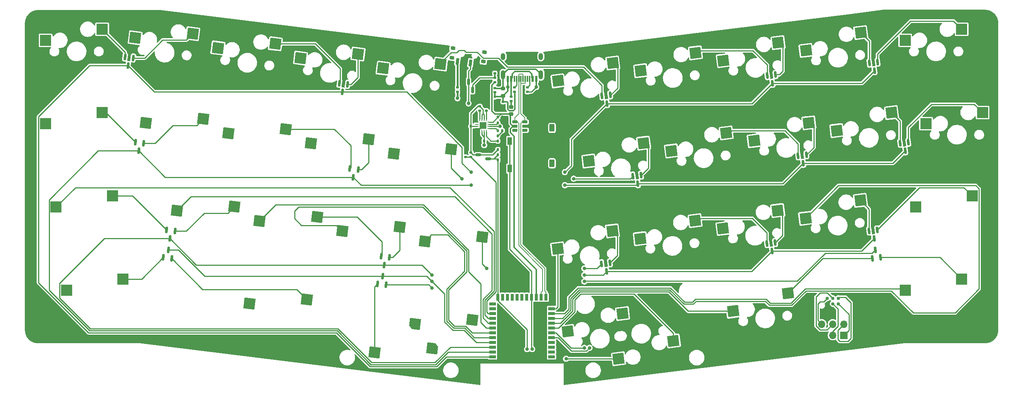
<source format=gbl>
%TF.GenerationSoftware,KiCad,Pcbnew,7.0.6*%
%TF.CreationDate,2023-07-31T17:00:50-04:00*%
%TF.ProjectId,Birdie,42697264-6965-42e6-9b69-6361645f7063,rev?*%
%TF.SameCoordinates,Original*%
%TF.FileFunction,Copper,L2,Bot*%
%TF.FilePolarity,Positive*%
%FSLAX46Y46*%
G04 Gerber Fmt 4.6, Leading zero omitted, Abs format (unit mm)*
G04 Created by KiCad (PCBNEW 7.0.6) date 2023-07-31 17:00:50*
%MOMM*%
%LPD*%
G01*
G04 APERTURE LIST*
G04 Aperture macros list*
%AMRoundRect*
0 Rectangle with rounded corners*
0 $1 Rounding radius*
0 $2 $3 $4 $5 $6 $7 $8 $9 X,Y pos of 4 corners*
0 Add a 4 corners polygon primitive as box body*
4,1,4,$2,$3,$4,$5,$6,$7,$8,$9,$2,$3,0*
0 Add four circle primitives for the rounded corners*
1,1,$1+$1,$2,$3*
1,1,$1+$1,$4,$5*
1,1,$1+$1,$6,$7*
1,1,$1+$1,$8,$9*
0 Add four rect primitives between the rounded corners*
20,1,$1+$1,$2,$3,$4,$5,0*
20,1,$1+$1,$4,$5,$6,$7,0*
20,1,$1+$1,$6,$7,$8,$9,0*
20,1,$1+$1,$8,$9,$2,$3,0*%
%AMRotRect*
0 Rectangle, with rotation*
0 The origin of the aperture is its center*
0 $1 length*
0 $2 width*
0 $3 Rotation angle, in degrees counterclockwise*
0 Add horizontal line*
21,1,$1,$2,0,0,$3*%
%AMOutline5P*
0 Free polygon, 5 corners , with rotation*
0 The origin of the aperture is its center*
0 number of corners: always 5*
0 $1 to $10 corner X, Y*
0 $11 Rotation angle, in degrees counterclockwise*
0 create outline with 5 corners*
4,1,5,$1,$2,$3,$4,$5,$6,$7,$8,$9,$10,$1,$2,$11*%
%AMOutline6P*
0 Free polygon, 6 corners , with rotation*
0 The origin of the aperture is its center*
0 number of corners: always 6*
0 $1 to $12 corner X, Y*
0 $13 Rotation angle, in degrees counterclockwise*
0 create outline with 6 corners*
4,1,6,$1,$2,$3,$4,$5,$6,$7,$8,$9,$10,$11,$12,$1,$2,$13*%
%AMOutline7P*
0 Free polygon, 7 corners , with rotation*
0 The origin of the aperture is its center*
0 number of corners: always 7*
0 $1 to $14 corner X, Y*
0 $15 Rotation angle, in degrees counterclockwise*
0 create outline with 7 corners*
4,1,7,$1,$2,$3,$4,$5,$6,$7,$8,$9,$10,$11,$12,$13,$14,$1,$2,$15*%
%AMOutline8P*
0 Free polygon, 8 corners , with rotation*
0 The origin of the aperture is its center*
0 number of corners: always 8*
0 $1 to $16 corner X, Y*
0 $17 Rotation angle, in degrees counterclockwise*
0 create outline with 8 corners*
4,1,8,$1,$2,$3,$4,$5,$6,$7,$8,$9,$10,$11,$12,$13,$14,$15,$16,$1,$2,$17*%
G04 Aperture macros list end*
%TA.AperFunction,SMDPad,CuDef*%
%ADD10R,1.524000X0.700000*%
%TD*%
%TA.AperFunction,SMDPad,CuDef*%
%ADD11R,0.700000X1.524000*%
%TD*%
%TA.AperFunction,SMDPad,CuDef*%
%ADD12RotRect,2.550000X2.500000X7.000000*%
%TD*%
%TA.AperFunction,SMDPad,CuDef*%
%ADD13RotRect,2.550000X2.500000X353.000000*%
%TD*%
%TA.AperFunction,SMDPad,CuDef*%
%ADD14R,2.550000X2.500000*%
%TD*%
%TA.AperFunction,SMDPad,CuDef*%
%ADD15RotRect,2.550000X2.500000X173.000000*%
%TD*%
%TA.AperFunction,SMDPad,CuDef*%
%ADD16Outline5P,-1.275000X1.250000X1.275000X1.250000X1.275000X-1.250000X-0.550000X-1.250000X-1.275000X-0.525000X173.000000*%
%TD*%
%TA.AperFunction,SMDPad,CuDef*%
%ADD17Outline5P,-1.275000X1.250000X1.275000X1.250000X1.275000X-1.250000X-0.550000X-1.250000X-1.275000X-0.525000X353.000000*%
%TD*%
%TA.AperFunction,SMDPad,CuDef*%
%ADD18RotRect,2.550000X2.500000X187.000000*%
%TD*%
%TA.AperFunction,SMDPad,CuDef*%
%ADD19RotRect,1.000000X0.800000X353.000000*%
%TD*%
%TA.AperFunction,SMDPad,CuDef*%
%ADD20RotRect,0.700000X1.500000X353.000000*%
%TD*%
%TA.AperFunction,SMDPad,CuDef*%
%ADD21RoundRect,0.135000X0.135000X0.185000X-0.135000X0.185000X-0.135000X-0.185000X0.135000X-0.185000X0*%
%TD*%
%TA.AperFunction,SMDPad,CuDef*%
%ADD22RoundRect,0.150000X-0.220480X0.564840X-0.077284X-0.601401X0.220480X-0.564840X0.077284X0.601401X0*%
%TD*%
%TA.AperFunction,SMDPad,CuDef*%
%ADD23RoundRect,0.140000X0.140000X0.170000X-0.140000X0.170000X-0.140000X-0.170000X0.140000X-0.170000X0*%
%TD*%
%TA.AperFunction,SMDPad,CuDef*%
%ADD24RoundRect,0.147500X-0.172500X0.147500X-0.172500X-0.147500X0.172500X-0.147500X0.172500X0.147500X0*%
%TD*%
%TA.AperFunction,SMDPad,CuDef*%
%ADD25RoundRect,0.218750X-0.256250X0.218750X-0.256250X-0.218750X0.256250X-0.218750X0.256250X0.218750X0*%
%TD*%
%TA.AperFunction,SMDPad,CuDef*%
%ADD26RoundRect,0.150000X0.077284X-0.601401X0.220480X0.564840X-0.077284X0.601401X-0.220480X-0.564840X0*%
%TD*%
%TA.AperFunction,SMDPad,CuDef*%
%ADD27RoundRect,0.150000X0.150000X-0.587500X0.150000X0.587500X-0.150000X0.587500X-0.150000X-0.587500X0*%
%TD*%
%TA.AperFunction,SMDPad,CuDef*%
%ADD28RoundRect,0.150000X0.512500X0.150000X-0.512500X0.150000X-0.512500X-0.150000X0.512500X-0.150000X0*%
%TD*%
%TA.AperFunction,SMDPad,CuDef*%
%ADD29RoundRect,0.140000X-0.170000X0.140000X-0.170000X-0.140000X0.170000X-0.140000X0.170000X0.140000X0*%
%TD*%
%TA.AperFunction,SMDPad,CuDef*%
%ADD30RoundRect,0.150000X-0.077284X0.601401X-0.220480X-0.564840X0.077284X-0.601401X0.220480X0.564840X0*%
%TD*%
%TA.AperFunction,SMDPad,CuDef*%
%ADD31RoundRect,0.200000X-0.275000X0.200000X-0.275000X-0.200000X0.275000X-0.200000X0.275000X0.200000X0*%
%TD*%
%TA.AperFunction,SMDPad,CuDef*%
%ADD32RoundRect,0.135000X0.185000X-0.135000X0.185000X0.135000X-0.185000X0.135000X-0.185000X-0.135000X0*%
%TD*%
%TA.AperFunction,ComponentPad*%
%ADD33O,1.200000X1.750000*%
%TD*%
%TA.AperFunction,ComponentPad*%
%ADD34RoundRect,0.250000X0.350000X0.625000X-0.350000X0.625000X-0.350000X-0.625000X0.350000X-0.625000X0*%
%TD*%
%TA.AperFunction,ConnectorPad*%
%ADD35C,0.787400*%
%TD*%
%TA.AperFunction,SMDPad,CuDef*%
%ADD36RoundRect,0.150000X0.220480X-0.564840X0.077284X0.601401X-0.220480X0.564840X-0.077284X-0.601401X0*%
%TD*%
%TA.AperFunction,SMDPad,CuDef*%
%ADD37R,1.600000X1.600000*%
%TD*%
%TA.AperFunction,SMDPad,CuDef*%
%ADD38RoundRect,0.062500X0.375000X-0.062500X0.375000X0.062500X-0.375000X0.062500X-0.375000X-0.062500X0*%
%TD*%
%TA.AperFunction,SMDPad,CuDef*%
%ADD39RoundRect,0.062500X0.062500X-0.375000X0.062500X0.375000X-0.062500X0.375000X-0.062500X-0.375000X0*%
%TD*%
%TA.AperFunction,SMDPad,CuDef*%
%ADD40RoundRect,0.135000X-0.135000X-0.185000X0.135000X-0.185000X0.135000X0.185000X-0.135000X0.185000X0*%
%TD*%
%TA.AperFunction,SMDPad,CuDef*%
%ADD41RoundRect,0.112500X-0.112500X0.187500X-0.112500X-0.187500X0.112500X-0.187500X0.112500X0.187500X0*%
%TD*%
%TA.AperFunction,SMDPad,CuDef*%
%ADD42RoundRect,0.150000X0.475000X0.150000X-0.475000X0.150000X-0.475000X-0.150000X0.475000X-0.150000X0*%
%TD*%
%TA.AperFunction,ComponentPad*%
%ADD43O,1.000000X2.100000*%
%TD*%
%TA.AperFunction,ComponentPad*%
%ADD44O,1.000000X1.600000*%
%TD*%
%TA.AperFunction,SMDPad,CuDef*%
%ADD45R,0.600000X1.450000*%
%TD*%
%TA.AperFunction,SMDPad,CuDef*%
%ADD46R,0.300000X1.450000*%
%TD*%
%TA.AperFunction,SMDPad,CuDef*%
%ADD47RoundRect,0.135000X-0.185000X0.135000X-0.185000X-0.135000X0.185000X-0.135000X0.185000X0.135000X0*%
%TD*%
%TA.AperFunction,SMDPad,CuDef*%
%ADD48R,1.000000X1.700000*%
%TD*%
%TA.AperFunction,SMDPad,CuDef*%
%ADD49RoundRect,0.140000X-0.140000X-0.170000X0.140000X-0.170000X0.140000X0.170000X-0.140000X0.170000X0*%
%TD*%
%TA.AperFunction,ComponentPad*%
%ADD50O,1.700000X1.700000*%
%TD*%
%TA.AperFunction,ComponentPad*%
%ADD51R,1.700000X1.700000*%
%TD*%
%TA.AperFunction,ViaPad*%
%ADD52C,0.800000*%
%TD*%
%TA.AperFunction,Conductor*%
%ADD53C,0.250000*%
%TD*%
%TA.AperFunction,Conductor*%
%ADD54C,0.300000*%
%TD*%
%TA.AperFunction,Conductor*%
%ADD55C,0.400000*%
%TD*%
%TA.AperFunction,Conductor*%
%ADD56C,0.200000*%
%TD*%
G04 APERTURE END LIST*
D10*
%TO.P,U2,37,GND*%
%TO.N,GND*%
X153190032Y-107273174D03*
%TO.P,U2,36,P0.10-LF-NFC*%
%TO.N,unconnected-(U2-P0.10-LF-NFC-Pad36)*%
X153190032Y-106173174D03*
%TO.P,U2,35,P0.09-LF-NFC*%
%TO.N,unconnected-(U2-P0.09-LF-NFC-Pad35)*%
X153190032Y-105073174D03*
%TO.P,U2,34,P1.06-LF*%
%TO.N,unconnected-(U2-P1.06-LF-Pad34)*%
X153190032Y-103973174D03*
%TO.P,U2,33,P1.04-LF*%
%TO.N,unconnected-(U2-P1.04-LF-Pad33)*%
X153190032Y-102873174D03*
%TO.P,U2,32,SWDIO*%
%TO.N,SWDIO*%
X153190032Y-101773174D03*
%TO.P,U2,31,SWDCLK*%
%TO.N,SWDCLK*%
X153190032Y-100673174D03*
%TO.P,U2,30,P1.02-LF*%
%TO.N,COL 6*%
X153190032Y-99573174D03*
%TO.P,U2,29,P1.01-LF*%
%TO.N,COL 7*%
X153190032Y-98473174D03*
%TO.P,U2,28,P1.03-LF*%
%TO.N,COL 8*%
X153190032Y-97373174D03*
%TO.P,U2,27,P1.00*%
%TO.N,COL 9*%
X153190032Y-96273174D03*
%TO.P,U2,26,P0.22*%
%TO.N,COL 5*%
X153190032Y-95173174D03*
%TO.P,U2,25,GND*%
%TO.N,GND*%
X153190032Y-94073174D03*
D11*
%TO.P,U2,24,D+*%
%TO.N,USB_D+*%
X151940032Y-92573174D03*
%TO.P,U2,23,D-*%
%TO.N,USB_D-*%
X150840032Y-92573174D03*
%TO.P,U2,22,VBUS*%
%TO.N,+5V*%
X149740032Y-92573174D03*
%TO.P,U2,21,P0.18-RESET*%
%TO.N,RESET*%
X148640032Y-92573174D03*
%TO.P,U2,20,P0.19*%
%TO.N,unconnected-(U2-P0.19-Pad20)*%
X147540032Y-92573174D03*
%TO.P,U2,19,P0.21*%
%TO.N,unconnected-(U2-P0.21-Pad19)*%
X146440032Y-92573174D03*
%TO.P,U2,18,P0.23*%
%TO.N,unconnected-(U2-P0.23-Pad18)*%
X145340032Y-92573174D03*
%TO.P,U2,17,P0.12*%
%TO.N,unconnected-(U2-P0.12-Pad17)*%
X144240032Y-92573174D03*
%TO.P,U2,16,P1.09*%
%TO.N,unconnected-(U2-P1.09-Pad16)*%
X143140032Y-92573174D03*
%TO.P,U2,15,P0.07*%
%TO.N,unconnected-(U2-P0.07-Pad15)*%
X142040032Y-92573174D03*
%TO.P,U2,14,VDD_nRF*%
%TO.N,+3V3*%
X140940032Y-92573174D03*
D10*
%TO.P,U2,13,P0.05-A*%
%TO.N,unconnected-(U2-P0.05-A-Pad13)*%
X139690032Y-94073174D03*
%TO.P,U2,12,P0.04-A*%
%TO.N,unconnected-(U2-P0.04-A-Pad12)*%
X139690032Y-95173174D03*
%TO.P,U2,11,P0.31-LF-A*%
%TO.N,VSENSE*%
X139690032Y-96273174D03*
%TO.P,U2,10,P0.30-LF-A*%
%TO.N,COL 0*%
X139690032Y-97373174D03*
%TO.P,U2,9,P0.29-LF-A*%
%TO.N,COL 1*%
X139690032Y-98473174D03*
%TO.P,U2,8,P0.28-LF-A*%
%TO.N,COL 2*%
X139690032Y-99573174D03*
%TO.P,U2,7,P0.02-LF-A*%
%TO.N,COL 3*%
X139690032Y-100673174D03*
%TO.P,U2,6,P0.03-LF-A*%
%TO.N,COL 4*%
X139690032Y-101773174D03*
%TO.P,U2,5,P1.15-LF*%
%TO.N,ROW 3*%
X139690032Y-102873174D03*
%TO.P,U2,4,P1.13-LF*%
%TO.N,ROW 2*%
X139690032Y-103973174D03*
%TO.P,U2,3,P1.10-LF*%
%TO.N,ROW 1*%
X139690032Y-105073174D03*
%TO.P,U2,2,P1.11-LF*%
%TO.N,ROW 0*%
X139690032Y-106173174D03*
%TO.P,U2,1,GND*%
%TO.N,GND*%
X139690032Y-107273174D03*
%TD*%
D12*
%TO.P,MX21,2,ROW*%
%TO.N,Net-(MX21-ROW)*%
X174248366Y-57324467D03*
%TO.P,MX21,1,COL*%
%TO.N,COL 5*%
X161727270Y-61420939D03*
%TD*%
%TO.P,MX22,2,ROW*%
%TO.N,Net-(MX22-ROW)*%
X167115978Y-77393280D03*
%TO.P,MX22,1,COL*%
%TO.N,COL 5*%
X154594882Y-81489752D03*
%TD*%
D13*
%TO.P,MX14,2,ROW*%
%TO.N,Net-(MX14-ROW)*%
X118452994Y-76495594D03*
%TO.P,MX14,1,COL*%
%TO.N,COL 3*%
X105312802Y-77441256D03*
%TD*%
D14*
%TO.P,MX36,2,ROW*%
%TO.N,Net-(MX36-ROW)*%
X251787477Y-50321707D03*
%TO.P,MX36,1,COL*%
%TO.N,COL 9*%
X238860477Y-52861707D03*
%TD*%
D12*
%TO.P,MX34,2,ROW*%
%TO.N,Net-(MX34-ROW)*%
X223839993Y-70428448D03*
%TO.P,MX34,1,COL*%
%TO.N,COL 8*%
X211318897Y-74524920D03*
%TD*%
D13*
%TO.P,MX8,2,ROW*%
%TO.N,Net-(MX8-ROW)*%
X90007208Y-34616761D03*
%TO.P,MX8,1,COL*%
%TO.N,COL 2*%
X76867016Y-35562423D03*
%TD*%
D14*
%TO.P,MX37,2,ROW*%
%TO.N,Net-(MX37-ROW)*%
X249406229Y-69371703D03*
%TO.P,MX37,1,COL*%
%TO.N,COL 9*%
X236479229Y-71911703D03*
%TD*%
%TO.P,MX35,2,ROW*%
%TO.N,Net-(MX35-ROW)*%
X247024978Y-31271701D03*
%TO.P,MX35,1,COL*%
%TO.N,COL 9*%
X234097978Y-33811701D03*
%TD*%
D12*
%TO.P,MX31,2,ROW*%
%TO.N,Net-(MX31-ROW)*%
X207253599Y-91658066D03*
%TO.P,MX31,1,COL*%
%TO.N,COL 7*%
X194732503Y-95754538D03*
%TD*%
D15*
%TO.P,MX16,2,ROW*%
%TO.N,Net-(MX16-ROW)*%
X112750278Y-105224751D03*
D16*
%TO.P,MX16,1,COL*%
%TO.N,COL 3*%
X125890470Y-104279090D03*
%TD*%
D13*
%TO.P,MX5,2,ROW*%
%TO.N,Net-(MX5-ROW)*%
X71099197Y-32295156D03*
%TO.P,MX5,1,COL*%
%TO.N,COL 1*%
X57959005Y-33240818D03*
%TD*%
%TO.P,MX19,2,ROW*%
%TO.N,Net-(MX19-ROW)*%
X137360997Y-78817207D03*
%TO.P,MX19,1,COL*%
%TO.N,COL 4*%
X124220805Y-79762869D03*
%TD*%
%TO.P,MX18,2,ROW*%
%TO.N,Net-(MX18-ROW)*%
X130228607Y-58748391D03*
%TO.P,MX18,1,COL*%
%TO.N,COL 4*%
X117088415Y-59694053D03*
%TD*%
D12*
%TO.P,MX28,2,ROW*%
%TO.N,Net-(MX28-ROW)*%
X205015770Y-34353647D03*
%TO.P,MX28,1,COL*%
%TO.N,COL 7*%
X192494674Y-38450119D03*
%TD*%
D14*
%TO.P,MX4,2,ROW*%
%TO.N,Net-(MX4-ROW)*%
X55159459Y-88421706D03*
%TO.P,MX4,1,COL*%
%TO.N,COL 0*%
X42232459Y-90961706D03*
%TD*%
D13*
%TO.P,MX10,2,ROW*%
%TO.N,Net-(MX10-ROW)*%
X99544992Y-74173980D03*
%TO.P,MX10,1,COL*%
%TO.N,COL 2*%
X86404800Y-75119642D03*
%TD*%
D14*
%TO.P,MX38,2,ROW*%
%TO.N,Net-(MX38-ROW)*%
X247024977Y-88421708D03*
%TO.P,MX38,1,COL*%
%TO.N,COL 9*%
X234097977Y-90961708D03*
%TD*%
D12*
%TO.P,MX30,2,ROW*%
%TO.N,Net-(MX30-ROW)*%
X204931986Y-72750063D03*
%TO.P,MX30,1,COL*%
%TO.N,COL 7*%
X192410890Y-76846535D03*
%TD*%
%TO.P,MX27,2,ROW*%
%TO.N,unconnected-(MX27-ROW-Pad2)*%
X169437584Y-96301285D03*
%TO.P,MX27,1,COL*%
%TO.N,unconnected-(MX27-COL-Pad1)*%
X156916488Y-100397757D03*
%TD*%
%TO.P,MX32,2,ROW*%
%TO.N,Net-(MX32-ROW)*%
X223923769Y-32032037D03*
%TO.P,MX32,1,COL*%
%TO.N,COL 8*%
X211402673Y-36128509D03*
%TD*%
D13*
%TO.P,MX15,2,ROW*%
%TO.N,unconnected-(MX15-ROW-Pad2)*%
X135039388Y-97725209D03*
D17*
%TO.P,MX15,1,COL*%
%TO.N,unconnected-(MX15-COL-Pad1)*%
X121899196Y-98670870D03*
%TD*%
D13*
%TO.P,MX12,2,ROW*%
%TO.N,Net-(MX12-ROW)*%
X108915215Y-36938376D03*
%TO.P,MX12,1,COL*%
%TO.N,COL 3*%
X95775023Y-37884038D03*
%TD*%
%TO.P,MX13,2,ROW*%
%TO.N,Net-(MX13-ROW)*%
X111320600Y-56426785D03*
%TO.P,MX13,1,COL*%
%TO.N,COL 3*%
X98180408Y-57372447D03*
%TD*%
D12*
%TO.P,MX24,2,ROW*%
%TO.N,Net-(MX24-ROW)*%
X193156369Y-55002859D03*
%TO.P,MX24,1,COL*%
%TO.N,COL 6*%
X180635273Y-59099331D03*
%TD*%
%TO.P,MX20,2,ROW*%
%TO.N,Net-(MX20-ROW)*%
X167199757Y-38996874D03*
%TO.P,MX20,1,COL*%
%TO.N,COL 5*%
X154678661Y-43093346D03*
%TD*%
D14*
%TO.P,MX1,2,ROW*%
%TO.N,Net-(MX1-ROW)*%
X50396959Y-31271705D03*
%TO.P,MX1,1,COL*%
%TO.N,COL 0*%
X37469959Y-33811705D03*
%TD*%
D13*
%TO.P,MX9,2,ROW*%
%TO.N,Net-(MX9-ROW)*%
X92412606Y-54105174D03*
%TO.P,MX9,1,COL*%
%TO.N,COL 2*%
X79272414Y-55050836D03*
%TD*%
D12*
%TO.P,MX23,2,ROW*%
%TO.N,Net-(MX23-ROW)*%
X186107761Y-36675262D03*
%TO.P,MX23,1,COL*%
%TO.N,COL 6*%
X173586665Y-40771734D03*
%TD*%
D14*
%TO.P,MX2,2,ROW*%
%TO.N,Net-(MX2-ROW)*%
X50396962Y-50321702D03*
%TO.P,MX2,1,COL*%
%TO.N,COL 0*%
X37469962Y-52861702D03*
%TD*%
D12*
%TO.P,MX33,2,ROW*%
%TO.N,Net-(MX33-ROW)*%
X230972383Y-50359642D03*
%TO.P,MX33,1,COL*%
%TO.N,COL 8*%
X218451287Y-54456114D03*
%TD*%
D13*
%TO.P,MX6,2,ROW*%
%TO.N,Net-(MX6-ROW)*%
X73504602Y-51783557D03*
%TO.P,MX6,1,COL*%
%TO.N,COL 1*%
X60364410Y-52729219D03*
%TD*%
%TO.P,MX11,2,ROW*%
%TO.N,Net-(MX11-ROW)*%
X97223378Y-93081985D03*
%TO.P,MX11,1,COL*%
%TO.N,COL 2*%
X84083186Y-94027647D03*
%TD*%
D12*
%TO.P,MX25,2,ROW*%
%TO.N,Net-(MX25-ROW)*%
X186023982Y-75071670D03*
%TO.P,MX25,1,COL*%
%TO.N,COL 6*%
X173502886Y-79168142D03*
%TD*%
D13*
%TO.P,MX7,2,ROW*%
%TO.N,Net-(MX7-ROW)*%
X80636989Y-71852365D03*
%TO.P,MX7,1,COL*%
%TO.N,COL 1*%
X67496797Y-72798027D03*
%TD*%
D18*
%TO.P,MX26,2,ROW*%
%TO.N,Net-(MX26-ROW)*%
X168532874Y-106648670D03*
%TO.P,MX26,1,COL*%
%TO.N,COL 6*%
X181053970Y-102552198D03*
%TD*%
D14*
%TO.P,MX3,2,ROW*%
%TO.N,Net-(MX3-ROW)*%
X52778209Y-69371706D03*
%TO.P,MX3,1,COL*%
%TO.N,COL 0*%
X39851209Y-71911706D03*
%TD*%
D12*
%TO.P,MX29,2,ROW*%
%TO.N,Net-(MX29-ROW)*%
X212064370Y-52681251D03*
%TO.P,MX29,1,COL*%
%TO.N,COL 7*%
X199543274Y-56777723D03*
%TD*%
D13*
%TO.P,MX17,2,ROW*%
%TO.N,Net-(MX17-ROW)*%
X127823218Y-39259987D03*
%TO.P,MX17,1,COL*%
%TO.N,COL 4*%
X114683026Y-40205649D03*
%TD*%
D19*
%TO.P,SW1,*%
%TO.N,*%
X130633829Y-35600364D03*
X130364497Y-37793891D03*
X137879416Y-36490010D03*
X137610084Y-38683537D03*
D20*
%TO.P,SW1,1,A*%
%TO.N,Net-(SW1-A)*%
X131674847Y-38609663D03*
%TO.P,SW1,2,B*%
%TO.N,SYSOFF*%
X134652485Y-38975271D03*
%TO.P,SW1,3,C*%
%TO.N,GND*%
X136141305Y-39158075D03*
%TD*%
D21*
%TO.P,R8,2*%
%TO.N,Net-(U4-ISET)*%
X140901412Y-54447373D03*
%TO.P,R8,1*%
%TO.N,Net-(R7-Pad2)*%
X141921412Y-54447373D03*
%TD*%
D22*
%TO.P,D9,3,K*%
%TO.N,ROW 1*%
X172950245Y-66600239D03*
%TO.P,D9,2,A*%
%TO.N,Net-(MX21-ROW)*%
X173664658Y-64623439D03*
%TO.P,D9,1,A*%
%TO.N,Net-(MX18-ROW)*%
X171778821Y-64854991D03*
%TD*%
%TO.P,D14,3,K*%
%TO.N,ROW 2*%
X203633940Y-82025864D03*
%TO.P,D14,2,A*%
%TO.N,Net-(MX30-ROW)*%
X204348353Y-80049064D03*
%TO.P,D14,1,A*%
%TO.N,Net-(MX25-ROW)*%
X202462516Y-80280616D03*
%TD*%
D23*
%TO.P,C7,2*%
%TO.N,GND*%
X136791871Y-56828630D03*
%TO.P,C7,1*%
%TO.N,+BATT*%
X137751871Y-56828630D03*
%TD*%
%TO.P,C3,2*%
%TO.N,+3V3*%
X140931412Y-61178170D03*
%TO.P,C3,1*%
%TO.N,GND*%
X141891412Y-61178170D03*
%TD*%
%TO.P,C2,2*%
%TO.N,+3V3*%
X140931414Y-59987540D03*
%TO.P,C2,1*%
%TO.N,GND*%
X141891414Y-59987540D03*
%TD*%
D24*
%TO.P,FB2,2*%
%TO.N,GND*%
X142120032Y-48833605D03*
%TO.P,FB2,1*%
%TO.N,GNDPWR*%
X142120032Y-47863605D03*
%TD*%
%TO.P,FB1,2*%
%TO.N,Net-(F1-Pad1)*%
X143990031Y-47673290D03*
%TO.P,FB1,1*%
%TO.N,VBUS*%
X143990031Y-46703290D03*
%TD*%
D22*
%TO.P,D8,3,K*%
%TO.N,ROW 0*%
X165901615Y-48272592D03*
%TO.P,D8,2,A*%
%TO.N,Net-(MX20-ROW)*%
X166616028Y-46295792D03*
%TO.P,D8,1,A*%
%TO.N,Net-(MX17-ROW)*%
X164730191Y-46527344D03*
%TD*%
D25*
%TO.P,F1,2*%
%TO.N,+5V*%
X143990031Y-50654703D03*
%TO.P,F1,1*%
%TO.N,Net-(F1-Pad1)*%
X143990031Y-49079703D03*
%TD*%
D26*
%TO.P,D4,3,K*%
%TO.N,ROW 3*%
X65558059Y-81725133D03*
%TO.P,D4,2,A*%
%TO.N,Net-(MX4-ROW)*%
X64386635Y-83470381D03*
%TO.P,D4,1,A*%
%TO.N,Net-(MX11-ROW)*%
X66272472Y-83701933D03*
%TD*%
D27*
%TO.P,Q1,3,D*%
%TO.N,SYSOFF*%
X134208376Y-43271473D03*
%TO.P,Q1,2,S*%
%TO.N,GND*%
X133258376Y-45146473D03*
%TO.P,Q1,1,G*%
%TO.N,Net-(Q1-G)*%
X135158376Y-45146473D03*
%TD*%
D23*
%TO.P,C1,2*%
%TO.N,+VSW*%
X140931413Y-58794161D03*
%TO.P,C1,1*%
%TO.N,GND*%
X141891413Y-58794161D03*
%TD*%
D28*
%TO.P,U3,3,VI*%
%TO.N,+VSW*%
X136404372Y-59987544D03*
%TO.P,U3,2,VO*%
%TO.N,+3V3*%
X138679372Y-60937544D03*
%TO.P,U3,1,GND*%
%TO.N,GND*%
X138679372Y-59037544D03*
%TD*%
D22*
%TO.P,D15,3,K*%
%TO.N,ROW 0*%
X227057346Y-40763615D03*
%TO.P,D15,2,A*%
%TO.N,Net-(MX35-ROW)*%
X227771759Y-38786815D03*
%TO.P,D15,1,A*%
%TO.N,Net-(MX32-ROW)*%
X225885922Y-39018367D03*
%TD*%
D29*
%TO.P,C4,2*%
%TO.N,GNDPWR*%
X140220783Y-45684696D03*
%TO.P,C4,1*%
%TO.N,Earth*%
X140220783Y-44724696D03*
%TD*%
D30*
%TO.P,D2,3,K*%
%TO.N,ROW 1*%
X58741275Y-59085723D03*
%TO.P,D2,2,A*%
%TO.N,Net-(MX6-ROW)*%
X59912699Y-57340475D03*
%TO.P,D2,1,A*%
%TO.N,Net-(MX2-ROW)*%
X58026862Y-57108923D03*
%TD*%
D31*
%TO.P,R3,2*%
%TO.N,GNDPWR*%
X142120031Y-46494692D03*
%TO.P,R3,1*%
%TO.N,Earth*%
X142120031Y-44844692D03*
%TD*%
D30*
%TO.P,D6,3,K*%
%TO.N,ROW 1*%
X107783259Y-65107320D03*
%TO.P,D6,2,A*%
%TO.N,Net-(MX13-ROW)*%
X108954683Y-63362072D03*
%TO.P,D6,1,A*%
%TO.N,Net-(MX9-ROW)*%
X107068846Y-63130520D03*
%TD*%
%TO.P,D5,3,K*%
%TO.N,ROW 0*%
X105377867Y-45618865D03*
%TO.P,D5,2,A*%
%TO.N,Net-(MX12-ROW)*%
X106549291Y-43873617D03*
%TO.P,D5,1,A*%
%TO.N,Net-(MX8-ROW)*%
X104663454Y-43642065D03*
%TD*%
D21*
%TO.P,R4,2*%
%TO.N,Net-(U4-TMR)*%
X140901415Y-52661432D03*
%TO.P,R4,1*%
%TO.N,GND*%
X141921415Y-52661432D03*
%TD*%
D32*
%TO.P,R10,2*%
%TO.N,Net-(SW1-A)*%
X131674847Y-44591941D03*
%TO.P,R10,1*%
%TO.N,+BATT*%
X131674847Y-45611941D03*
%TD*%
D33*
%TO.P,J4,2,Pin_2*%
%TO.N,GND*%
X151306793Y-53844724D03*
D34*
%TO.P,J4,1,Pin_1*%
%TO.N,+BATT*%
X153306793Y-53844724D03*
%TD*%
D32*
%TO.P,R11,2*%
%TO.N,Net-(Q1-G)*%
X140220782Y-42390158D03*
%TO.P,R11,1*%
%TO.N,+5V*%
X140220782Y-43410158D03*
%TD*%
D23*
%TO.P,C6,2*%
%TO.N,GND*%
X133785029Y-53506745D03*
%TO.P,C6,1*%
%TO.N,+VSW*%
X134745029Y-53506745D03*
%TD*%
D35*
%TO.P,J2,1,VCC*%
%TO.N,+3V3*%
X218816235Y-94074550D03*
%TO.P,J2,2,SWDIO*%
%TO.N,SWDIO*%
X218816235Y-92804550D03*
%TO.P,J2,3,~{RST}*%
%TO.N,RESET*%
X217546235Y-94074550D03*
%TO.P,J2,4,SWCLK*%
%TO.N,SWDCLK*%
X217546235Y-92804550D03*
%TO.P,J2,5,GND*%
%TO.N,GND*%
X216276235Y-94074550D03*
%TO.P,J2,6,SWO*%
%TO.N,SWO*%
X216276235Y-92804550D03*
%TD*%
D30*
%TO.P,D3,3,K*%
%TO.N,ROW 2*%
X65873682Y-79154582D03*
%TO.P,D3,2,A*%
%TO.N,Net-(MX7-ROW)*%
X67045106Y-77409334D03*
%TO.P,D3,1,A*%
%TO.N,Net-(MX3-ROW)*%
X65159269Y-77177782D03*
%TD*%
D36*
%TO.P,D18,3,K*%
%TO.N,ROW 3*%
X227289189Y-81730670D03*
%TO.P,D18,2,A*%
%TO.N,Net-(MX31-ROW)*%
X226574776Y-83707470D03*
%TO.P,D18,1,A*%
%TO.N,Net-(MX38-ROW)*%
X228460613Y-83475918D03*
%TD*%
D33*
%TO.P,J5,2,Pin_2*%
%TO.N,GND*%
X151306793Y-61950206D03*
D34*
%TO.P,J5,1,Pin_1*%
%TO.N,+BATT*%
X153306793Y-61950206D03*
%TD*%
D30*
%TO.P,D7,3,K*%
%TO.N,ROW 2*%
X114915670Y-85176184D03*
%TO.P,D7,2,A*%
%TO.N,Net-(MX14-ROW)*%
X116087094Y-83430936D03*
%TO.P,D7,1,A*%
%TO.N,Net-(MX10-ROW)*%
X114201257Y-83199384D03*
%TD*%
D21*
%TO.P,R7,2*%
%TO.N,Net-(R7-Pad2)*%
X140901412Y-55638001D03*
%TO.P,R7,1*%
%TO.N,GND*%
X141921412Y-55638001D03*
%TD*%
D22*
%TO.P,D16,3,K*%
%TO.N,ROW 1*%
X234105975Y-59091258D03*
%TO.P,D16,2,A*%
%TO.N,Net-(MX36-ROW)*%
X234820388Y-57114458D03*
%TO.P,D16,1,A*%
%TO.N,Net-(MX33-ROW)*%
X232934551Y-57346010D03*
%TD*%
D32*
%TO.P,R14,2*%
%TO.N,GND*%
X133554402Y-59477543D03*
%TO.P,R14,1*%
%TO.N,VSENSE*%
X133554402Y-60497543D03*
%TD*%
D37*
%TO.P,U4,17,VSS*%
%TO.N,GND*%
X137541871Y-53256745D03*
D38*
%TO.P,U4,16,ISET*%
%TO.N,Net-(U4-ISET)*%
X138979371Y-54006745D03*
%TO.P,U4,15,SYSOFF*%
%TO.N,SYSOFF*%
X138979371Y-53506745D03*
%TO.P,U4,14,TMR*%
%TO.N,Net-(U4-TMR)*%
X138979371Y-53006745D03*
%TO.P,U4,13,IN*%
%TO.N,+5V*%
X138979371Y-52506745D03*
D39*
%TO.P,U4,12,ILIM*%
%TO.N,Net-(U4-ILIM)*%
X138291871Y-51819245D03*
%TO.P,U4,11,OUT*%
%TO.N,+VSW*%
X137791871Y-51819245D03*
%TO.P,U4,10,OUT*%
X137291871Y-51819245D03*
%TO.P,U4,9,~{CHG}*%
%TO.N,Net-(U4-~{CHG})*%
X136791871Y-51819245D03*
D38*
%TO.P,U4,8,VSS*%
%TO.N,GND*%
X136104371Y-52506745D03*
%TO.P,U4,7,~{PGOOD}*%
%TO.N,unconnected-(U4-~{PGOOD}-Pad7)*%
X136104371Y-53006745D03*
%TO.P,U4,6,EN1*%
%TO.N,+VSW*%
X136104371Y-53506745D03*
%TO.P,U4,5,EN2*%
%TO.N,GND*%
X136104371Y-54006745D03*
D39*
%TO.P,U4,4,~{CE}*%
X136791871Y-54694245D03*
%TO.P,U4,3,BAT*%
%TO.N,+BATT*%
X137291871Y-54694245D03*
%TO.P,U4,2,BAT*%
X137791871Y-54694245D03*
%TO.P,U4,1,TS*%
%TO.N,Net-(U4-TS)*%
X138291871Y-54694245D03*
%TD*%
D40*
%TO.P,R5,2*%
%TO.N,GND*%
X141921413Y-56828628D03*
%TO.P,R5,1*%
%TO.N,Net-(U4-TS)*%
X140901413Y-56828628D03*
%TD*%
D41*
%TO.P,D19,2,A2*%
%TO.N,GND*%
X140220784Y-48833606D03*
%TO.P,D19,1,A1*%
%TO.N,GNDPWR*%
X140220784Y-46733606D03*
%TD*%
D22*
%TO.P,D17,3,K*%
%TO.N,ROW 2*%
X226973566Y-79160120D03*
%TO.P,D17,2,A*%
%TO.N,Net-(MX37-ROW)*%
X227687979Y-77183320D03*
%TO.P,D17,1,A*%
%TO.N,Net-(MX34-ROW)*%
X225802142Y-77414872D03*
%TD*%
D42*
%TO.P,U1,6,IO4*%
%TO.N,USB_D-*%
X144765032Y-52489090D03*
%TO.P,U1,5,VP*%
%TO.N,+5V*%
X144765032Y-53439090D03*
%TO.P,U1,4,IO3*%
%TO.N,unconnected-(U1-IO3-Pad4)*%
X144765032Y-54389090D03*
%TO.P,U1,3,IO2*%
%TO.N,unconnected-(U1-IO2-Pad3)*%
X147115032Y-54389090D03*
%TO.P,U1,2,VN*%
%TO.N,GND*%
X147115032Y-53439090D03*
%TO.P,U1,1,IO1*%
%TO.N,USB_D+*%
X147115032Y-52489090D03*
%TD*%
D32*
%TO.P,R9,2*%
%TO.N,+VSW*%
X136791871Y-48877204D03*
%TO.P,R9,1*%
%TO.N,Net-(U4-~{CHG})*%
X136791871Y-49897204D03*
%TD*%
D43*
%TO.P,J1,S1,SHIELD*%
%TO.N,Earth*%
X150760031Y-41686238D03*
D44*
X150760031Y-37506238D03*
D43*
X142120031Y-41686238D03*
D44*
X142120031Y-37506238D03*
D45*
%TO.P,J1,B12,GND*%
%TO.N,GNDPWR*%
X143190031Y-42601238D03*
%TO.P,J1,B9,VBUS*%
%TO.N,VBUS*%
X143990031Y-42601238D03*
D46*
%TO.P,J1,B8,SBU2*%
%TO.N,unconnected-(J1-SBU2-PadB8)*%
X144690031Y-42601238D03*
%TO.P,J1,B7,D-*%
%TO.N,USB_D-*%
X145690031Y-42601238D03*
%TO.P,J1,B6,D+*%
%TO.N,USB_D+*%
X147190031Y-42601238D03*
%TO.P,J1,B5,CC2*%
%TO.N,Net-(J1-CC2)*%
X148190031Y-42601238D03*
D45*
%TO.P,J1,B4,VBUS*%
%TO.N,VBUS*%
X148890031Y-42601238D03*
%TO.P,J1,B1,GND*%
%TO.N,GNDPWR*%
X149690031Y-42601238D03*
%TO.P,J1,A12,GND*%
X149690031Y-42601238D03*
%TO.P,J1,A9,VBUS*%
%TO.N,VBUS*%
X148890031Y-42601238D03*
D46*
%TO.P,J1,A8,SBU1*%
%TO.N,unconnected-(J1-SBU1-PadA8)*%
X147690031Y-42601238D03*
%TO.P,J1,A7,D-*%
%TO.N,USB_D-*%
X146690031Y-42601238D03*
%TO.P,J1,A6,D+*%
%TO.N,USB_D+*%
X146190031Y-42601238D03*
%TO.P,J1,A5,CC1*%
%TO.N,Net-(J1-CC1)*%
X145190031Y-42601238D03*
D45*
%TO.P,J1,A4,VBUS*%
%TO.N,VBUS*%
X143990031Y-42601238D03*
%TO.P,J1,A1,GND*%
%TO.N,GNDPWR*%
X143190031Y-42601238D03*
%TD*%
D47*
%TO.P,R6,2*%
%TO.N,Net-(U4-ILIM)*%
X138291871Y-49897204D03*
%TO.P,R6,1*%
%TO.N,GND*%
X138291871Y-48877204D03*
%TD*%
D48*
%TO.P,SW2,2,2*%
%TO.N,GND*%
X147419342Y-63137544D03*
X147419342Y-56837544D03*
%TO.P,SW2,1,1*%
%TO.N,RESET*%
X143619342Y-63137544D03*
X143619342Y-56837544D03*
%TD*%
D22*
%TO.P,D12,3,K*%
%TO.N,ROW 0*%
X203717719Y-43629358D03*
%TO.P,D12,2,A*%
%TO.N,Net-(MX28-ROW)*%
X204432132Y-41652558D03*
%TO.P,D12,1,A*%
%TO.N,Net-(MX23-ROW)*%
X202546295Y-41884110D03*
%TD*%
D47*
%TO.P,R1,2*%
%TO.N,GNDPWR*%
X144685639Y-45614691D03*
%TO.P,R1,1*%
%TO.N,Net-(J1-CC1)*%
X144685639Y-44594691D03*
%TD*%
%TO.P,R12,2*%
%TO.N,VSENSE*%
X134745030Y-60497543D03*
%TO.P,R12,1*%
%TO.N,+VSW*%
X134745030Y-59477543D03*
%TD*%
D22*
%TO.P,D10,3,K*%
%TO.N,ROW 2*%
X165817836Y-86669099D03*
%TO.P,D10,2,A*%
%TO.N,Net-(MX22-ROW)*%
X166532249Y-84692299D03*
%TO.P,D10,1,A*%
%TO.N,Net-(MX19-ROW)*%
X164646412Y-84923851D03*
%TD*%
D26*
%TO.P,D11,3,K*%
%TO.N,ROW 3*%
X114600819Y-87746824D03*
%TO.P,D11,2,A*%
%TO.N,Net-(MX16-ROW)*%
X113429395Y-89492072D03*
%TO.P,D11,1,A*%
%TO.N,Net-(MX26-ROW)*%
X115315232Y-89723624D03*
%TD*%
D32*
%TO.P,R13,2*%
%TO.N,GND*%
X140220783Y-40306559D03*
%TO.P,R13,1*%
%TO.N,Net-(Q1-G)*%
X140220783Y-41326559D03*
%TD*%
D22*
%TO.P,D13,3,K*%
%TO.N,ROW 1*%
X210766349Y-61957004D03*
%TO.P,D13,2,A*%
%TO.N,Net-(MX29-ROW)*%
X211480762Y-59980204D03*
%TO.P,D13,1,A*%
%TO.N,Net-(MX24-ROW)*%
X209594925Y-60211756D03*
%TD*%
D49*
%TO.P,C5,2*%
%TO.N,GND*%
X141891412Y-51355488D03*
%TO.P,C5,1*%
%TO.N,+5V*%
X140931412Y-51355488D03*
%TD*%
D47*
%TO.P,R2,2*%
%TO.N,GNDPWR*%
X147690032Y-45614695D03*
%TO.P,R2,1*%
%TO.N,Net-(J1-CC2)*%
X147690032Y-44594695D03*
%TD*%
D30*
%TO.P,D1,3,K*%
%TO.N,ROW 0*%
X56335877Y-39597266D03*
%TO.P,D1,2,A*%
%TO.N,Net-(MX5-ROW)*%
X57507301Y-37852018D03*
%TO.P,D1,1,A*%
%TO.N,Net-(MX1-ROW)*%
X55621464Y-37620466D03*
%TD*%
D50*
%TO.P,J3,6,Pin_6*%
%TO.N,SWO*%
X214991235Y-98723004D03*
%TO.P,J3,5,Pin_5*%
%TO.N,GND*%
X214991235Y-101263004D03*
%TO.P,J3,4,Pin_4*%
%TO.N,SWDCLK*%
X217531235Y-98723004D03*
%TO.P,J3,3,Pin_3*%
%TO.N,RESET*%
X217531235Y-101263004D03*
%TO.P,J3,2,Pin_2*%
%TO.N,SWDIO*%
X220071235Y-98723004D03*
D51*
%TO.P,J3,1,Pin_1*%
%TO.N,+3V3*%
X220071235Y-101263004D03*
%TD*%
D52*
%TO.N,GND*%
X135935658Y-51532212D03*
X216276235Y-95882944D03*
X141888798Y-62843177D03*
X137541871Y-53256745D03*
X135935658Y-58675979D03*
X142186455Y-49746269D03*
X135158375Y-47067356D03*
X133256745Y-47067356D03*
X138316914Y-41114217D03*
X140995826Y-49746269D03*
X137126286Y-41114217D03*
%TO.N,ROW 0*%
X156228893Y-63971507D03*
X134797588Y-63971507D03*
%TO.N,+3V3*%
X147596840Y-104452860D03*
%TO.N,ROW 1*%
X156228892Y-66948077D03*
X134797589Y-66948077D03*
%TO.N,GNDPWR*%
X149690034Y-44509378D03*
X143197354Y-44509379D03*
%TO.N,ROW 2*%
X125867879Y-87486410D03*
X160693748Y-87486410D03*
%TO.N,+BATT*%
X131674848Y-47067356D03*
X137791871Y-57783009D03*
%TO.N,ROW 3*%
X125867878Y-88974696D03*
X160693748Y-88974695D03*
%TO.N,Net-(MX18-ROW)*%
X132661430Y-65459792D03*
X158259933Y-65459792D03*
%TO.N,Net-(MX19-ROW)*%
X160693748Y-85998125D03*
X138369473Y-85998126D03*
%TO.N,Net-(MX26-ROW)*%
X125867879Y-90462980D03*
X156526550Y-106648670D03*
%TO.N,COL 0*%
X39744839Y-71832325D03*
X42126090Y-90882331D03*
X37363591Y-52782331D03*
X37363592Y-33732331D03*
%TO.N,COL 1*%
X57863102Y-33149067D03*
X67400883Y-72706288D03*
X60268490Y-52637482D03*
%TO.N,COL 2*%
X86308886Y-75027898D03*
X79176501Y-54959086D03*
X84005530Y-94178056D03*
X76771106Y-35470676D03*
%TO.N,COL 3*%
X105216890Y-77349505D03*
X98084498Y-57280697D03*
X95679112Y-37792296D03*
X125968136Y-104128676D03*
%TO.N,COL 4*%
X114587119Y-40113905D03*
X124124897Y-79671114D03*
X116992504Y-59602309D03*
%TO.N,COL 5*%
X161612018Y-61355127D03*
X154563405Y-43027518D03*
X154479626Y-81423931D03*
%TO.N,COL 6*%
X173471410Y-40705911D03*
X180520023Y-59033516D03*
X173387635Y-79102326D03*
X181092930Y-102387471D03*
%TO.N,COL 7*%
X194693535Y-95919263D03*
X199428026Y-56711904D03*
X192295635Y-76780709D03*
X192379413Y-38384300D03*
%TO.N,COL 8*%
X211203637Y-74459103D03*
X211287415Y-36062688D03*
X218336027Y-54390293D03*
%TO.N,COL 9*%
X233991601Y-33732331D03*
X233991599Y-90882334D03*
X236372852Y-71832328D03*
X238754104Y-52782326D03*
%TO.N,SWDIO*%
X161884376Y-104155203D03*
%TO.N,RESET*%
X148787468Y-104452860D03*
%TO.N,SWDCLK*%
X160693748Y-104155203D03*
%TO.N,SYSOFF*%
X141411410Y-53506745D03*
X134208375Y-48257984D03*
%TD*%
D53*
%TO.N,+VSW*%
X136404372Y-59987543D02*
X135255030Y-59987544D01*
X134745030Y-50506906D02*
X136374732Y-48877204D01*
X136374732Y-48877204D02*
X136791871Y-48877205D01*
X137541872Y-49627202D02*
X136791871Y-48877205D01*
X137791872Y-50827830D02*
X137541874Y-50577833D01*
X136404370Y-59987541D02*
X139738035Y-59987543D01*
X139738035Y-59987543D02*
X140931414Y-58794165D01*
X137291874Y-51819247D02*
X137291871Y-50827831D01*
X134745030Y-59477543D02*
X134745030Y-53506745D01*
X137791869Y-51819245D02*
X137791872Y-50827830D01*
X134745030Y-53506745D02*
X134745030Y-50506906D01*
X137291871Y-50827831D02*
X137541874Y-50577833D01*
X135255030Y-59987544D02*
X134745030Y-59477543D01*
X137541874Y-50577833D02*
X137541872Y-49627202D01*
X134745030Y-53506745D02*
X136104371Y-53506745D01*
%TO.N,ROW 0*%
X120061833Y-45618864D02*
X132732644Y-58289675D01*
X157717178Y-56457028D02*
X165901615Y-48272591D01*
X62357475Y-45618865D02*
X105377867Y-45618864D01*
X47550455Y-39597267D02*
X35869962Y-51277759D01*
X199074486Y-48272591D02*
X203717719Y-43629358D01*
X165978520Y-48272591D02*
X199074486Y-48272591D01*
X56335876Y-39597266D02*
X62357475Y-45618865D01*
X126897980Y-108402164D02*
X129126970Y-106173174D01*
X35869962Y-89249013D02*
X47302008Y-100681059D01*
X157717178Y-62483222D02*
X157717178Y-56457028D01*
X35869962Y-51277759D02*
X35869962Y-89249013D01*
X47302008Y-100681059D02*
X103971041Y-100681059D01*
X111692145Y-108402164D02*
X126897980Y-108402164D01*
X132732644Y-61906562D02*
X134797588Y-63971507D01*
X156228893Y-63971507D02*
X157717178Y-62483222D01*
X105377867Y-45618864D02*
X120061833Y-45618864D01*
X224191603Y-43629358D02*
X227057347Y-40763615D01*
X132732644Y-58289675D02*
X132732644Y-61906562D01*
X129126970Y-106173174D02*
X139690032Y-106173173D01*
X103971041Y-100681059D02*
X111692145Y-108402164D01*
X203717719Y-43629358D02*
X224191603Y-43629358D01*
X56335876Y-39597266D02*
X47550455Y-39597267D01*
%TO.N,+3V3*%
X140940032Y-93331197D02*
X147596840Y-99988004D01*
X140690784Y-60937542D02*
X140931412Y-61178171D01*
X221246235Y-96504551D02*
X218816234Y-94074550D01*
X221246235Y-100088004D02*
X221246235Y-96504551D01*
X139981415Y-60937542D02*
X140931412Y-59987544D01*
X138679372Y-60937542D02*
X140690784Y-60937542D01*
X140940032Y-92573173D02*
X140940032Y-93331197D01*
X140940033Y-61186790D02*
X140940033Y-92573176D01*
X138679372Y-60937542D02*
X139981415Y-60937542D01*
X220071235Y-101263004D02*
X221246235Y-100088004D01*
X147596840Y-99988004D02*
X147596840Y-104452860D01*
D54*
%TO.N,Earth*%
X142120031Y-41686239D02*
X142120033Y-44844692D01*
X142120033Y-44844692D02*
X140340785Y-44844693D01*
X142120031Y-41560934D02*
X143249723Y-40431238D01*
X143249723Y-40431238D02*
X149630337Y-40431238D01*
X149630337Y-40431238D02*
X150760031Y-41560932D01*
D53*
%TO.N,ROW 1*%
X64762872Y-65107320D02*
X107783260Y-65107320D01*
X172950245Y-66600239D02*
X206123115Y-66600240D01*
X210766350Y-61957005D02*
X231240229Y-61957004D01*
X111878541Y-107952163D02*
X104157436Y-100231059D01*
X109624017Y-66948078D02*
X134797589Y-66948077D01*
X231240229Y-61957004D02*
X234105975Y-59091259D01*
X58741274Y-59085723D02*
X64762872Y-65107320D01*
X38251209Y-70336705D02*
X38251208Y-90993864D01*
X206123115Y-66600240D02*
X210766350Y-61957005D01*
X156228892Y-66948077D02*
X172602407Y-66948077D01*
X126711584Y-107952164D02*
X129590574Y-105073174D01*
X172602407Y-66948077D02*
X172950245Y-66600239D01*
X58741274Y-59085723D02*
X49502192Y-59085723D01*
X129590574Y-105073174D02*
X139690032Y-105073173D01*
X107783260Y-65107320D02*
X109624017Y-66948078D01*
X47488404Y-100231060D02*
X104157436Y-100231059D01*
X111878541Y-107952163D02*
X126711584Y-107952164D01*
X38251208Y-90993864D02*
X47488404Y-100231060D01*
X49502192Y-59085723D02*
X38251209Y-70336705D01*
D54*
%TO.N,GNDPWR*%
X140220784Y-45684693D02*
X140220785Y-46733605D01*
X142979698Y-47863606D02*
X143165032Y-48048938D01*
X143165031Y-49534037D02*
X143498197Y-49867206D01*
D53*
X147690031Y-45614691D02*
X148580680Y-45614692D01*
D54*
X144815031Y-49534040D02*
X144815031Y-45744084D01*
X144815031Y-45744084D02*
X144685640Y-45614694D01*
X144481866Y-49867205D02*
X144815031Y-49534040D01*
X143190031Y-42601238D02*
X143190031Y-44502058D01*
D53*
X148580680Y-45614692D02*
X149690032Y-44505340D01*
D54*
X143165032Y-48048938D02*
X143165031Y-49534037D01*
X140220785Y-46733605D02*
X141881118Y-46733607D01*
X142120033Y-47863605D02*
X142979698Y-47863606D01*
X143197354Y-45417369D02*
X142120031Y-46494692D01*
X143498197Y-49867206D02*
X144481866Y-49867205D01*
X143197354Y-44509379D02*
X143197354Y-45417369D01*
X149690032Y-44505340D02*
X149690031Y-42601240D01*
X142120033Y-47863605D02*
X142120031Y-46494692D01*
X143190031Y-44502058D02*
X143197354Y-44509379D01*
%TO.N,+5V*%
X143790032Y-52846196D02*
X144382925Y-53439089D01*
X140230627Y-50654703D02*
X139560783Y-49984859D01*
X149740032Y-92573174D02*
X149740032Y-86232101D01*
X144626370Y-55758068D02*
X144626370Y-81118439D01*
X149740032Y-86232101D02*
X144626370Y-81118439D01*
X144382925Y-53439089D02*
X143790032Y-54031982D01*
X139560783Y-44070158D02*
X140220783Y-43410158D01*
X143790032Y-54921730D02*
X144626370Y-55758068D01*
X143790032Y-50854702D02*
X143790032Y-52846196D01*
D53*
X139780156Y-52506746D02*
X140931413Y-51355491D01*
D54*
X139560783Y-49984859D02*
X139560783Y-44070158D01*
D53*
X138979371Y-52506746D02*
X139780156Y-52506746D01*
X140931412Y-51347880D02*
X141624588Y-50654702D01*
D54*
X140230627Y-50654703D02*
X143990032Y-50654703D01*
X143790032Y-54031982D02*
X143790032Y-54921730D01*
D53*
%TO.N,ROW 2*%
X65873682Y-79154582D02*
X71895284Y-85176183D01*
X71895284Y-85176183D02*
X114915670Y-85176183D01*
X65873682Y-79154582D02*
X50864585Y-79154581D01*
X126525188Y-107502163D02*
X130054178Y-103973173D01*
X50864585Y-79154581D02*
X40632460Y-89386706D01*
X165000525Y-87486410D02*
X160693748Y-87486410D01*
X165817836Y-86669099D02*
X165000525Y-87486410D01*
X114915670Y-85176183D02*
X123557652Y-85176183D01*
X47674800Y-99781059D02*
X104343833Y-99781059D01*
X224107822Y-82025864D02*
X226973566Y-79160120D01*
X123557652Y-85176183D02*
X125867879Y-87486410D01*
X165817836Y-86669099D02*
X198990704Y-86669099D01*
X40632459Y-92738719D02*
X47674800Y-99781059D01*
X104343833Y-99781059D02*
X112064937Y-107502163D01*
X130054178Y-103973173D02*
X139690032Y-103973174D01*
X112064937Y-107502163D02*
X126525188Y-107502163D01*
X198990704Y-86669099D02*
X203633939Y-82025864D01*
X40632460Y-89386706D02*
X40632459Y-92738719D01*
X203633939Y-82025864D02*
X224107822Y-82025864D01*
%TO.N,+BATT*%
X137791871Y-54694245D02*
X137791871Y-57783009D01*
X137291871Y-55429082D02*
X137791873Y-55929082D01*
D55*
X131674848Y-45611942D02*
X131674848Y-47067356D01*
D53*
X137291871Y-54694246D02*
X137291871Y-55429082D01*
%TO.N,Net-(MX1-ROW)*%
X55621464Y-36496209D02*
X55621464Y-37620466D01*
X50396958Y-31271704D02*
X55621464Y-36496209D01*
%TO.N,ROW 3*%
X125867878Y-88974696D02*
X128753976Y-91860792D01*
X160791113Y-88877330D02*
X209397939Y-88877330D01*
X135951807Y-102873173D02*
X139690031Y-102873173D01*
X73829528Y-87746825D02*
X114600818Y-87746824D01*
X133187971Y-100109337D02*
X135951807Y-102873173D01*
X215799405Y-82475864D02*
X226543995Y-82475864D01*
X128753976Y-91860792D02*
X128753976Y-98239216D01*
X160693748Y-88974695D02*
X160791113Y-88877330D01*
X67807838Y-81725133D02*
X73829528Y-87746825D01*
X226543995Y-82475864D02*
X227289189Y-81730670D01*
X128753976Y-98239216D02*
X130624098Y-100109337D01*
X65558059Y-81725133D02*
X67807838Y-81725133D01*
X114600818Y-87746824D02*
X124640008Y-87746824D01*
X130624098Y-100109337D02*
X133187971Y-100109337D01*
X209397939Y-88877330D02*
X215799405Y-82475864D01*
X124640008Y-87746824D02*
X125867878Y-88974696D01*
%TO.N,Net-(MX5-ROW)*%
X69626610Y-33767744D02*
X71099198Y-32295157D01*
X60104828Y-37852018D02*
X64189102Y-33767744D01*
X64189102Y-33767744D02*
X69626610Y-33767744D01*
X57507301Y-37852018D02*
X60104828Y-37852018D01*
%TO.N,Net-(MX2-ROW)*%
X51239642Y-50321702D02*
X58026862Y-57108922D01*
%TO.N,Net-(MX6-ROW)*%
X66594506Y-53256145D02*
X72032013Y-53256145D01*
X59912698Y-57340474D02*
X62510177Y-57340474D01*
X72032013Y-53256145D02*
X73504602Y-51783557D01*
X62510177Y-57340474D02*
X66594506Y-53256145D01*
%TO.N,Net-(MX3-ROW)*%
X52778209Y-69371705D02*
X57353193Y-69371705D01*
X57353193Y-69371705D02*
X65159269Y-77177781D01*
%TO.N,Net-(MX7-ROW)*%
X69642513Y-77409334D02*
X73726893Y-73324953D01*
X73726893Y-73324953D02*
X79164401Y-73324954D01*
X67045106Y-77409333D02*
X69642513Y-77409334D01*
X79164401Y-73324954D02*
X80636988Y-71852365D01*
%TO.N,Net-(MX4-ROW)*%
X55159460Y-88421706D02*
X59435310Y-88421706D01*
X59435310Y-88421706D02*
X64386635Y-83470381D01*
%TO.N,Net-(MX11-ROW)*%
X94945966Y-90804573D02*
X97223378Y-93081985D01*
X73375111Y-90804573D02*
X94945966Y-90804573D01*
X66272471Y-83701933D02*
X73375111Y-90804573D01*
%TO.N,Net-(MX8-ROW)*%
X90007208Y-34616761D02*
X99196006Y-34616761D01*
X99196006Y-34616761D02*
X104866563Y-40287319D01*
X104866563Y-40287319D02*
X104866564Y-43438955D01*
X104866564Y-43438955D02*
X104663454Y-43642065D01*
%TO.N,Net-(MX12-ROW)*%
X106549291Y-43873616D02*
X107321595Y-43873617D01*
X108915215Y-42279996D02*
X108915215Y-36938377D01*
X107321595Y-43873617D02*
X108915215Y-42279996D01*
%TO.N,Net-(MX9-ROW)*%
X107271949Y-57904760D02*
X107271949Y-62927418D01*
X92412606Y-54105174D02*
X103472362Y-54105175D01*
X107271949Y-62927418D02*
X107068847Y-63130520D01*
X103472362Y-54105175D02*
X107271949Y-57904760D01*
%TO.N,Net-(MX13-ROW)*%
X111320600Y-61768406D02*
X111320600Y-56426785D01*
X108954684Y-63362072D02*
X109726933Y-63362072D01*
X109726933Y-63362072D02*
X111320600Y-61768406D01*
%TO.N,Net-(MX10-ROW)*%
X114404343Y-82996297D02*
X114201257Y-83199384D01*
X99544992Y-74173980D02*
X108733786Y-74173981D01*
X114404342Y-79844537D02*
X114404343Y-82996297D01*
X108733786Y-74173981D02*
X114404342Y-79844537D01*
%TO.N,Net-(MX14-ROW)*%
X118452994Y-81837215D02*
X118452994Y-76495594D01*
X116087093Y-83430935D02*
X116859273Y-83430935D01*
X116859273Y-83430935D02*
X118452994Y-81837215D01*
%TO.N,Net-(MX17-ROW)*%
X131523362Y-36587063D02*
X131981241Y-36129184D01*
X143103306Y-39956239D02*
X160575801Y-39956238D01*
X160575801Y-39956238D02*
X164730191Y-44110628D01*
X127823218Y-38970072D02*
X130206226Y-36587064D01*
X133241353Y-36129184D02*
X133606961Y-36494791D01*
X133606961Y-36494791D02*
X136193601Y-36494791D01*
X130206226Y-36587064D02*
X131523362Y-36587063D01*
X137599394Y-37900583D02*
X141047651Y-37900583D01*
X136193601Y-36494791D02*
X137599394Y-37900583D01*
X141047651Y-37900583D02*
X143103306Y-39956239D01*
X131981241Y-36129184D02*
X133241353Y-36129184D01*
X164730191Y-44110628D02*
X164730191Y-46527343D01*
%TO.N,Net-(MX20-ROW)*%
X168312534Y-40109649D02*
X168312533Y-44744099D01*
X167199757Y-38996873D02*
X168312534Y-40109649D01*
X168312533Y-44744099D02*
X166760840Y-46295791D01*
%TO.N,Net-(MX18-ROW)*%
X171174019Y-65459793D02*
X158259933Y-65459792D01*
X171174019Y-65459793D02*
X171778821Y-64854991D01*
X130228607Y-63026968D02*
X130228607Y-58748391D01*
X132661430Y-65459792D02*
X130228607Y-63026968D01*
%TO.N,Net-(MX21-ROW)*%
X174248366Y-57324467D02*
X175361142Y-58437244D01*
X175361142Y-58437244D02*
X175361141Y-62996335D01*
X175361141Y-62996335D02*
X173734038Y-64623439D01*
%TO.N,Net-(MX19-ROW)*%
X137360996Y-84989649D02*
X138369473Y-85998126D01*
X163572138Y-85998125D02*
X160693748Y-85998125D01*
X137360997Y-78817206D02*
X137360996Y-84989649D01*
X164646411Y-84923852D02*
X163572138Y-85998125D01*
%TO.N,Net-(MX22-ROW)*%
X168228754Y-83046046D02*
X166582501Y-84692300D01*
X167115978Y-77393280D02*
X168228754Y-78506056D01*
X168228754Y-78506056D02*
X168228754Y-83046046D01*
%TO.N,Net-(MX16-ROW)*%
X113429395Y-89492072D02*
X112750278Y-90171190D01*
X112750278Y-90171190D02*
X112750278Y-105224752D01*
%TO.N,Net-(MX26-ROW)*%
X115315232Y-89723624D02*
X125128523Y-89723624D01*
X156638762Y-106648670D02*
X168532874Y-106648671D01*
X125128523Y-89723624D02*
X125867879Y-90462980D01*
%TO.N,Net-(MX23-ROW)*%
X202546295Y-39446543D02*
X202546294Y-41884111D01*
X186607025Y-36175997D02*
X199275749Y-36175997D01*
X199275749Y-36175997D02*
X202546295Y-39446543D01*
%TO.N,Net-(MX28-ROW)*%
X206128545Y-35466423D02*
X206128546Y-40860984D01*
X205336972Y-41652558D02*
X204432132Y-41652559D01*
X206128546Y-40860984D02*
X205336972Y-41652558D01*
X205015770Y-34353647D02*
X206128545Y-35466423D01*
%TO.N,Net-(MX24-ROW)*%
X206590044Y-54503602D02*
X209594926Y-57508483D01*
X209594926Y-57508483D02*
X209594926Y-60211756D01*
X193655627Y-54503602D02*
X206590044Y-54503602D01*
%TO.N,Net-(MX29-ROW)*%
X211530960Y-59980204D02*
X213177147Y-58334017D01*
X213177146Y-53794027D02*
X212064371Y-52681252D01*
X213177147Y-58334017D02*
X213177146Y-53794027D01*
%TO.N,Net-(MX25-ROW)*%
X202462516Y-77863915D02*
X202462516Y-80280616D01*
X186523240Y-74572412D02*
X199171014Y-74572412D01*
X199171014Y-74572412D02*
X202462516Y-77863915D01*
%TO.N,Net-(MX30-ROW)*%
X206044762Y-73862838D02*
X206044761Y-78449550D01*
X206044761Y-78449550D02*
X204445248Y-80049065D01*
X204931986Y-72750062D02*
X206044762Y-73862838D01*
%TO.N,Net-(MX32-ROW)*%
X223923769Y-32032038D02*
X225885923Y-33994192D01*
X225885923Y-33994192D02*
X225885923Y-39018366D01*
%TO.N,COL 0*%
X138678031Y-97373173D02*
X137925574Y-96620715D01*
X140040033Y-77548347D02*
X129988391Y-67496705D01*
X139690032Y-97373173D02*
X138678031Y-97373173D01*
X44266209Y-67496705D02*
X39851209Y-71911706D01*
X137925574Y-93247054D02*
X140040033Y-91132594D01*
X140040033Y-91132594D02*
X140040033Y-77548347D01*
X137925574Y-96620715D02*
X137925574Y-93247054D01*
X129988391Y-67496705D02*
X44266209Y-67496705D01*
%TO.N,COL 1*%
X139690031Y-98473173D02*
X138678032Y-98473174D01*
X131081497Y-69574953D02*
X70719870Y-69574953D01*
X70719870Y-69574953D02*
X67496797Y-72798028D01*
X139590033Y-90946198D02*
X139590033Y-78083489D01*
X138678032Y-98473174D02*
X137475574Y-97270715D01*
X137475574Y-93060657D02*
X139590033Y-90946198D01*
X137475574Y-97270715D02*
X137475574Y-93060657D01*
X139590033Y-78083489D02*
X131081497Y-69574953D01*
%TO.N,COL 2*%
X137025574Y-89570009D02*
X137025574Y-98346448D01*
X137025574Y-98346448D02*
X138252299Y-99573173D01*
X123865557Y-71446568D02*
X134212346Y-81793358D01*
X134212346Y-86756781D02*
X137025574Y-89570009D01*
X90077874Y-71446568D02*
X86404800Y-75119643D01*
X90077874Y-71446568D02*
X123865557Y-71446568D01*
X134212346Y-81793358D02*
X134212346Y-86756781D01*
X139690032Y-99573173D02*
X138252299Y-99573173D01*
%TO.N,COL 3*%
X105312802Y-77441256D02*
X104006800Y-76135254D01*
X135024598Y-100673174D02*
X133549222Y-99197797D01*
X129653975Y-97866423D02*
X129653976Y-90885163D01*
X104006800Y-76135254D02*
X95979639Y-76135254D01*
X127958037Y-76175444D02*
X127951478Y-76175444D01*
X130985350Y-99197797D02*
X133549222Y-99197797D01*
X139690032Y-100673173D02*
X135024598Y-100673174D01*
X94392604Y-74548219D02*
X94392604Y-72824850D01*
X133762346Y-86776793D02*
X133762346Y-81979753D01*
X130985350Y-99197797D02*
X129653975Y-97866423D01*
X133762346Y-81979753D02*
X127958037Y-76175444D01*
X129653976Y-90885163D02*
X133762346Y-86776793D01*
X123679161Y-71896568D02*
X133762346Y-81979753D01*
X94392604Y-72824850D02*
X95320886Y-71896568D01*
X95320886Y-71896568D02*
X123679161Y-71896568D01*
X95979639Y-76135254D02*
X94392604Y-74548219D01*
%TO.N,COL 4*%
X125696682Y-78286991D02*
X129433188Y-78286991D01*
X129203976Y-98052820D02*
X130798954Y-99647797D01*
X129203976Y-90698767D02*
X129203976Y-98052820D01*
X135488203Y-101773173D02*
X139690032Y-101773173D01*
X129433188Y-78286991D02*
X133312345Y-82166149D01*
X130798954Y-99647797D02*
X133362827Y-99647798D01*
X133312346Y-86590398D02*
X129203976Y-90698767D01*
X124220805Y-79762868D02*
X125696682Y-78286991D01*
X133362827Y-99647798D02*
X135488203Y-101773173D01*
X133312345Y-82166149D02*
X133312346Y-86590398D01*
%TO.N,COL 5*%
X154594882Y-94780323D02*
X154594881Y-81489752D01*
X154202031Y-95173174D02*
X154594882Y-94780323D01*
X153190032Y-95173173D02*
X154202031Y-95173174D01*
%TO.N,COL 6*%
X153190032Y-99573173D02*
X154778319Y-99573173D01*
X159875954Y-91787083D02*
X172033737Y-91787084D01*
X154778319Y-99573173D02*
X158488285Y-95863207D01*
X158488285Y-95863207D02*
X158488285Y-93174753D01*
X181053970Y-100807316D02*
X181053970Y-102552198D01*
X172033737Y-91787084D02*
X181053970Y-100807316D01*
X158488285Y-93174753D02*
X159875954Y-91787083D01*
%TO.N,COL 7*%
X184440602Y-95754538D02*
X194732503Y-95754538D01*
X153190031Y-98473174D02*
X155241923Y-98473173D01*
X158038285Y-92988356D02*
X159689557Y-91337083D01*
X158038284Y-95676811D02*
X158038285Y-92988356D01*
X155241923Y-98473173D02*
X158038284Y-95676811D01*
X180023147Y-91337083D02*
X184440602Y-95754538D01*
X159689557Y-91337083D02*
X180023147Y-91337083D01*
%TO.N,COL 8*%
X218797114Y-67046704D02*
X211318897Y-74524921D01*
X235945213Y-96118464D02*
X245525993Y-96118463D01*
X211407564Y-91103250D02*
X230930000Y-91103250D01*
X245525993Y-96118463D02*
X251006229Y-90638227D01*
X203013166Y-94385478D02*
X208125336Y-94385478D01*
X251006229Y-90638227D02*
X251006229Y-67796704D01*
X230930000Y-91103250D02*
X235945213Y-96118464D01*
X183468303Y-94145844D02*
X185642130Y-94145844D01*
X202108103Y-93480417D02*
X203013166Y-94385478D01*
X180209543Y-90887083D02*
X183468303Y-94145844D01*
X155705527Y-97373173D02*
X157588285Y-95490415D01*
X251006229Y-67796704D02*
X250256228Y-67046703D01*
X186307557Y-93480416D02*
X202108103Y-93480417D01*
X185642130Y-94145844D02*
X186307557Y-93480416D01*
X250256228Y-67046703D02*
X218797114Y-67046704D01*
X157588284Y-92801960D02*
X159503161Y-90887083D01*
X208125336Y-94385478D02*
X211407564Y-91103250D01*
X159503161Y-90887083D02*
X180209543Y-90887083D01*
X153190032Y-97373173D02*
X155705527Y-97373173D01*
X157588285Y-95490415D02*
X157588284Y-92801960D01*
%TO.N,COL 9*%
X203199562Y-93935478D02*
X207938939Y-93935478D01*
X157138285Y-92615564D02*
X159316766Y-90437083D01*
X156169131Y-96273173D02*
X157138285Y-95304019D01*
X159316766Y-90437083D02*
X180395939Y-90437083D01*
X185455734Y-93695844D02*
X186121162Y-93030416D01*
X157138285Y-95304019D02*
X157138285Y-92615564D01*
X186121162Y-93030416D02*
X202294500Y-93030416D01*
X207938939Y-93935478D02*
X211221168Y-90653251D01*
X211221168Y-90653251D02*
X233789520Y-90653250D01*
X153190032Y-96273173D02*
X156169131Y-96273173D01*
X202294500Y-93030416D02*
X203199562Y-93935478D01*
X183654698Y-93695844D02*
X185455734Y-93695844D01*
X180395939Y-90437083D02*
X183654698Y-93695844D01*
%TO.N,Net-(MX35-ROW)*%
X227771760Y-38786814D02*
X227771760Y-36962920D01*
X245149979Y-29396701D02*
X247024979Y-31271701D01*
X235337979Y-29396701D02*
X245149979Y-29396701D01*
X227771760Y-36962920D02*
X235337979Y-29396701D01*
%TO.N,Net-(MX33-ROW)*%
X232934551Y-52321811D02*
X232934550Y-57346010D01*
X230972383Y-50359643D02*
X232934551Y-52321811D01*
%TO.N,Net-(MX36-ROW)*%
X234820387Y-53726795D02*
X240100476Y-48446706D01*
X249912477Y-48446706D02*
X251787477Y-50321706D01*
X240100476Y-48446706D02*
X249912477Y-48446706D01*
X234820388Y-57114458D02*
X234820387Y-53726795D01*
%TO.N,Net-(MX34-ROW)*%
X223839993Y-70428448D02*
X225802141Y-72390597D01*
X225802141Y-72390597D02*
X225802141Y-77414872D01*
%TO.N,Net-(MX37-ROW)*%
X247531228Y-67496703D02*
X249406228Y-69371703D01*
X227687979Y-77183320D02*
X237374595Y-67496703D01*
X237374595Y-67496703D02*
X247531228Y-67496703D01*
%TO.N,Net-(MX31-ROW)*%
X226574776Y-83707470D02*
X215204195Y-83707471D01*
X215204195Y-83707471D02*
X207253599Y-91658066D01*
%TO.N,Net-(MX38-ROW)*%
X242079187Y-83475918D02*
X247024976Y-88421708D01*
X228460612Y-83475919D02*
X242079187Y-83475918D01*
D54*
%TO.N,Net-(F1-Pad1)*%
X143990030Y-47673290D02*
X143990031Y-49079703D01*
%TO.N,VBUS*%
X148690031Y-42401236D02*
X148890032Y-42601238D01*
X148690033Y-41526237D02*
X148690031Y-42401236D01*
X144778776Y-40937494D02*
X148101287Y-40937495D01*
X144190030Y-41526240D02*
X144778776Y-40937494D01*
X144190031Y-42401237D02*
X144190030Y-41526240D01*
X148101287Y-40937495D02*
X148690033Y-41526237D01*
X143990031Y-42601240D02*
X144190031Y-42401237D01*
X143990031Y-42601240D02*
X143990032Y-46703290D01*
D53*
%TO.N,Net-(J1-CC1)*%
X145190032Y-42601239D02*
X145190032Y-44090300D01*
X145190032Y-44090300D02*
X144685639Y-44594694D01*
D56*
%TO.N,USB_D+*%
X146190031Y-43576240D02*
X146190031Y-43688739D01*
X146165031Y-80552958D02*
X151615032Y-86002959D01*
X147190029Y-42601237D02*
X147190031Y-43576238D01*
X146165033Y-50601586D02*
X147115033Y-51551589D01*
X147190031Y-43576238D02*
X147140032Y-43626238D01*
X151940032Y-91430172D02*
X151940032Y-92573173D01*
X151615032Y-91105171D02*
X151940032Y-91430172D01*
X147115032Y-52489090D02*
X146519719Y-52489089D01*
X146165031Y-52843774D02*
X146165031Y-80552958D01*
X146240032Y-43626237D02*
X146190031Y-43576240D01*
X146190031Y-43576240D02*
X146190031Y-42601237D01*
X147115033Y-51551589D02*
X147115032Y-52489090D01*
X147140032Y-43626238D02*
X146240032Y-43626237D01*
X146165030Y-43713740D02*
X146165033Y-50601586D01*
X146190031Y-43688739D02*
X146165030Y-43713740D01*
X146519719Y-52489089D02*
X146165031Y-52843774D01*
X151615032Y-86002959D02*
X151615032Y-91105171D01*
%TO.N,USB_D-*%
X144765033Y-52489089D02*
X145360343Y-52489087D01*
X145715030Y-52843776D02*
X145715034Y-80739358D01*
X146596601Y-41532809D02*
X145783461Y-41532809D01*
X145715032Y-43713740D02*
X145715029Y-50601589D01*
X145783461Y-41532809D02*
X145690032Y-41626237D01*
X150840032Y-91430171D02*
X150840034Y-92573173D01*
X151165032Y-86189361D02*
X151165032Y-91105171D01*
X145690031Y-43688740D02*
X145715032Y-43713740D01*
X151165032Y-91105171D02*
X150840032Y-91430171D01*
X145715034Y-80739358D02*
X151165032Y-86189361D01*
X144765031Y-51551588D02*
X144765033Y-52489089D01*
X145715029Y-50601589D02*
X144765031Y-51551588D01*
X145360343Y-52489087D02*
X145715030Y-52843776D01*
X146690035Y-41626236D02*
X146596601Y-41532809D01*
X145690032Y-41626237D02*
X145690031Y-43688740D01*
X146690032Y-42601240D02*
X146690035Y-41626236D01*
D53*
%TO.N,Net-(J1-CC2)*%
X148190034Y-44094692D02*
X147690030Y-44594690D01*
X148190031Y-42601240D02*
X148190034Y-44094692D01*
%TO.N,SWO*%
X214135935Y-97867704D02*
X214991235Y-98723004D01*
X215495535Y-93585251D02*
X214645745Y-93585250D01*
X214645745Y-93585250D02*
X214135935Y-94095060D01*
X214135935Y-94095060D02*
X214135935Y-97867704D01*
X216276235Y-92804551D02*
X215495535Y-93585251D01*
%TO.N,SWDIO*%
X219125148Y-102666917D02*
X221017322Y-102666917D01*
X218706235Y-100088004D02*
X218706235Y-102248004D01*
X218706235Y-102248004D02*
X219125148Y-102666917D01*
X161884376Y-104155203D02*
X161159376Y-104880202D01*
X219074206Y-92546579D02*
X218816235Y-92804550D01*
X221017322Y-102666917D02*
X221713433Y-101970806D01*
X220071235Y-98723004D02*
X218706235Y-100088004D01*
X221713433Y-101970806D02*
X221713433Y-93835958D01*
X161159376Y-104880202D02*
X157793690Y-104880202D01*
X153190032Y-101773173D02*
X154686661Y-101773174D01*
X221713433Y-93835958D02*
X220424054Y-92546579D01*
X157793690Y-104880202D02*
X154686661Y-101773174D01*
X220424054Y-92546579D02*
X219074206Y-92546579D01*
%TO.N,RESET*%
X148640032Y-86620386D02*
X148640030Y-92573174D01*
X148640032Y-92573173D02*
X148640032Y-104305423D01*
X148640032Y-104305423D02*
X148787468Y-104452860D01*
X143619342Y-62837134D02*
X143619341Y-81599695D01*
X217531235Y-100384705D02*
X218706235Y-99209705D01*
X143619341Y-56537135D02*
X143619342Y-62837134D01*
X217531235Y-101263004D02*
X217531235Y-100384705D01*
X143619341Y-81599695D02*
X148640032Y-86620386D01*
X218706235Y-99209705D02*
X218706235Y-95234550D01*
X218706235Y-95234550D02*
X217546235Y-94074550D01*
%TO.N,SWDCLK*%
X216294935Y-91553251D02*
X217546235Y-92804550D01*
X214645744Y-91553250D02*
X216294935Y-91553251D01*
X214645744Y-91553250D02*
X213685935Y-92513060D01*
X213685935Y-92513060D02*
X213685935Y-99079405D01*
X153190032Y-100673173D02*
X154223057Y-100673173D01*
X214656832Y-100050302D02*
X216203937Y-100050303D01*
X154223057Y-100673173D02*
X157705086Y-104155202D01*
X157705086Y-104155202D02*
X160693748Y-104155203D01*
X216203937Y-100050303D02*
X217531235Y-98723004D01*
X213685935Y-99079405D02*
X214656832Y-100050302D01*
D54*
%TO.N,Net-(Q1-G)*%
X140220783Y-41326560D02*
X140220783Y-42390158D01*
D53*
X135158376Y-45146472D02*
X135158376Y-43975097D01*
X135158376Y-43975097D02*
X136743315Y-42390158D01*
X136743315Y-42390158D02*
X140220783Y-42390158D01*
%TO.N,SYSOFF*%
X134208375Y-40816559D02*
X134208375Y-48555641D01*
X134652485Y-38975271D02*
X134652484Y-40372449D01*
X138979372Y-53506746D02*
X141411410Y-53506745D01*
X134652484Y-40372449D02*
X134208375Y-40816559D01*
%TO.N,Net-(U4-TMR)*%
X138979372Y-53006747D02*
X140556099Y-53006746D01*
X140556099Y-53006746D02*
X140901412Y-52661430D01*
%TO.N,Net-(U4-TS)*%
X139327813Y-56828627D02*
X138291871Y-55792688D01*
X140901414Y-56828629D02*
X139327813Y-56828627D01*
X138291871Y-55792688D02*
X138291873Y-54694243D01*
%TO.N,Net-(U4-ILIM)*%
X138291868Y-51819245D02*
X138291871Y-49897205D01*
%TO.N,Net-(R7-Pad2)*%
X141921412Y-54618003D02*
X140901415Y-55638001D01*
%TO.N,Net-(U4-ISET)*%
X140460784Y-54006747D02*
X140901415Y-54447373D01*
X138979371Y-54006746D02*
X140460784Y-54006747D01*
%TO.N,Net-(U4-~{CHG})*%
X136791870Y-51819245D02*
X136791872Y-49897203D01*
D55*
%TO.N,Net-(SW1-A)*%
X131674846Y-44591944D02*
X131674848Y-38609663D01*
D53*
%TO.N,VSENSE*%
X140490033Y-66242546D02*
X140490033Y-91318990D01*
X140490033Y-91318990D02*
X138375574Y-93433449D01*
X138375574Y-93433449D02*
X138375574Y-95970714D01*
X138375574Y-95970714D02*
X138678033Y-96273173D01*
X138678033Y-96273173D02*
X139690032Y-96273173D01*
X134745030Y-60497543D02*
X140490033Y-66242546D01*
X133554401Y-60497544D02*
X134745030Y-60497543D01*
%TD*%
%TA.AperFunction,Conductor*%
%TO.N,GND*%
G36*
X216995481Y-93233936D02*
G01*
X217013284Y-93254482D01*
X217022802Y-93268271D01*
X217111370Y-93346735D01*
X217148495Y-93405922D01*
X217147728Y-93475788D01*
X217111370Y-93532364D01*
X217022801Y-93610829D01*
X216927037Y-93749568D01*
X216927036Y-93749569D01*
X216867256Y-93907196D01*
X216847851Y-94067018D01*
X216846936Y-94074550D01*
X216867256Y-94241903D01*
X216927036Y-94399530D01*
X217016054Y-94528494D01*
X217022803Y-94538272D01*
X217148986Y-94650061D01*
X217148988Y-94650062D01*
X217298260Y-94728406D01*
X217461944Y-94768750D01*
X217587325Y-94768750D01*
X217654364Y-94788435D01*
X217675006Y-94805069D01*
X218244416Y-95374479D01*
X218277901Y-95435802D01*
X218280735Y-95462160D01*
X218280735Y-97611267D01*
X218261050Y-97678306D01*
X218208246Y-97724061D01*
X218139088Y-97734005D01*
X218091459Y-97716695D01*
X218046256Y-97688707D01*
X218046252Y-97688705D01*
X217913605Y-97637318D01*
X217847433Y-97611683D01*
X217637845Y-97572504D01*
X217424625Y-97572504D01*
X217215037Y-97611683D01*
X217215034Y-97611683D01*
X217215034Y-97611684D01*
X217016217Y-97688705D01*
X217016215Y-97688706D01*
X216834934Y-97800951D01*
X216677362Y-97944597D01*
X216548867Y-98114750D01*
X216453831Y-98305609D01*
X216453831Y-98305611D01*
X216395479Y-98510693D01*
X216384706Y-98626955D01*
X216358920Y-98691892D01*
X216314365Y-98723808D01*
X216350738Y-98744672D01*
X216382928Y-98806685D01*
X216384705Y-98819051D01*
X216394110Y-98920540D01*
X216395479Y-98935314D01*
X216446794Y-99115665D01*
X216446208Y-99185532D01*
X216415209Y-99237281D01*
X216164165Y-99488325D01*
X216102842Y-99521810D01*
X216033150Y-99516826D01*
X215977217Y-99474954D01*
X215952800Y-99409490D01*
X215967652Y-99341217D01*
X215971060Y-99335361D01*
X215973590Y-99331272D01*
X215973601Y-99331259D01*
X216032032Y-99213912D01*
X216068638Y-99140398D01*
X216068638Y-99140397D01*
X216068640Y-99140393D01*
X216126991Y-98935314D01*
X216137764Y-98819051D01*
X216163550Y-98754115D01*
X216208104Y-98722198D01*
X216171732Y-98701335D01*
X216139542Y-98639322D01*
X216137764Y-98626955D01*
X216134947Y-98596555D01*
X216126991Y-98510694D01*
X216068640Y-98305615D01*
X216068638Y-98305610D01*
X216068638Y-98305609D01*
X215973602Y-98114750D01*
X215845107Y-97944597D01*
X215799752Y-97903250D01*
X215687537Y-97800952D01*
X215506254Y-97688706D01*
X215506252Y-97688705D01*
X215373605Y-97637318D01*
X215307433Y-97611683D01*
X215097845Y-97572504D01*
X214884625Y-97572504D01*
X214708220Y-97605480D01*
X214638705Y-97598449D01*
X214584026Y-97554951D01*
X214561544Y-97488797D01*
X214561435Y-97483591D01*
X214561435Y-95267769D01*
X214581120Y-95200730D01*
X214633924Y-95154975D01*
X214703082Y-95145031D01*
X214741086Y-95156958D01*
X214749420Y-95161144D01*
X214919064Y-95201350D01*
X214919066Y-95201350D01*
X215049664Y-95201350D01*
X215049671Y-95201350D01*
X215179399Y-95186187D01*
X215343228Y-95126558D01*
X215488889Y-95030755D01*
X215608531Y-94903943D01*
X215695702Y-94752957D01*
X215745704Y-94585938D01*
X215755842Y-94411890D01*
X215725567Y-94240196D01*
X215667610Y-94105837D01*
X215659133Y-94036485D01*
X215689496Y-93973558D01*
X215708571Y-93956417D01*
X215710640Y-93954913D01*
X215727241Y-93944739D01*
X215748755Y-93933779D01*
X215844063Y-93838471D01*
X215844064Y-93838470D01*
X216147464Y-93535068D01*
X216208787Y-93501584D01*
X216235145Y-93498750D01*
X216360526Y-93498750D01*
X216524210Y-93458406D01*
X216673482Y-93380062D01*
X216799668Y-93268271D01*
X216809185Y-93254482D01*
X216863468Y-93210493D01*
X216932916Y-93202833D01*
X216995481Y-93233936D01*
G37*
%TD.AperFunction*%
%TA.AperFunction,Conductor*%
G36*
X252339938Y-26827204D02*
G01*
X252390176Y-26827204D01*
X252393418Y-26827288D01*
X252531634Y-26834532D01*
X252708296Y-26844423D01*
X252714500Y-26845087D01*
X252872413Y-26870098D01*
X253029394Y-26896772D01*
X253035043Y-26898005D01*
X253191353Y-26939888D01*
X253342935Y-26983560D01*
X253347971Y-26985247D01*
X253499859Y-27043552D01*
X253645239Y-27103772D01*
X253649631Y-27105797D01*
X253795018Y-27179876D01*
X253932703Y-27255971D01*
X253936459Y-27258225D01*
X254073627Y-27347303D01*
X254202021Y-27438406D01*
X254205131Y-27440766D01*
X254331238Y-27542885D01*
X254333506Y-27544814D01*
X254449991Y-27648914D01*
X254452508Y-27651293D01*
X254567170Y-27765956D01*
X254569560Y-27768484D01*
X254673758Y-27885084D01*
X254675682Y-27887345D01*
X254730623Y-27955191D01*
X254777615Y-28013221D01*
X254779987Y-28016348D01*
X254784767Y-28023085D01*
X254871395Y-28145179D01*
X254960121Y-28281806D01*
X254962389Y-28285585D01*
X255038915Y-28424054D01*
X255112544Y-28568559D01*
X255114583Y-28572983D01*
X255175361Y-28719719D01*
X255233103Y-28870143D01*
X255234799Y-28875201D01*
X255279140Y-29029121D01*
X255320376Y-29183020D01*
X255321614Y-29188685D01*
X255349036Y-29350097D01*
X255373340Y-29503544D01*
X255374007Y-29509772D01*
X255384226Y-29691804D01*
X255391215Y-29825160D01*
X255391300Y-29828406D01*
X255391301Y-100091924D01*
X255391216Y-100095168D01*
X255384421Y-100224878D01*
X255373975Y-100410742D01*
X255373309Y-100416965D01*
X255349504Y-100567287D01*
X255321525Y-100731966D01*
X255320287Y-100737630D01*
X255279761Y-100888885D01*
X255234612Y-101045598D01*
X255232917Y-101050655D01*
X255176125Y-101198608D01*
X255114268Y-101347947D01*
X255112229Y-101352369D01*
X255039795Y-101494531D01*
X254961895Y-101635480D01*
X254959629Y-101639257D01*
X254872369Y-101773631D01*
X254779275Y-101904834D01*
X254776893Y-101907974D01*
X254676767Y-102031622D01*
X254674813Y-102033919D01*
X254568515Y-102152867D01*
X254566126Y-102155395D01*
X254453662Y-102267860D01*
X254451134Y-102270250D01*
X254332082Y-102376642D01*
X254329786Y-102378595D01*
X254206336Y-102478564D01*
X254203196Y-102480946D01*
X254071630Y-102574299D01*
X253937701Y-102661275D01*
X253933923Y-102663542D01*
X253792293Y-102741818D01*
X253650864Y-102813879D01*
X253646442Y-102815918D01*
X253495992Y-102878237D01*
X253349212Y-102934581D01*
X253344155Y-102936276D01*
X253185535Y-102981976D01*
X253036234Y-103021981D01*
X253030569Y-103023218D01*
X252862304Y-103051808D01*
X252715621Y-103075041D01*
X252709394Y-103075707D01*
X252509743Y-103086920D01*
X252394512Y-103092959D01*
X252391266Y-103093044D01*
X233962969Y-103093044D01*
X233960630Y-103092958D01*
X233958401Y-103093303D01*
X156079143Y-112655675D01*
X156010204Y-112644307D01*
X155958355Y-112597473D01*
X155940031Y-112532599D01*
X155940031Y-109415373D01*
X160939973Y-109415373D01*
X160979610Y-109678352D01*
X160979612Y-109678358D01*
X161058007Y-109932505D01*
X161173397Y-110172115D01*
X161173398Y-110172117D01*
X161173400Y-110172120D01*
X161173402Y-110172124D01*
X161323222Y-110391870D01*
X161323223Y-110391871D01*
X161504117Y-110586830D01*
X161504120Y-110586832D01*
X161504122Y-110586834D01*
X161712058Y-110752658D01*
X161942387Y-110885638D01*
X162189963Y-110982805D01*
X162449256Y-111041987D01*
X162498960Y-111045711D01*
X162648066Y-111056886D01*
X162648072Y-111056886D01*
X162780880Y-111056886D01*
X162913418Y-111046953D01*
X162979690Y-111041987D01*
X163238983Y-110982805D01*
X163486559Y-110885638D01*
X163716888Y-110752658D01*
X163924824Y-110586834D01*
X164105723Y-110391871D01*
X164255544Y-110172124D01*
X164370940Y-109932502D01*
X164449334Y-109678357D01*
X164488973Y-109415366D01*
X164488973Y-109149406D01*
X164449334Y-108886415D01*
X164370940Y-108632270D01*
X164255544Y-108392648D01*
X164105723Y-108172901D01*
X164081815Y-108147134D01*
X163924828Y-107977941D01*
X163856784Y-107923678D01*
X163716888Y-107812114D01*
X163486559Y-107679134D01*
X163238983Y-107581967D01*
X163238974Y-107581965D01*
X163238971Y-107581964D01*
X162979687Y-107522784D01*
X162780880Y-107507886D01*
X162780874Y-107507886D01*
X162648072Y-107507886D01*
X162648066Y-107507886D01*
X162449258Y-107522784D01*
X162189974Y-107581964D01*
X162189966Y-107581966D01*
X162189963Y-107581967D01*
X162189960Y-107581967D01*
X162189957Y-107581969D01*
X161942386Y-107679134D01*
X161712058Y-107812114D01*
X161504117Y-107977941D01*
X161323223Y-108172900D01*
X161173398Y-108392654D01*
X161173397Y-108392656D01*
X161058007Y-108632266D01*
X160979612Y-108886413D01*
X160979610Y-108886419D01*
X160939973Y-109149398D01*
X160939973Y-109415373D01*
X155940031Y-109415373D01*
X155940031Y-107773172D01*
X136940031Y-107773173D01*
X136940031Y-112532599D01*
X136920346Y-112599638D01*
X136867542Y-112645393D01*
X136800919Y-112655675D01*
X110410794Y-109415375D01*
X128391088Y-109415375D01*
X128430725Y-109678354D01*
X128430727Y-109678360D01*
X128509122Y-109932507D01*
X128624512Y-110172117D01*
X128624513Y-110172119D01*
X128624515Y-110172122D01*
X128624517Y-110172126D01*
X128774337Y-110391871D01*
X128774338Y-110391873D01*
X128955232Y-110586832D01*
X128955235Y-110586834D01*
X128955237Y-110586836D01*
X129163173Y-110752660D01*
X129393502Y-110885640D01*
X129641078Y-110982807D01*
X129900371Y-111041989D01*
X129950074Y-111045713D01*
X130099181Y-111056888D01*
X130099187Y-111056888D01*
X130231995Y-111056888D01*
X130364533Y-111046955D01*
X130430805Y-111041989D01*
X130690098Y-110982807D01*
X130937674Y-110885640D01*
X131168003Y-110752660D01*
X131375939Y-110586836D01*
X131556838Y-110391873D01*
X131706659Y-110172126D01*
X131822055Y-109932504D01*
X131900449Y-109678359D01*
X131940088Y-109415368D01*
X131940088Y-109149408D01*
X131940087Y-109149400D01*
X131900450Y-108886421D01*
X131900448Y-108886415D01*
X131822055Y-108632272D01*
X131706659Y-108392650D01*
X131556838Y-108172903D01*
X131513220Y-108125894D01*
X131375943Y-107977943D01*
X131335949Y-107946049D01*
X131168003Y-107812116D01*
X130937674Y-107679136D01*
X130690098Y-107581969D01*
X130690089Y-107581967D01*
X130690086Y-107581966D01*
X130430802Y-107522786D01*
X130231995Y-107507888D01*
X130231989Y-107507888D01*
X130099187Y-107507888D01*
X130099181Y-107507888D01*
X129900373Y-107522786D01*
X129641089Y-107581966D01*
X129641081Y-107581968D01*
X129641078Y-107581969D01*
X129641075Y-107581969D01*
X129641072Y-107581971D01*
X129393501Y-107679136D01*
X129163173Y-107812116D01*
X128955232Y-107977943D01*
X128774338Y-108172902D01*
X128624513Y-108392656D01*
X128624512Y-108392658D01*
X128509122Y-108632268D01*
X128430727Y-108886415D01*
X128430725Y-108886421D01*
X128391088Y-109149400D01*
X128391088Y-109415375D01*
X110410794Y-109415375D01*
X58921823Y-103093324D01*
X58919491Y-103092956D01*
X58917093Y-103093045D01*
X35727382Y-103093045D01*
X35724144Y-103092960D01*
X35702945Y-103091849D01*
X35599417Y-103086427D01*
X35408086Y-103075649D01*
X35401872Y-103074984D01*
X35256393Y-103051947D01*
X35086839Y-103023142D01*
X35081175Y-103021905D01*
X34962953Y-102990232D01*
X34932870Y-102982172D01*
X34858107Y-102960635D01*
X34773225Y-102936182D01*
X34768168Y-102934487D01*
X34622201Y-102878459D01*
X34470903Y-102815792D01*
X34466481Y-102813753D01*
X34325754Y-102742053D01*
X34183401Y-102663379D01*
X34179631Y-102661117D01*
X34046324Y-102574549D01*
X33914107Y-102480739D01*
X33910997Y-102478380D01*
X33788050Y-102378820D01*
X33785767Y-102376877D01*
X33687869Y-102289392D01*
X33666187Y-102270016D01*
X33663659Y-102267626D01*
X33610227Y-102214194D01*
X33551629Y-102155596D01*
X33549258Y-102153087D01*
X33478943Y-102074407D01*
X33442506Y-102033635D01*
X33440560Y-102031347D01*
X33340807Y-101908161D01*
X33338425Y-101905020D01*
X33323131Y-101883466D01*
X33244987Y-101773333D01*
X33212524Y-101723343D01*
X33158002Y-101639385D01*
X33155758Y-101635645D01*
X33077614Y-101494257D01*
X33020667Y-101382487D01*
X33005369Y-101352461D01*
X33003331Y-101348040D01*
X32961525Y-101247115D01*
X32941339Y-101198381D01*
X32934307Y-101180062D01*
X32918477Y-101138820D01*
X32884649Y-101050688D01*
X32882954Y-101045632D01*
X32843693Y-100909360D01*
X32837786Y-100888857D01*
X32797883Y-100739920D01*
X32797262Y-100737602D01*
X32796027Y-100731951D01*
X32768114Y-100567665D01*
X32744238Y-100416889D01*
X32743575Y-100410692D01*
X32733174Y-100225474D01*
X32732975Y-100221682D01*
X32726349Y-100095162D01*
X32726265Y-100091925D01*
X32726265Y-82546818D01*
X32726266Y-35106561D01*
X35894459Y-35106561D01*
X35894461Y-35106587D01*
X35897372Y-35131692D01*
X35897374Y-35131696D01*
X35942752Y-35234469D01*
X35942753Y-35234469D01*
X35942753Y-35234470D01*
X36022194Y-35313911D01*
X36124968Y-35359290D01*
X36150094Y-35362205D01*
X38571593Y-35362204D01*
X38638632Y-35381889D01*
X38684387Y-35434692D01*
X38694331Y-35503851D01*
X38665306Y-35567407D01*
X38553980Y-35695883D01*
X38446512Y-35882024D01*
X38376210Y-36085147D01*
X38376209Y-36085149D01*
X38345620Y-36297904D01*
X38355846Y-36512606D01*
X38406522Y-36721496D01*
X38406524Y-36721500D01*
X38495806Y-36917001D01*
X38495813Y-36917015D01*
X38619747Y-37091056D01*
X38620494Y-37092105D01*
X38620499Y-37092111D01*
X38776053Y-37240430D01*
X38776055Y-37240431D01*
X38776056Y-37240432D01*
X38956879Y-37356640D01*
X39156427Y-37436527D01*
X39231246Y-37450947D01*
X39367486Y-37477205D01*
X39367487Y-37477205D01*
X39528571Y-37477205D01*
X39528577Y-37477205D01*
X39688930Y-37461893D01*
X39895168Y-37401336D01*
X40086218Y-37302843D01*
X40093763Y-37296910D01*
X40165580Y-37240432D01*
X40255176Y-37169973D01*
X40395935Y-37007529D01*
X40395938Y-37007525D01*
X40469482Y-36880141D01*
X40503407Y-36821382D01*
X40573709Y-36618259D01*
X40601226Y-36426872D01*
X42306792Y-36426872D01*
X42336869Y-36725847D01*
X42336870Y-36725854D01*
X42406527Y-37018146D01*
X42406530Y-37018158D01*
X42514525Y-37298558D01*
X42514532Y-37298573D01*
X42658938Y-37562080D01*
X42658942Y-37562086D01*
X42750255Y-37686017D01*
X42837182Y-37803995D01*
X43012712Y-37985492D01*
X43046079Y-38019993D01*
X43046086Y-38019999D01*
X43100149Y-38062692D01*
X43281905Y-38206223D01*
X43540446Y-38359357D01*
X43817092Y-38476665D01*
X43817095Y-38476665D01*
X43817098Y-38476667D01*
X43923656Y-38505856D01*
X44106905Y-38556053D01*
X44404714Y-38596105D01*
X44404719Y-38596105D01*
X44630000Y-38596105D01*
X44793472Y-38585160D01*
X44854778Y-38581057D01*
X45149246Y-38521204D01*
X45433110Y-38422636D01*
X45701302Y-38287112D01*
X45949039Y-38117051D01*
X46171898Y-37915487D01*
X46365902Y-37686017D01*
X46527590Y-37432737D01*
X46654077Y-37160165D01*
X46743105Y-36873167D01*
X46793085Y-36576863D01*
X46802412Y-36297904D01*
X48505620Y-36297904D01*
X48515846Y-36512606D01*
X48566522Y-36721496D01*
X48566524Y-36721500D01*
X48655806Y-36917001D01*
X48655813Y-36917015D01*
X48779747Y-37091056D01*
X48780494Y-37092105D01*
X48780499Y-37092111D01*
X48936053Y-37240430D01*
X48936055Y-37240431D01*
X48936056Y-37240432D01*
X49116879Y-37356640D01*
X49316427Y-37436527D01*
X49391246Y-37450947D01*
X49527486Y-37477205D01*
X49527487Y-37477205D01*
X49688571Y-37477205D01*
X49688577Y-37477205D01*
X49848930Y-37461893D01*
X50055168Y-37401336D01*
X50246218Y-37302843D01*
X50253763Y-37296910D01*
X50325580Y-37240432D01*
X50415176Y-37169973D01*
X50555935Y-37007529D01*
X50555938Y-37007525D01*
X50629482Y-36880141D01*
X50663407Y-36821382D01*
X50733709Y-36618259D01*
X50764298Y-36405502D01*
X50764263Y-36404776D01*
X50755299Y-36216591D01*
X50754071Y-36190801D01*
X50703396Y-35981915D01*
X50614105Y-35786395D01*
X50489425Y-35611306D01*
X50489421Y-35611302D01*
X50489418Y-35611298D01*
X50333864Y-35462979D01*
X50153039Y-35346770D01*
X49953489Y-35266882D01*
X49742432Y-35226205D01*
X49742431Y-35226205D01*
X49581341Y-35226205D01*
X49442928Y-35239422D01*
X49420988Y-35241517D01*
X49420984Y-35241518D01*
X49214752Y-35302073D01*
X49214750Y-35302073D01*
X49214750Y-35302074D01*
X49205305Y-35306943D01*
X49023695Y-35400569D01*
X48854744Y-35533434D01*
X48854741Y-35533438D01*
X48713980Y-35695883D01*
X48606512Y-35882024D01*
X48536210Y-36085147D01*
X48536209Y-36085149D01*
X48505620Y-36297904D01*
X46802412Y-36297904D01*
X46803126Y-36276541D01*
X46773048Y-35977560D01*
X46768595Y-35958876D01*
X46745792Y-35863189D01*
X46703389Y-35685256D01*
X46595390Y-35404845D01*
X46450980Y-35141330D01*
X46439509Y-35125762D01*
X46398274Y-35069797D01*
X46272736Y-34899415D01*
X46063838Y-34683416D01*
X46063833Y-34683412D01*
X46063831Y-34683410D01*
X45845707Y-34511160D01*
X45828013Y-34497187D01*
X45569472Y-34344053D01*
X45292826Y-34226745D01*
X45292819Y-34226742D01*
X45003018Y-34147358D01*
X45003015Y-34147357D01*
X45003013Y-34147357D01*
X44705204Y-34107305D01*
X44479926Y-34107305D01*
X44479918Y-34107305D01*
X44255142Y-34122352D01*
X44255133Y-34122354D01*
X43960669Y-34182206D01*
X43676806Y-34280774D01*
X43676803Y-34280776D01*
X43408621Y-34416294D01*
X43160877Y-34586360D01*
X42938021Y-34787921D01*
X42744017Y-35017391D01*
X42744015Y-35017393D01*
X42582325Y-35270677D01*
X42456543Y-35541732D01*
X42455841Y-35543245D01*
X42434729Y-35611304D01*
X42366813Y-35830240D01*
X42322326Y-36093984D01*
X42316833Y-36126547D01*
X42307531Y-36404782D01*
X42306792Y-36426872D01*
X40601226Y-36426872D01*
X40604298Y-36405502D01*
X40604263Y-36404776D01*
X40595299Y-36216591D01*
X40594071Y-36190801D01*
X40543396Y-35981915D01*
X40454105Y-35786395D01*
X40426095Y-35747060D01*
X40403243Y-35681036D01*
X40419715Y-35613136D01*
X40470282Y-35564920D01*
X40536370Y-35551482D01*
X40679459Y-35562205D01*
X40679465Y-35562205D01*
X40810459Y-35562205D01*
X41006579Y-35547508D01*
X41006581Y-35547507D01*
X41006589Y-35547507D01*
X41262375Y-35489125D01*
X41506602Y-35393273D01*
X41733816Y-35262091D01*
X41938940Y-35098510D01*
X41938948Y-35098502D01*
X42015281Y-35016234D01*
X42117392Y-34906184D01*
X42265187Y-34689409D01*
X42379022Y-34453028D01*
X42456355Y-34202320D01*
X42495459Y-33942887D01*
X42495459Y-33680523D01*
X42456355Y-33421090D01*
X42379022Y-33170382D01*
X42315789Y-33039077D01*
X42265191Y-32934008D01*
X42265190Y-32934007D01*
X42265188Y-32934004D01*
X42265187Y-32934001D01*
X42117392Y-32717226D01*
X42039039Y-32632781D01*
X41938944Y-32524903D01*
X41807708Y-32420246D01*
X41733816Y-32361319D01*
X41506602Y-32230137D01*
X41262375Y-32134285D01*
X41262370Y-32134283D01*
X41262361Y-32134281D01*
X41044777Y-32084619D01*
X41006589Y-32075903D01*
X41006588Y-32075902D01*
X41006584Y-32075902D01*
X41006579Y-32075901D01*
X40810459Y-32061205D01*
X40810453Y-32061205D01*
X40679465Y-32061205D01*
X40679459Y-32061205D01*
X40483338Y-32075901D01*
X40483333Y-32075902D01*
X40227556Y-32134281D01*
X40227537Y-32134287D01*
X39983315Y-32230137D01*
X39756102Y-32361319D01*
X39550973Y-32524903D01*
X39372523Y-32717229D01*
X39271911Y-32864800D01*
X39217883Y-32909102D01*
X39148479Y-32917160D01*
X39085736Y-32886418D01*
X39049575Y-32826634D01*
X39045458Y-32794948D01*
X39045458Y-32516848D01*
X39045458Y-32516844D01*
X39045458Y-32516841D01*
X39045456Y-32516822D01*
X39042545Y-32491717D01*
X39042544Y-32491715D01*
X39042544Y-32491714D01*
X38997165Y-32388940D01*
X38917724Y-32309499D01*
X38903596Y-32303261D01*
X38814951Y-32264120D01*
X38789824Y-32261205D01*
X36150102Y-32261205D01*
X36150076Y-32261207D01*
X36124971Y-32264118D01*
X36124967Y-32264120D01*
X36022194Y-32309498D01*
X35942753Y-32388939D01*
X35897374Y-32491711D01*
X35897374Y-32491713D01*
X35894459Y-32516836D01*
X35894459Y-35106561D01*
X32726266Y-35106561D01*
X32726266Y-29895127D01*
X32726349Y-29891964D01*
X32733117Y-29762817D01*
X32743605Y-29576282D01*
X32744266Y-29570108D01*
X32768043Y-29419984D01*
X32796057Y-29255107D01*
X32797287Y-29249478D01*
X32837850Y-29098089D01*
X32882961Y-28941510D01*
X32884632Y-28936526D01*
X32941543Y-28788265D01*
X33003294Y-28639187D01*
X33005290Y-28634858D01*
X33077928Y-28492297D01*
X33155615Y-28351733D01*
X33157840Y-28348024D01*
X33245413Y-28213173D01*
X33338165Y-28082452D01*
X33340509Y-28079361D01*
X33441113Y-27955125D01*
X33442966Y-27952948D01*
X33548855Y-27834458D01*
X33551157Y-27832024D01*
X33664255Y-27718924D01*
X33666709Y-27716605D01*
X33785156Y-27610754D01*
X33787352Y-27608885D01*
X33911588Y-27508280D01*
X33914699Y-27505921D01*
X34045343Y-27413222D01*
X34180315Y-27325570D01*
X34184004Y-27323357D01*
X34324381Y-27245773D01*
X34467145Y-27173031D01*
X34471506Y-27171020D01*
X34620211Y-27109422D01*
X34768845Y-27052367D01*
X34773833Y-27050695D01*
X34929839Y-27005749D01*
X35081807Y-26965030D01*
X35087444Y-26963798D01*
X35251137Y-26935983D01*
X35402447Y-26912018D01*
X35408624Y-26911357D01*
X35594615Y-26900910D01*
X35724001Y-26894129D01*
X35727245Y-26894045D01*
X63678186Y-26894045D01*
X63685748Y-26894508D01*
X112485923Y-32886414D01*
X129774967Y-35009241D01*
X129839108Y-35036949D01*
X129878086Y-35094936D01*
X129882930Y-35147428D01*
X129830932Y-35570931D01*
X129785082Y-35944355D01*
X129785081Y-35944364D01*
X129784911Y-35969651D01*
X129817295Y-36076753D01*
X129817427Y-36077189D01*
X129833556Y-36097833D01*
X129880119Y-36157431D01*
X129905881Y-36222378D01*
X129892441Y-36290942D01*
X129870087Y-36321454D01*
X128463141Y-37728399D01*
X128401818Y-37761884D01*
X128360348Y-37763794D01*
X126702150Y-37560194D01*
X126702141Y-37560193D01*
X126676856Y-37560023D01*
X126569316Y-37592540D01*
X126569313Y-37592542D01*
X126480789Y-37661705D01*
X126480786Y-37661708D01*
X126423220Y-37758186D01*
X126417267Y-37782763D01*
X126417266Y-37782769D01*
X126396868Y-37948900D01*
X126378116Y-38101619D01*
X126350408Y-38165760D01*
X126292421Y-38204738D01*
X126222566Y-38206179D01*
X126163022Y-38169625D01*
X126143320Y-38140308D01*
X126142531Y-38138670D01*
X126110313Y-38071767D01*
X126066062Y-37979878D01*
X126066061Y-37979877D01*
X126066060Y-37979876D01*
X126066058Y-37979871D01*
X125918263Y-37763096D01*
X125889731Y-37732346D01*
X125739815Y-37570773D01*
X125671760Y-37516501D01*
X125534687Y-37407189D01*
X125307473Y-37276007D01*
X125063246Y-37180155D01*
X125063241Y-37180153D01*
X125063232Y-37180151D01*
X124845648Y-37130489D01*
X124807460Y-37121773D01*
X124807459Y-37121772D01*
X124807455Y-37121772D01*
X124807450Y-37121771D01*
X124611330Y-37107075D01*
X124611324Y-37107075D01*
X124480336Y-37107075D01*
X124480330Y-37107075D01*
X124284209Y-37121771D01*
X124284204Y-37121772D01*
X124028427Y-37180151D01*
X124028408Y-37180157D01*
X123784186Y-37276007D01*
X123556973Y-37407189D01*
X123351844Y-37570773D01*
X123173397Y-37763095D01*
X123025598Y-37979877D01*
X123025597Y-37979878D01*
X122911768Y-38216248D01*
X122834436Y-38466951D01*
X122834435Y-38466956D01*
X122834434Y-38466960D01*
X122823239Y-38541233D01*
X122795330Y-38726387D01*
X122795330Y-38988762D01*
X122813973Y-39112442D01*
X122834434Y-39248190D01*
X122834435Y-39248192D01*
X122834436Y-39248198D01*
X122892991Y-39438027D01*
X122910537Y-39494912D01*
X122911768Y-39498901D01*
X123025597Y-39735271D01*
X123025598Y-39735272D01*
X123025600Y-39735275D01*
X123025602Y-39735279D01*
X123150374Y-39918286D01*
X123173397Y-39952054D01*
X123351844Y-40144376D01*
X123351848Y-40144379D01*
X123351849Y-40144380D01*
X123556973Y-40307961D01*
X123784187Y-40439143D01*
X124028414Y-40534995D01*
X124284200Y-40593377D01*
X124284206Y-40593377D01*
X124284209Y-40593378D01*
X124480330Y-40608075D01*
X124480336Y-40608075D01*
X124611330Y-40608075D01*
X124807450Y-40593378D01*
X124807452Y-40593377D01*
X124807460Y-40593377D01*
X125063246Y-40534995D01*
X125307473Y-40439143D01*
X125534687Y-40307961D01*
X125739811Y-40144380D01*
X125751910Y-40131341D01*
X125785392Y-40095255D01*
X125918263Y-39952054D01*
X125918271Y-39952041D01*
X125919765Y-39950169D01*
X125920471Y-39949672D01*
X125921418Y-39948653D01*
X125921636Y-39948855D01*
X125976949Y-39910024D01*
X126046761Y-39907167D01*
X126107034Y-39942507D01*
X126138633Y-40004823D01*
X126139795Y-40042584D01*
X126101658Y-40353191D01*
X126101657Y-40353202D01*
X126101487Y-40378488D01*
X126114555Y-40421705D01*
X126134004Y-40486027D01*
X126134005Y-40486029D01*
X126134006Y-40486030D01*
X126200365Y-40570966D01*
X126203172Y-40574558D01*
X126299649Y-40632123D01*
X126324233Y-40638079D01*
X128944286Y-40959780D01*
X128966769Y-40959931D01*
X128969579Y-40959950D01*
X128969579Y-40959949D01*
X128969580Y-40959950D01*
X129077119Y-40927434D01*
X129165649Y-40858267D01*
X129223215Y-40761789D01*
X129229170Y-40737205D01*
X129504514Y-38494689D01*
X129532222Y-38430551D01*
X129590209Y-38391573D01*
X129660063Y-38390132D01*
X129691125Y-38403318D01*
X129713740Y-38416812D01*
X129738324Y-38422767D01*
X130819930Y-38555571D01*
X130840166Y-38555707D01*
X130845223Y-38555741D01*
X130845223Y-38555740D01*
X130845225Y-38555741D01*
X130850893Y-38554026D01*
X130920759Y-38553462D01*
X130979841Y-38590761D01*
X131009378Y-38654080D01*
X131009863Y-38687829D01*
X130932327Y-39319323D01*
X130932326Y-39319334D01*
X130932156Y-39344620D01*
X130964673Y-39452159D01*
X130964675Y-39452162D01*
X131017389Y-39519634D01*
X131033840Y-39540690D01*
X131103361Y-39582171D01*
X131113882Y-39588448D01*
X131161366Y-39639703D01*
X131174346Y-39694934D01*
X131174346Y-44110239D01*
X131154661Y-44177278D01*
X131150117Y-44183872D01*
X131100465Y-44251148D01*
X131057105Y-44375059D01*
X131057105Y-44375061D01*
X131054347Y-44404479D01*
X131054347Y-44779394D01*
X131057105Y-44808815D01*
X131057107Y-44808825D01*
X131100466Y-44932735D01*
X131100466Y-44932736D01*
X131171001Y-45028308D01*
X131194972Y-45093937D01*
X131179656Y-45162107D01*
X131171001Y-45175574D01*
X131100466Y-45271145D01*
X131100466Y-45271146D01*
X131057105Y-45395059D01*
X131057105Y-45395061D01*
X131054347Y-45424479D01*
X131054347Y-45799394D01*
X131057105Y-45828815D01*
X131057107Y-45828825D01*
X131100466Y-45952735D01*
X131100466Y-45952736D01*
X131150117Y-46020011D01*
X131174088Y-46085640D01*
X131174347Y-46093644D01*
X131174347Y-46521153D01*
X131154662Y-46588192D01*
X131150863Y-46593210D01*
X131150926Y-46593254D01*
X131050030Y-46739424D01*
X130989708Y-46898481D01*
X130989707Y-46898486D01*
X130969203Y-47067355D01*
X130989707Y-47236225D01*
X130989708Y-47236230D01*
X131050030Y-47395287D01*
X131098862Y-47466031D01*
X131146665Y-47535285D01*
X131200949Y-47583376D01*
X131273998Y-47648092D01*
X131392558Y-47710317D01*
X131424623Y-47727146D01*
X131589792Y-47767856D01*
X131759904Y-47767856D01*
X131925073Y-47727146D01*
X132004540Y-47685437D01*
X132075697Y-47648092D01*
X132075698Y-47648090D01*
X132075700Y-47648090D01*
X132203031Y-47535285D01*
X132299666Y-47395286D01*
X132359988Y-47236228D01*
X132380493Y-47067356D01*
X132359988Y-46898484D01*
X132299666Y-46739426D01*
X132299665Y-46739424D01*
X132198770Y-46593253D01*
X132201035Y-46591688D01*
X132176809Y-46540132D01*
X132175347Y-46521150D01*
X132175347Y-46314751D01*
X132175347Y-46093637D01*
X132195032Y-46026602D01*
X132199559Y-46020033D01*
X132249228Y-45952735D01*
X132275461Y-45877766D01*
X132292588Y-45828822D01*
X132292588Y-45828820D01*
X132293539Y-45818674D01*
X132295347Y-45799398D01*
X132295346Y-45424485D01*
X132292588Y-45395062D01*
X132249228Y-45271147D01*
X132247390Y-45268656D01*
X132178692Y-45175573D01*
X132154721Y-45109945D01*
X132170037Y-45041774D01*
X132178684Y-45028318D01*
X132249228Y-44932735D01*
X132272902Y-44865078D01*
X132292588Y-44808822D01*
X132292588Y-44808820D01*
X132293365Y-44800536D01*
X132295347Y-44779398D01*
X132295346Y-44404485D01*
X132292588Y-44375062D01*
X132249228Y-44251147D01*
X132199575Y-44183870D01*
X132175605Y-44118242D01*
X132175346Y-44110237D01*
X132175346Y-41864058D01*
X132175346Y-39607576D01*
X132192861Y-39544043D01*
X132217673Y-39502463D01*
X132223629Y-39477879D01*
X132417367Y-37900000D01*
X132417537Y-37874705D01*
X132417536Y-37874704D01*
X132417537Y-37874703D01*
X132400306Y-37817718D01*
X132396845Y-37806275D01*
X132396284Y-37736409D01*
X132433584Y-37677329D01*
X132496905Y-37647794D01*
X132530481Y-37647290D01*
X132582143Y-37653563D01*
X132591374Y-37654684D01*
X132591375Y-37654684D01*
X132676121Y-37654684D01*
X132724693Y-37648786D01*
X132802619Y-37639324D01*
X132961677Y-37579002D01*
X133101676Y-37482367D01*
X133214481Y-37355036D01*
X133226773Y-37331617D01*
X133261328Y-37265778D01*
X133293537Y-37204409D01*
X133334247Y-37039240D01*
X133334247Y-37027586D01*
X133353932Y-36960547D01*
X133406736Y-36914792D01*
X133475894Y-36904848D01*
X133477581Y-36905103D01*
X133497690Y-36908288D01*
X133516601Y-36912828D01*
X133539569Y-36920291D01*
X133573473Y-36920291D01*
X134830114Y-36920291D01*
X134897153Y-36939976D01*
X134942908Y-36992780D01*
X134952852Y-37061938D01*
X134950511Y-37073961D01*
X134910885Y-37234736D01*
X134910885Y-37404848D01*
X134920863Y-37445330D01*
X134951595Y-37570018D01*
X135030649Y-37720642D01*
X135030651Y-37720644D01*
X135054624Y-37747705D01*
X135084345Y-37810938D01*
X135075161Y-37880202D01*
X135029988Y-37933505D01*
X134963169Y-37953924D01*
X134946702Y-37953007D01*
X134388588Y-37884480D01*
X134388585Y-37884479D01*
X134388581Y-37884479D01*
X134363295Y-37884310D01*
X134363294Y-37884310D01*
X134255760Y-37916823D01*
X134255753Y-37916827D01*
X134167229Y-37985990D01*
X134167223Y-37985996D01*
X134109660Y-38082467D01*
X134109658Y-38082472D01*
X134103704Y-38107050D01*
X134103703Y-38107052D01*
X133909965Y-39684933D01*
X133909964Y-39684942D01*
X133909794Y-39710228D01*
X133942311Y-39817767D01*
X133942313Y-39817770D01*
X133963449Y-39844823D01*
X134011478Y-39906298D01*
X134107956Y-39963863D01*
X134107958Y-39963863D01*
X134107959Y-39963864D01*
X134110783Y-39964548D01*
X134132178Y-39969731D01*
X134192698Y-40004645D01*
X134224735Y-40066737D01*
X134226984Y-40090245D01*
X134226984Y-40144838D01*
X134207299Y-40211877D01*
X134190665Y-40232519D01*
X133937714Y-40485471D01*
X133937713Y-40485472D01*
X133859846Y-40563340D01*
X133848879Y-40584862D01*
X133838717Y-40601443D01*
X133824526Y-40620975D01*
X133824526Y-40620976D01*
X133817061Y-40643948D01*
X133809620Y-40661911D01*
X133798656Y-40683431D01*
X133798655Y-40683433D01*
X133794875Y-40707294D01*
X133790337Y-40726198D01*
X133783551Y-40747088D01*
X133782875Y-40749168D01*
X133782875Y-40783071D01*
X133782874Y-42264795D01*
X133763189Y-42331835D01*
X133741998Y-42354447D01*
X133742800Y-42355249D01*
X133736226Y-42361823D01*
X133655583Y-42471090D01*
X133655582Y-42471092D01*
X133610729Y-42599271D01*
X133610729Y-42599273D01*
X133607876Y-42629703D01*
X133607876Y-43913242D01*
X133610729Y-43943672D01*
X133610729Y-43943674D01*
X133655582Y-44071853D01*
X133655583Y-44071855D01*
X133733689Y-44177686D01*
X133736227Y-44181124D01*
X133742797Y-44187694D01*
X133740968Y-44189522D01*
X133774757Y-44234021D01*
X133782875Y-44278149D01*
X133782874Y-47643278D01*
X133763189Y-47710317D01*
X133741102Y-47736093D01*
X133680191Y-47790055D01*
X133583557Y-47930052D01*
X133523235Y-48089109D01*
X133523234Y-48089114D01*
X133502730Y-48257984D01*
X133523234Y-48426853D01*
X133523235Y-48426858D01*
X133583557Y-48585915D01*
X133634922Y-48660329D01*
X133680192Y-48725913D01*
X133807523Y-48838718D01*
X133922269Y-48898942D01*
X133958150Y-48917774D01*
X133990183Y-48925669D01*
X134016805Y-48935581D01*
X134075251Y-48965361D01*
X134208373Y-48986445D01*
X134208375Y-48986445D01*
X134208377Y-48986445D01*
X134341497Y-48965361D01*
X134341498Y-48965360D01*
X134341501Y-48965360D01*
X134399947Y-48935579D01*
X134426558Y-48925670D01*
X134458600Y-48917774D01*
X134609227Y-48838718D01*
X134736558Y-48725913D01*
X134833193Y-48585914D01*
X134893515Y-48426856D01*
X134914020Y-48257984D01*
X134893515Y-48089112D01*
X134892794Y-48087212D01*
X134833192Y-47930052D01*
X134773971Y-47844257D01*
X134736558Y-47790055D01*
X134719115Y-47774602D01*
X134675648Y-47736093D01*
X134638521Y-47676904D01*
X134633875Y-47643278D01*
X134633875Y-46254974D01*
X134653560Y-46187935D01*
X134706364Y-46142180D01*
X134775522Y-46132236D01*
X134798827Y-46137932D01*
X134837362Y-46151416D01*
X134923675Y-46181619D01*
X134954106Y-46184473D01*
X134954110Y-46184473D01*
X135362646Y-46184473D01*
X135393075Y-46181619D01*
X135393077Y-46181619D01*
X135457166Y-46159192D01*
X135521258Y-46136766D01*
X135630526Y-46056123D01*
X135711169Y-45946855D01*
X135737332Y-45872085D01*
X135756022Y-45818674D01*
X135756022Y-45818672D01*
X135758876Y-45788242D01*
X135758876Y-44504703D01*
X135756022Y-44474273D01*
X135756022Y-44474271D01*
X135717703Y-44364764D01*
X135711169Y-44346091D01*
X135637784Y-44246657D01*
X135613814Y-44181031D01*
X135629129Y-44112861D01*
X135649870Y-44085349D01*
X136883243Y-42851977D01*
X136944567Y-42818492D01*
X136970925Y-42815658D01*
X139588015Y-42815658D01*
X139655054Y-42835343D01*
X139700809Y-42888147D01*
X139710753Y-42957305D01*
X139687786Y-43013289D01*
X139662382Y-43047711D01*
X139646400Y-43069365D01*
X139603040Y-43193276D01*
X139603040Y-43193278D01*
X139600282Y-43222696D01*
X139600282Y-43342193D01*
X139580597Y-43409232D01*
X139563963Y-43429874D01*
X139262587Y-43731250D01*
X139257400Y-43735885D01*
X139226816Y-43760275D01*
X139226812Y-43760279D01*
X139193302Y-43809429D01*
X139157989Y-43857276D01*
X139153999Y-43864825D01*
X139150311Y-43872484D01*
X139132775Y-43929335D01*
X139113136Y-43985459D01*
X139111554Y-43993817D01*
X139110283Y-44002258D01*
X139110283Y-44061731D01*
X139108058Y-44121167D01*
X139109099Y-44130401D01*
X139108268Y-44130494D01*
X139110283Y-44145793D01*
X139110283Y-49523999D01*
X139090598Y-49591038D01*
X139037794Y-49636793D01*
X138968636Y-49646737D01*
X138905080Y-49617712D01*
X138869242Y-49564955D01*
X138866252Y-49556410D01*
X138812095Y-49483030D01*
X138788294Y-49450780D01*
X138716731Y-49397965D01*
X138682665Y-49372823D01*
X138682663Y-49372822D01*
X138558751Y-49329462D01*
X138529332Y-49326704D01*
X138054417Y-49326704D01*
X138024996Y-49329462D01*
X138024987Y-49329464D01*
X137965848Y-49350157D01*
X137896069Y-49353718D01*
X137837214Y-49320796D01*
X137795090Y-49278672D01*
X137448689Y-48932272D01*
X137415204Y-48870949D01*
X137412370Y-48844591D01*
X137412370Y-48689749D01*
X137409612Y-48660329D01*
X137409612Y-48660325D01*
X137366252Y-48536410D01*
X137315383Y-48467485D01*
X137288294Y-48430780D01*
X137216731Y-48377965D01*
X137182665Y-48352823D01*
X137182663Y-48352822D01*
X137058751Y-48309462D01*
X137029332Y-48306704D01*
X136554417Y-48306704D01*
X136524996Y-48309462D01*
X136524986Y-48309464D01*
X136401078Y-48352822D01*
X136295448Y-48430781D01*
X136288874Y-48437355D01*
X136286295Y-48434776D01*
X136249941Y-48462358D01*
X136250298Y-48463057D01*
X136246410Y-48465037D01*
X136244732Y-48466311D01*
X136242067Y-48467250D01*
X136220087Y-48478448D01*
X136202119Y-48485890D01*
X136179155Y-48493351D01*
X136179150Y-48493354D01*
X136159618Y-48507545D01*
X136143032Y-48517709D01*
X136121516Y-48528672D01*
X136121510Y-48528676D01*
X136061460Y-48588721D01*
X136061218Y-48588968D01*
X134474369Y-50175818D01*
X134396502Y-50253684D01*
X134385540Y-50275199D01*
X134375376Y-50291784D01*
X134361182Y-50311320D01*
X134361181Y-50311323D01*
X134353718Y-50334291D01*
X134346273Y-50352264D01*
X134335310Y-50373779D01*
X134331533Y-50397628D01*
X134326992Y-50416545D01*
X134319530Y-50439510D01*
X134319530Y-52940972D01*
X134299845Y-53008011D01*
X134295300Y-53014606D01*
X134290030Y-53021745D01*
X134290030Y-53021746D01*
X134260738Y-53061435D01*
X134211176Y-53128589D01*
X134167320Y-53253918D01*
X134167318Y-53253930D01*
X134164529Y-53283674D01*
X134164529Y-53729815D01*
X134167318Y-53759559D01*
X134167320Y-53759571D01*
X134210996Y-53884385D01*
X134211177Y-53884902D01*
X134290030Y-53991744D01*
X134295300Y-53998884D01*
X134319271Y-54064513D01*
X134319530Y-54072518D01*
X134319530Y-58916177D01*
X134299845Y-58983216D01*
X134269166Y-59015945D01*
X134248612Y-59031114D01*
X134248607Y-59031120D01*
X134170648Y-59136750D01*
X134127288Y-59260661D01*
X134127288Y-59260663D01*
X134124530Y-59290081D01*
X134124530Y-59664996D01*
X134127288Y-59694417D01*
X134127290Y-59694427D01*
X134170648Y-59818335D01*
X134170649Y-59818337D01*
X134187822Y-59841606D01*
X134202802Y-59861903D01*
X134226772Y-59927532D01*
X134211456Y-59995703D01*
X134161715Y-60044770D01*
X134093343Y-60059157D01*
X134029398Y-60035306D01*
X133945196Y-59973162D01*
X133945194Y-59973161D01*
X133821282Y-59929801D01*
X133791863Y-59927043D01*
X133316945Y-59927043D01*
X133293712Y-59929221D01*
X133225129Y-59915877D01*
X133174647Y-59867572D01*
X133158144Y-59805762D01*
X133158144Y-58222281D01*
X133158143Y-58222276D01*
X133150683Y-58199318D01*
X133146139Y-58180394D01*
X133144571Y-58170491D01*
X133142363Y-58156549D01*
X133131401Y-58135037D01*
X133123953Y-58117054D01*
X133122729Y-58113288D01*
X133116494Y-58094094D01*
X133106512Y-58080355D01*
X133102297Y-58074553D01*
X133092135Y-58057971D01*
X133081172Y-58036455D01*
X132985864Y-57941147D01*
X132985863Y-57941147D01*
X132968423Y-57923706D01*
X132968421Y-57923705D01*
X121080317Y-46035600D01*
X121046832Y-45974277D01*
X121051816Y-45904585D01*
X121093688Y-45848652D01*
X121159152Y-45824235D01*
X121184523Y-45825025D01*
X121255422Y-45834561D01*
X121255425Y-45834561D01*
X121480708Y-45834561D01*
X121644180Y-45823616D01*
X121705486Y-45819513D01*
X121999954Y-45759660D01*
X122283818Y-45661092D01*
X122552010Y-45525568D01*
X122799747Y-45355507D01*
X123022606Y-45153943D01*
X123216610Y-44924473D01*
X123378298Y-44671193D01*
X123504785Y-44398621D01*
X123580215Y-44155459D01*
X125318461Y-44155459D01*
X125328688Y-44370158D01*
X125379364Y-44579048D01*
X125379366Y-44579052D01*
X125462364Y-44760793D01*
X125468655Y-44774567D01*
X125586231Y-44939680D01*
X125593336Y-44949657D01*
X125593341Y-44949663D01*
X125748895Y-45097982D01*
X125748897Y-45097983D01*
X125748898Y-45097984D01*
X125929721Y-45214192D01*
X126129269Y-45294079D01*
X126234799Y-45314418D01*
X126340328Y-45334757D01*
X126340329Y-45334757D01*
X126501413Y-45334757D01*
X126501419Y-45334757D01*
X126661772Y-45319445D01*
X126868010Y-45258888D01*
X127059060Y-45160395D01*
X127067265Y-45153943D01*
X127138422Y-45097984D01*
X127228018Y-45027525D01*
X127368777Y-44865081D01*
X127381100Y-44843738D01*
X127462578Y-44702613D01*
X127476249Y-44678934D01*
X127546551Y-44475811D01*
X127577140Y-44263054D01*
X127566913Y-44048353D01*
X127516238Y-43839467D01*
X127426947Y-43643947D01*
X127302267Y-43468858D01*
X127302265Y-43468856D01*
X127302260Y-43468850D01*
X127146706Y-43320531D01*
X126965881Y-43204322D01*
X126766331Y-43124434D01*
X126555274Y-43083757D01*
X126555273Y-43083757D01*
X126394183Y-43083757D01*
X126257875Y-43096773D01*
X126233830Y-43099069D01*
X126233826Y-43099070D01*
X126027594Y-43159625D01*
X125836537Y-43258121D01*
X125667586Y-43390986D01*
X125667583Y-43390990D01*
X125526822Y-43553435D01*
X125419354Y-43739576D01*
X125349052Y-43942699D01*
X125349051Y-43942701D01*
X125318462Y-44155457D01*
X125318461Y-44155459D01*
X123580215Y-44155459D01*
X123593813Y-44111623D01*
X123643793Y-43815319D01*
X123653834Y-43514997D01*
X123623756Y-43216016D01*
X123622168Y-43209354D01*
X123601931Y-43124434D01*
X123554097Y-42923712D01*
X123446098Y-42643301D01*
X123301688Y-42379786D01*
X123301555Y-42379606D01*
X123244410Y-42302047D01*
X123123444Y-42137871D01*
X122914546Y-41921872D01*
X122914539Y-41921866D01*
X122678722Y-41735644D01*
X122678723Y-41735644D01*
X122678721Y-41735643D01*
X122420180Y-41582509D01*
X122148338Y-41467238D01*
X122143527Y-41465198D01*
X121853726Y-41385814D01*
X121853723Y-41385813D01*
X121853721Y-41385813D01*
X121555912Y-41345761D01*
X121330634Y-41345761D01*
X121330626Y-41345761D01*
X121105850Y-41360808D01*
X121105841Y-41360810D01*
X120811377Y-41420662D01*
X120527514Y-41519230D01*
X120527511Y-41519232D01*
X120259329Y-41654750D01*
X120011585Y-41824816D01*
X119788729Y-42026377D01*
X119594725Y-42255847D01*
X119594723Y-42255849D01*
X119433033Y-42509133D01*
X119315970Y-42761399D01*
X119306549Y-42781701D01*
X119284749Y-42851977D01*
X119217521Y-43068696D01*
X119171846Y-43339480D01*
X119167541Y-43365003D01*
X119158215Y-43643956D01*
X119157500Y-43665328D01*
X119187577Y-43964303D01*
X119187578Y-43964310D01*
X119257235Y-44256602D01*
X119257238Y-44256614D01*
X119365233Y-44537014D01*
X119365240Y-44537029D01*
X119509646Y-44800536D01*
X119509650Y-44800542D01*
X119653524Y-44995810D01*
X119677443Y-45061458D01*
X119662073Y-45129616D01*
X119612293Y-45178645D01*
X119553695Y-45193364D01*
X106175278Y-45193364D01*
X106108239Y-45173679D01*
X106062484Y-45120875D01*
X106052791Y-45058022D01*
X106051885Y-45057954D01*
X106052102Y-45055070D01*
X106052103Y-45055065D01*
X106052979Y-45024511D01*
X106052464Y-45022146D01*
X106052591Y-45020353D01*
X106052279Y-45016994D01*
X106052834Y-45016942D01*
X106057430Y-44952454D01*
X106099286Y-44896509D01*
X106164744Y-44872074D01*
X106200156Y-44874628D01*
X106220047Y-44878986D01*
X106625534Y-44928774D01*
X106656088Y-44929650D01*
X106788782Y-44900753D01*
X106907063Y-44834027D01*
X107000422Y-44735402D01*
X107060562Y-44613640D01*
X107067103Y-44583782D01*
X107088685Y-44408002D01*
X107116393Y-44343863D01*
X107174380Y-44304885D01*
X107211761Y-44299116D01*
X107229535Y-44299116D01*
X107229539Y-44299117D01*
X107254202Y-44299117D01*
X107388986Y-44299117D01*
X107388988Y-44299117D01*
X107411955Y-44291653D01*
X107430867Y-44287113D01*
X107454720Y-44283336D01*
X107476234Y-44272373D01*
X107494210Y-44264927D01*
X107517176Y-44257466D01*
X107536713Y-44243271D01*
X107553293Y-44233110D01*
X107574815Y-44222145D01*
X107670123Y-44126837D01*
X107670123Y-44126835D01*
X107680327Y-44116632D01*
X107680330Y-44116627D01*
X109239769Y-42557190D01*
X109263743Y-42533216D01*
X109274708Y-42511694D01*
X109284867Y-42495116D01*
X109299065Y-42475576D01*
X109306529Y-42452601D01*
X109313966Y-42434646D01*
X109324934Y-42413122D01*
X109328711Y-42389267D01*
X109333249Y-42370362D01*
X109340715Y-42347389D01*
X109340715Y-42212603D01*
X109340715Y-42212602D01*
X109340715Y-41324150D01*
X112961295Y-41324150D01*
X112975756Y-41371973D01*
X112993812Y-41431689D01*
X112993813Y-41431691D01*
X112993814Y-41431692D01*
X113062206Y-41519230D01*
X113062980Y-41520220D01*
X113159457Y-41577785D01*
X113184041Y-41583741D01*
X115589389Y-41879079D01*
X115653529Y-41906787D01*
X115692507Y-41964774D01*
X115693948Y-42034628D01*
X115657394Y-42094173D01*
X115650929Y-42099625D01*
X115583314Y-42152798D01*
X115442554Y-42315243D01*
X115335086Y-42501384D01*
X115264784Y-42704507D01*
X115264783Y-42704509D01*
X115234194Y-42917265D01*
X115234193Y-42917267D01*
X115244420Y-43131966D01*
X115295096Y-43340856D01*
X115295098Y-43340860D01*
X115381156Y-43529302D01*
X115384387Y-43536375D01*
X115502001Y-43701541D01*
X115509068Y-43711465D01*
X115509073Y-43711471D01*
X115664627Y-43859790D01*
X115664629Y-43859791D01*
X115664630Y-43859792D01*
X115845453Y-43976000D01*
X116045001Y-44055887D01*
X116127852Y-44071855D01*
X116256060Y-44096565D01*
X116256061Y-44096565D01*
X116417145Y-44096565D01*
X116417151Y-44096565D01*
X116577504Y-44081253D01*
X116783742Y-44020696D01*
X116974792Y-43922203D01*
X117143750Y-43789333D01*
X117284509Y-43626889D01*
X117284908Y-43626199D01*
X117391979Y-43440745D01*
X117391981Y-43440742D01*
X117462283Y-43237619D01*
X117492872Y-43024862D01*
X117482645Y-42810161D01*
X117431970Y-42601275D01*
X117407010Y-42546621D01*
X117375360Y-42477315D01*
X117365416Y-42408157D01*
X117394441Y-42344601D01*
X117453219Y-42306827D01*
X117515744Y-42304913D01*
X117671984Y-42340574D01*
X117671989Y-42340574D01*
X117671992Y-42340575D01*
X117868114Y-42355272D01*
X117868120Y-42355272D01*
X117999114Y-42355272D01*
X118195234Y-42340575D01*
X118195236Y-42340574D01*
X118195244Y-42340574D01*
X118451030Y-42282192D01*
X118695257Y-42186340D01*
X118922471Y-42055158D01*
X119127595Y-41891577D01*
X119128840Y-41890236D01*
X119181159Y-41833849D01*
X119306047Y-41699251D01*
X119453842Y-41482476D01*
X119474072Y-41440469D01*
X119489986Y-41407422D01*
X119567677Y-41246095D01*
X119645010Y-40995387D01*
X119684114Y-40735954D01*
X119684114Y-40473590D01*
X119645010Y-40214157D01*
X119567677Y-39963449D01*
X119534137Y-39893803D01*
X119453846Y-39727075D01*
X119453845Y-39727074D01*
X119453844Y-39727073D01*
X119453842Y-39727068D01*
X119306047Y-39510293D01*
X119286429Y-39489150D01*
X119127599Y-39317970D01*
X119077645Y-39278133D01*
X118922471Y-39154386D01*
X118695257Y-39023204D01*
X118451030Y-38927352D01*
X118451025Y-38927350D01*
X118451016Y-38927348D01*
X118233432Y-38877686D01*
X118195244Y-38868970D01*
X118195243Y-38868969D01*
X118195239Y-38868969D01*
X118195234Y-38868968D01*
X117999114Y-38854272D01*
X117999108Y-38854272D01*
X117868120Y-38854272D01*
X117868114Y-38854272D01*
X117671993Y-38868968D01*
X117671988Y-38868969D01*
X117416211Y-38927348D01*
X117416192Y-38927354D01*
X117171970Y-39023204D01*
X116944757Y-39154386D01*
X116739628Y-39317970D01*
X116585085Y-39484530D01*
X116525056Y-39520285D01*
X116455227Y-39517910D01*
X116397767Y-39478159D01*
X116370919Y-39413654D01*
X116371109Y-39385082D01*
X116404586Y-39112442D01*
X116404756Y-39087147D01*
X116372240Y-38979609D01*
X116365153Y-38970538D01*
X116303073Y-38891079D01*
X116303071Y-38891077D01*
X116206597Y-38833514D01*
X116206593Y-38833512D01*
X116182015Y-38827558D01*
X116182013Y-38827557D01*
X113561958Y-38505856D01*
X113561949Y-38505855D01*
X113536664Y-38505685D01*
X113429124Y-38538202D01*
X113429121Y-38538204D01*
X113340597Y-38607367D01*
X113340594Y-38607370D01*
X113283028Y-38703848D01*
X113277075Y-38728425D01*
X113277074Y-38728431D01*
X113086412Y-40281248D01*
X112961466Y-41298855D01*
X112961465Y-41298864D01*
X112961295Y-41324150D01*
X109340715Y-41324150D01*
X109340715Y-38692919D01*
X109360400Y-38625881D01*
X109413204Y-38580126D01*
X109479824Y-38569844D01*
X110036283Y-38638169D01*
X110058766Y-38638320D01*
X110061576Y-38638339D01*
X110061576Y-38638338D01*
X110061577Y-38638339D01*
X110169116Y-38605823D01*
X110257646Y-38536656D01*
X110315212Y-38440178D01*
X110321167Y-38415594D01*
X110636775Y-35845169D01*
X110636945Y-35819874D01*
X110604429Y-35712336D01*
X110603500Y-35711147D01*
X110535262Y-35623806D01*
X110535260Y-35623804D01*
X110438786Y-35566241D01*
X110438782Y-35566239D01*
X110414204Y-35560285D01*
X110414202Y-35560284D01*
X107794147Y-35238583D01*
X107794138Y-35238582D01*
X107768853Y-35238412D01*
X107661313Y-35270929D01*
X107661310Y-35270931D01*
X107572786Y-35340094D01*
X107572783Y-35340097D01*
X107515217Y-35436575D01*
X107512727Y-35446856D01*
X107509263Y-35461158D01*
X107489292Y-35623806D01*
X107470113Y-35780008D01*
X107442405Y-35844149D01*
X107384418Y-35883127D01*
X107314563Y-35884568D01*
X107255019Y-35848014D01*
X107235317Y-35818697D01*
X107234261Y-35816505D01*
X107206823Y-35759527D01*
X107158059Y-35658267D01*
X107158058Y-35658266D01*
X107158057Y-35658265D01*
X107158055Y-35658260D01*
X107010260Y-35441485D01*
X106976263Y-35404845D01*
X106831812Y-35249162D01*
X106767703Y-35198037D01*
X106626684Y-35085578D01*
X106399470Y-34954396D01*
X106155243Y-34858544D01*
X106155238Y-34858542D01*
X106155229Y-34858540D01*
X105937645Y-34808878D01*
X105899457Y-34800162D01*
X105899456Y-34800161D01*
X105899452Y-34800161D01*
X105899447Y-34800160D01*
X105703327Y-34785464D01*
X105703321Y-34785464D01*
X105572333Y-34785464D01*
X105572327Y-34785464D01*
X105376206Y-34800160D01*
X105376201Y-34800161D01*
X105120424Y-34858540D01*
X105120405Y-34858546D01*
X104876183Y-34954396D01*
X104648970Y-35085578D01*
X104443841Y-35249162D01*
X104265394Y-35441484D01*
X104158544Y-35598205D01*
X104128952Y-35641609D01*
X104117595Y-35658266D01*
X104117594Y-35658267D01*
X104003765Y-35894637D01*
X103926433Y-36145340D01*
X103926432Y-36145345D01*
X103926431Y-36145349D01*
X103914825Y-36222348D01*
X103887327Y-36404776D01*
X103887327Y-36667151D01*
X103906937Y-36797246D01*
X103926431Y-36926579D01*
X103926432Y-36926581D01*
X103926433Y-36926587D01*
X103984008Y-37113239D01*
X104001815Y-37170970D01*
X104003765Y-37177290D01*
X104117594Y-37413660D01*
X104117595Y-37413661D01*
X104117597Y-37413664D01*
X104117599Y-37413668D01*
X104248542Y-37605726D01*
X104265394Y-37630443D01*
X104443841Y-37822765D01*
X104443845Y-37822768D01*
X104443846Y-37822769D01*
X104648970Y-37986350D01*
X104876184Y-38117532D01*
X105120411Y-38213384D01*
X105376197Y-38271766D01*
X105376203Y-38271766D01*
X105376206Y-38271767D01*
X105572327Y-38286464D01*
X105572333Y-38286464D01*
X105703327Y-38286464D01*
X105899447Y-38271767D01*
X105899449Y-38271766D01*
X105899457Y-38271766D01*
X106155243Y-38213384D01*
X106399470Y-38117532D01*
X106626684Y-37986350D01*
X106831808Y-37822769D01*
X106849231Y-37803992D01*
X106879689Y-37771165D01*
X107010260Y-37630443D01*
X107010268Y-37630430D01*
X107011762Y-37628558D01*
X107012468Y-37628061D01*
X107013415Y-37627042D01*
X107013633Y-37627244D01*
X107068946Y-37588413D01*
X107138758Y-37585556D01*
X107199031Y-37620896D01*
X107230630Y-37683212D01*
X107231792Y-37720973D01*
X107193655Y-38031580D01*
X107193654Y-38031591D01*
X107193484Y-38056877D01*
X107208107Y-38105237D01*
X107226001Y-38164416D01*
X107226002Y-38164418D01*
X107226003Y-38164419D01*
X107293473Y-38250777D01*
X107295169Y-38252947D01*
X107391646Y-38310512D01*
X107416230Y-38316468D01*
X108380826Y-38434904D01*
X108444967Y-38462612D01*
X108483945Y-38520599D01*
X108489714Y-38557980D01*
X108489715Y-40948692D01*
X108470030Y-41015731D01*
X108417227Y-41061486D01*
X108348068Y-41071430D01*
X108284512Y-41042405D01*
X108280146Y-41038436D01*
X108238700Y-40998918D01*
X108057878Y-40882711D01*
X107858328Y-40802823D01*
X107647271Y-40762146D01*
X107647270Y-40762146D01*
X107486180Y-40762146D01*
X107347055Y-40775431D01*
X107325827Y-40777458D01*
X107325823Y-40777459D01*
X107119591Y-40838014D01*
X106928534Y-40936510D01*
X106759583Y-41069375D01*
X106759580Y-41069379D01*
X106618819Y-41231824D01*
X106511351Y-41417965D01*
X106441049Y-41621088D01*
X106441048Y-41621090D01*
X106410459Y-41833846D01*
X106410458Y-41833848D01*
X106420685Y-42048547D01*
X106471361Y-42257437D01*
X106471363Y-42257441D01*
X106558347Y-42447910D01*
X106560652Y-42452956D01*
X106685332Y-42628045D01*
X106688759Y-42632857D01*
X106687430Y-42633802D01*
X106713232Y-42690313D01*
X106703283Y-42759470D01*
X106657523Y-42812270D01*
X106590482Y-42831949D01*
X106575382Y-42831025D01*
X106473044Y-42818459D01*
X106443451Y-42817611D01*
X106442494Y-42817584D01*
X106442493Y-42817584D01*
X106442488Y-42817584D01*
X106309801Y-42846480D01*
X106191517Y-42913208D01*
X106098163Y-43011828D01*
X106098159Y-43011834D01*
X106038019Y-43133595D01*
X106031481Y-43163438D01*
X106031479Y-43163449D01*
X106031479Y-43163452D01*
X105987930Y-43518130D01*
X105875054Y-44437421D01*
X105874179Y-44467971D01*
X105874179Y-44467975D01*
X105874695Y-44470343D01*
X105874567Y-44472137D01*
X105874879Y-44475488D01*
X105874324Y-44475539D01*
X105869724Y-44540036D01*
X105827864Y-44595978D01*
X105762404Y-44620407D01*
X105726999Y-44617853D01*
X105715508Y-44615335D01*
X105707116Y-44613497D01*
X105707115Y-44613496D01*
X105707111Y-44613496D01*
X105465112Y-44583782D01*
X105301618Y-44563707D01*
X105281273Y-44563124D01*
X105214825Y-44541525D01*
X105170604Y-44487430D01*
X105162648Y-44418015D01*
X105173653Y-44384258D01*
X105174726Y-44382085D01*
X105181263Y-44352243D01*
X105181266Y-44352230D01*
X105279460Y-43552503D01*
X105284605Y-43529302D01*
X105289253Y-43514997D01*
X105292064Y-43506348D01*
X105292064Y-43453654D01*
X105292527Y-43446092D01*
X105322212Y-43204322D01*
X105337690Y-43078265D01*
X105338566Y-43047711D01*
X105338422Y-43047051D01*
X105309670Y-42915021D01*
X105309668Y-42915015D01*
X105308063Y-42912170D01*
X105306907Y-42907770D01*
X105306361Y-42906336D01*
X105306515Y-42906277D01*
X105292063Y-42851244D01*
X105292063Y-40219927D01*
X105292062Y-40219923D01*
X105284602Y-40196964D01*
X105280058Y-40178040D01*
X105278668Y-40169261D01*
X105276282Y-40154193D01*
X105265316Y-40132673D01*
X105257871Y-40114697D01*
X105251554Y-40095255D01*
X105250412Y-40091738D01*
X105236212Y-40072194D01*
X105226056Y-40055619D01*
X105215091Y-40034099D01*
X105119783Y-39938791D01*
X99473200Y-34292207D01*
X99449226Y-34268233D01*
X99449224Y-34268231D01*
X99427709Y-34257269D01*
X99411116Y-34247101D01*
X99391586Y-34232911D01*
X99368621Y-34225449D01*
X99350647Y-34218004D01*
X99329133Y-34207042D01*
X99324016Y-34206231D01*
X99305279Y-34203264D01*
X99286364Y-34198723D01*
X99263400Y-34191261D01*
X99263399Y-34191261D01*
X99229494Y-34191261D01*
X91786941Y-34191261D01*
X91719902Y-34171576D01*
X91674147Y-34118772D01*
X91663865Y-34052149D01*
X91679256Y-33926798D01*
X91728768Y-33523554D01*
X91728938Y-33498259D01*
X91696422Y-33390721D01*
X91691088Y-33383894D01*
X91627255Y-33302191D01*
X91627253Y-33302189D01*
X91530779Y-33244626D01*
X91530775Y-33244624D01*
X91506197Y-33238670D01*
X91506195Y-33238669D01*
X88886140Y-32916968D01*
X88886131Y-32916967D01*
X88860846Y-32916797D01*
X88753306Y-32949314D01*
X88753303Y-32949316D01*
X88664779Y-33018479D01*
X88664776Y-33018482D01*
X88607210Y-33114960D01*
X88604719Y-33125245D01*
X88601256Y-33139543D01*
X88581285Y-33302191D01*
X88562106Y-33458393D01*
X88534398Y-33522534D01*
X88476411Y-33561512D01*
X88406556Y-33562953D01*
X88347012Y-33526399D01*
X88327310Y-33497082D01*
X88327041Y-33496524D01*
X88282400Y-33403824D01*
X88250052Y-33336652D01*
X88250051Y-33336651D01*
X88250050Y-33336650D01*
X88250048Y-33336645D01*
X88102253Y-33119870D01*
X88063998Y-33078641D01*
X87923805Y-32927547D01*
X87859696Y-32876422D01*
X87718677Y-32763963D01*
X87491463Y-32632781D01*
X87247236Y-32536929D01*
X87247231Y-32536927D01*
X87247222Y-32536925D01*
X87029638Y-32487263D01*
X86991450Y-32478547D01*
X86991449Y-32478546D01*
X86991445Y-32478546D01*
X86991440Y-32478545D01*
X86795320Y-32463849D01*
X86795314Y-32463849D01*
X86664326Y-32463849D01*
X86664320Y-32463849D01*
X86468199Y-32478545D01*
X86468194Y-32478546D01*
X86212417Y-32536925D01*
X86212398Y-32536931D01*
X85968176Y-32632781D01*
X85740963Y-32763963D01*
X85535834Y-32927547D01*
X85357387Y-33119869D01*
X85209588Y-33336651D01*
X85209587Y-33336652D01*
X85095758Y-33573022D01*
X85018426Y-33823725D01*
X85018425Y-33823730D01*
X85018424Y-33823734D01*
X85003673Y-33921596D01*
X84979320Y-34083161D01*
X84979320Y-34345536D01*
X84997963Y-34469216D01*
X85018424Y-34604964D01*
X85018425Y-34604966D01*
X85018426Y-34604972D01*
X85074101Y-34785464D01*
X85090464Y-34838514D01*
X85095758Y-34855675D01*
X85209587Y-35092045D01*
X85209588Y-35092046D01*
X85209590Y-35092049D01*
X85209592Y-35092053D01*
X85349439Y-35297171D01*
X85357387Y-35308828D01*
X85535834Y-35501150D01*
X85535838Y-35501153D01*
X85535839Y-35501154D01*
X85740963Y-35664735D01*
X85968177Y-35795917D01*
X86212404Y-35891769D01*
X86468190Y-35950151D01*
X86468196Y-35950151D01*
X86468199Y-35950152D01*
X86664320Y-35964849D01*
X86664326Y-35964849D01*
X86795320Y-35964849D01*
X86991440Y-35950152D01*
X86991442Y-35950151D01*
X86991450Y-35950151D01*
X87247236Y-35891769D01*
X87491463Y-35795917D01*
X87718677Y-35664735D01*
X87923801Y-35501154D01*
X87934960Y-35489128D01*
X87977457Y-35443326D01*
X88102253Y-35308828D01*
X88102261Y-35308815D01*
X88103755Y-35306943D01*
X88104461Y-35306446D01*
X88105408Y-35305427D01*
X88105626Y-35305629D01*
X88160939Y-35266798D01*
X88230751Y-35263941D01*
X88291024Y-35299281D01*
X88322623Y-35361597D01*
X88323785Y-35399358D01*
X88285648Y-35709965D01*
X88285647Y-35709976D01*
X88285477Y-35735262D01*
X88295888Y-35769692D01*
X88317994Y-35842801D01*
X88317995Y-35842803D01*
X88317996Y-35842804D01*
X88373671Y-35914065D01*
X88387162Y-35931332D01*
X88483639Y-35988897D01*
X88508223Y-35994853D01*
X91128276Y-36316554D01*
X91150759Y-36316705D01*
X91153569Y-36316724D01*
X91153569Y-36316723D01*
X91153570Y-36316724D01*
X91261109Y-36284208D01*
X91349639Y-36215041D01*
X91407205Y-36118563D01*
X91413160Y-36093979D01*
X91528925Y-35151148D01*
X91556633Y-35087008D01*
X91614620Y-35048030D01*
X91652001Y-35042261D01*
X98968396Y-35042261D01*
X99035435Y-35061946D01*
X99056077Y-35078580D01*
X102797125Y-38819628D01*
X102830610Y-38880951D01*
X102825626Y-38950643D01*
X102783754Y-39006576D01*
X102718290Y-39030993D01*
X102692918Y-39030203D01*
X102673026Y-39027528D01*
X102647909Y-39024150D01*
X102422631Y-39024150D01*
X102422623Y-39024150D01*
X102197847Y-39039197D01*
X102197838Y-39039199D01*
X101903374Y-39099051D01*
X101619511Y-39197619D01*
X101619508Y-39197621D01*
X101351326Y-39333139D01*
X101103582Y-39503205D01*
X100880726Y-39704766D01*
X100686722Y-39934236D01*
X100686720Y-39934238D01*
X100525030Y-40187522D01*
X100401021Y-40454756D01*
X100398546Y-40460090D01*
X100370683Y-40549912D01*
X100309518Y-40747085D01*
X100270725Y-40977069D01*
X100259538Y-41043392D01*
X100250280Y-41320310D01*
X100249497Y-41343717D01*
X100279574Y-41642692D01*
X100279575Y-41642699D01*
X100349232Y-41934991D01*
X100349235Y-41935003D01*
X100457230Y-42215403D01*
X100457237Y-42215418D01*
X100601643Y-42478925D01*
X100601647Y-42478931D01*
X100708631Y-42624131D01*
X100779887Y-42720840D01*
X100969856Y-42917267D01*
X100988784Y-42936838D01*
X100988791Y-42936844D01*
X101035579Y-42973792D01*
X101224610Y-43123068D01*
X101483151Y-43276202D01*
X101759797Y-43393510D01*
X101759800Y-43393510D01*
X101759803Y-43393512D01*
X101850105Y-43418248D01*
X102049610Y-43472898D01*
X102347419Y-43512950D01*
X102347424Y-43512950D01*
X102572705Y-43512950D01*
X102736177Y-43502006D01*
X102797483Y-43497902D01*
X103091951Y-43438049D01*
X103375815Y-43339481D01*
X103644007Y-43203957D01*
X103891744Y-43033896D01*
X103916461Y-43011540D01*
X103979383Y-42981169D01*
X104048737Y-42989637D01*
X104102504Y-43034257D01*
X104123612Y-43100862D01*
X104122716Y-43118615D01*
X103989217Y-44205869D01*
X103988342Y-44236419D01*
X103988342Y-44236424D01*
X104017238Y-44369112D01*
X104017239Y-44369114D01*
X104083965Y-44487394D01*
X104182587Y-44580749D01*
X104182594Y-44580754D01*
X104226571Y-44602475D01*
X104304352Y-44640893D01*
X104334210Y-44647434D01*
X104739697Y-44697222D01*
X104760043Y-44697805D01*
X104826490Y-44719401D01*
X104870714Y-44773494D01*
X104878673Y-44842909D01*
X104867675Y-44876656D01*
X104866595Y-44878841D01*
X104866595Y-44878843D01*
X104860057Y-44908685D01*
X104860055Y-44908698D01*
X104860055Y-44908700D01*
X104846315Y-45020599D01*
X104838472Y-45084477D01*
X104810763Y-45148617D01*
X104752777Y-45187596D01*
X104715396Y-45193364D01*
X62585084Y-45193364D01*
X62518045Y-45173679D01*
X62497403Y-45157045D01*
X56983294Y-39642936D01*
X56949809Y-39581613D01*
X56947899Y-39540146D01*
X57010113Y-39033466D01*
X57010989Y-39002912D01*
X57010474Y-39000547D01*
X57010601Y-38998754D01*
X57010289Y-38995395D01*
X57010844Y-38995343D01*
X57015440Y-38930855D01*
X57057296Y-38874910D01*
X57122754Y-38850475D01*
X57158166Y-38853029D01*
X57178057Y-38857387D01*
X57583544Y-38907175D01*
X57614098Y-38908051D01*
X57746792Y-38879154D01*
X57865073Y-38812428D01*
X57958432Y-38713803D01*
X58018572Y-38592041D01*
X58025113Y-38562183D01*
X58046696Y-38386404D01*
X58074405Y-38322265D01*
X58132391Y-38283287D01*
X58169772Y-38277518D01*
X60172220Y-38277518D01*
X60172221Y-38277518D01*
X60195188Y-38270054D01*
X60214104Y-38265513D01*
X60237954Y-38261737D01*
X60259464Y-38250775D01*
X60277442Y-38243328D01*
X60300409Y-38235867D01*
X60319946Y-38221671D01*
X60336534Y-38211506D01*
X60358048Y-38200546D01*
X60453356Y-38105238D01*
X60453356Y-38105237D01*
X62231276Y-36327316D01*
X62292597Y-36293833D01*
X62362289Y-36298817D01*
X62418222Y-36340689D01*
X62442639Y-36406153D01*
X62442885Y-36419137D01*
X62433928Y-36687056D01*
X62433479Y-36700497D01*
X62463556Y-36999472D01*
X62463557Y-36999479D01*
X62533214Y-37291771D01*
X62533217Y-37291783D01*
X62641212Y-37572183D01*
X62641219Y-37572198D01*
X62785625Y-37835705D01*
X62785629Y-37835711D01*
X62891852Y-37979878D01*
X62963869Y-38077620D01*
X63132379Y-38251858D01*
X63172766Y-38293618D01*
X63172773Y-38293624D01*
X63245974Y-38351430D01*
X63408592Y-38479848D01*
X63667133Y-38632982D01*
X63943779Y-38750290D01*
X63943782Y-38750290D01*
X63943785Y-38750292D01*
X64034054Y-38775019D01*
X64233592Y-38829678D01*
X64531401Y-38869730D01*
X64531406Y-38869730D01*
X64756687Y-38869730D01*
X64920159Y-38858785D01*
X64981465Y-38854682D01*
X65275933Y-38794829D01*
X65559797Y-38696261D01*
X65827989Y-38560737D01*
X66075726Y-38390676D01*
X66298585Y-38189112D01*
X66492589Y-37959642D01*
X66654277Y-37706362D01*
X66780764Y-37433790D01*
X66856194Y-37190628D01*
X68594440Y-37190628D01*
X68604667Y-37405327D01*
X68655343Y-37614217D01*
X68655345Y-37614221D01*
X68743053Y-37806276D01*
X68744634Y-37809736D01*
X68866393Y-37980723D01*
X68869315Y-37984826D01*
X68869320Y-37984832D01*
X69024874Y-38133151D01*
X69024876Y-38133152D01*
X69024877Y-38133153D01*
X69205700Y-38249361D01*
X69405248Y-38329248D01*
X69475076Y-38342706D01*
X69616307Y-38369926D01*
X69616308Y-38369926D01*
X69777392Y-38369926D01*
X69777398Y-38369926D01*
X69937751Y-38354614D01*
X70143989Y-38294057D01*
X70335039Y-38195564D01*
X70338993Y-38192455D01*
X70405303Y-38140308D01*
X70503997Y-38062694D01*
X70644756Y-37900250D01*
X70644901Y-37900000D01*
X70732828Y-37747705D01*
X70752228Y-37714103D01*
X70822530Y-37510980D01*
X70853119Y-37298223D01*
X70842892Y-37083522D01*
X70792217Y-36874636D01*
X70703752Y-36680924D01*
X75145285Y-36680924D01*
X75158869Y-36725847D01*
X75177802Y-36788463D01*
X75177803Y-36788465D01*
X75177804Y-36788466D01*
X75246196Y-36876004D01*
X75246970Y-36876994D01*
X75343447Y-36934559D01*
X75368031Y-36940515D01*
X77773379Y-37235853D01*
X77837519Y-37263561D01*
X77876497Y-37321548D01*
X77877938Y-37391402D01*
X77841384Y-37450947D01*
X77834919Y-37456399D01*
X77767304Y-37509572D01*
X77626544Y-37672017D01*
X77519076Y-37858158D01*
X77448774Y-38061281D01*
X77448773Y-38061283D01*
X77418184Y-38274039D01*
X77418183Y-38274041D01*
X77428410Y-38488740D01*
X77479086Y-38697630D01*
X77479088Y-38697634D01*
X77567431Y-38891079D01*
X77568377Y-38893149D01*
X77676823Y-39045440D01*
X77693058Y-39068239D01*
X77693063Y-39068245D01*
X77848617Y-39216564D01*
X77848619Y-39216565D01*
X77848620Y-39216566D01*
X78029443Y-39332774D01*
X78228991Y-39412661D01*
X78334520Y-39433000D01*
X78440050Y-39453339D01*
X78440051Y-39453339D01*
X78601135Y-39453339D01*
X78601141Y-39453339D01*
X78761494Y-39438027D01*
X78967732Y-39377470D01*
X79158782Y-39278977D01*
X79170288Y-39269929D01*
X79238144Y-39216566D01*
X79327740Y-39146107D01*
X79435191Y-39022102D01*
X81341490Y-39022102D01*
X81371567Y-39321077D01*
X81371568Y-39321084D01*
X81441225Y-39613376D01*
X81441228Y-39613388D01*
X81549223Y-39893788D01*
X81549230Y-39893803D01*
X81693636Y-40157310D01*
X81693640Y-40157316D01*
X81784953Y-40281247D01*
X81871880Y-40399225D01*
X82035134Y-40568028D01*
X82080777Y-40615223D01*
X82080784Y-40615229D01*
X82142949Y-40664320D01*
X82316603Y-40801453D01*
X82575144Y-40954587D01*
X82851790Y-41071895D01*
X82851793Y-41071895D01*
X82851796Y-41071897D01*
X82989742Y-41109684D01*
X83141603Y-41151283D01*
X83439412Y-41191335D01*
X83439417Y-41191335D01*
X83664698Y-41191335D01*
X83828170Y-41180391D01*
X83889476Y-41176287D01*
X84183944Y-41116434D01*
X84467808Y-41017866D01*
X84736000Y-40882342D01*
X84983737Y-40712281D01*
X85206596Y-40510717D01*
X85400600Y-40281247D01*
X85562288Y-40027967D01*
X85688775Y-39755395D01*
X85764205Y-39512233D01*
X87502451Y-39512233D01*
X87512678Y-39726932D01*
X87563354Y-39935822D01*
X87563356Y-39935826D01*
X87647991Y-40121152D01*
X87652645Y-40131341D01*
X87776346Y-40305055D01*
X87777326Y-40306431D01*
X87777331Y-40306437D01*
X87932885Y-40454756D01*
X87932887Y-40454757D01*
X87932888Y-40454758D01*
X88113711Y-40570966D01*
X88313259Y-40650853D01*
X88418789Y-40671192D01*
X88524318Y-40691531D01*
X88524319Y-40691531D01*
X88685403Y-40691531D01*
X88685409Y-40691531D01*
X88845762Y-40676219D01*
X89052000Y-40615662D01*
X89243050Y-40517169D01*
X89251255Y-40510717D01*
X89315390Y-40460280D01*
X89412008Y-40384299D01*
X89552767Y-40221855D01*
X89553883Y-40219923D01*
X89614635Y-40114697D01*
X89660239Y-40035708D01*
X89730541Y-39832585D01*
X89761130Y-39619828D01*
X89750903Y-39405127D01*
X89700228Y-39196241D01*
X89611767Y-39002539D01*
X94053292Y-39002539D01*
X94068497Y-39052824D01*
X94085809Y-39110078D01*
X94085810Y-39110080D01*
X94085811Y-39110081D01*
X94154899Y-39198510D01*
X94154977Y-39198609D01*
X94251454Y-39256174D01*
X94276038Y-39262130D01*
X96681386Y-39557468D01*
X96745526Y-39585176D01*
X96784504Y-39643163D01*
X96785945Y-39713017D01*
X96749391Y-39772562D01*
X96742926Y-39778014D01*
X96675311Y-39831187D01*
X96534551Y-39993632D01*
X96427083Y-40179773D01*
X96356781Y-40382896D01*
X96356780Y-40382898D01*
X96326191Y-40595654D01*
X96326190Y-40595656D01*
X96336417Y-40810355D01*
X96387093Y-41019245D01*
X96387095Y-41019249D01*
X96473008Y-41207373D01*
X96476384Y-41214764D01*
X96601064Y-41389853D01*
X96601065Y-41389854D01*
X96601070Y-41389860D01*
X96756624Y-41538179D01*
X96756626Y-41538180D01*
X96756627Y-41538181D01*
X96937450Y-41654389D01*
X97136998Y-41734276D01*
X97242528Y-41754614D01*
X97348057Y-41774954D01*
X97348058Y-41774954D01*
X97509142Y-41774954D01*
X97509148Y-41774954D01*
X97669501Y-41759642D01*
X97875739Y-41699085D01*
X98066789Y-41600592D01*
X98067868Y-41599744D01*
X98146151Y-41538181D01*
X98235747Y-41467722D01*
X98376506Y-41305278D01*
X98380215Y-41298855D01*
X98452339Y-41173931D01*
X98483978Y-41119131D01*
X98554280Y-40916008D01*
X98584869Y-40703251D01*
X98574642Y-40488550D01*
X98523967Y-40279664D01*
X98493010Y-40211877D01*
X98467357Y-40155704D01*
X98457413Y-40086546D01*
X98486438Y-40022990D01*
X98545216Y-39985216D01*
X98607741Y-39983302D01*
X98763981Y-40018963D01*
X98763986Y-40018963D01*
X98763989Y-40018964D01*
X98960111Y-40033661D01*
X98960117Y-40033661D01*
X99091111Y-40033661D01*
X99287231Y-40018964D01*
X99287233Y-40018963D01*
X99287241Y-40018963D01*
X99543027Y-39960581D01*
X99787254Y-39864729D01*
X100014468Y-39733547D01*
X100219592Y-39569966D01*
X100224269Y-39564926D01*
X100282227Y-39502461D01*
X100398044Y-39377640D01*
X100545839Y-39160865D01*
X100551119Y-39149902D01*
X100573085Y-39104289D01*
X100659674Y-38924484D01*
X100737007Y-38673776D01*
X100776111Y-38414343D01*
X100776111Y-38151979D01*
X100737007Y-37892546D01*
X100659674Y-37641838D01*
X100625451Y-37570773D01*
X100545843Y-37405464D01*
X100545842Y-37405463D01*
X100545841Y-37405462D01*
X100545839Y-37405457D01*
X100398044Y-37188682D01*
X100381130Y-37170453D01*
X100219596Y-36996359D01*
X100159353Y-36948317D01*
X100014468Y-36832775D01*
X99787254Y-36701593D01*
X99543027Y-36605741D01*
X99543022Y-36605739D01*
X99543013Y-36605737D01*
X99299539Y-36550166D01*
X99287241Y-36547359D01*
X99287240Y-36547358D01*
X99287236Y-36547358D01*
X99287231Y-36547357D01*
X99091111Y-36532661D01*
X99091105Y-36532661D01*
X98960117Y-36532661D01*
X98960111Y-36532661D01*
X98763990Y-36547357D01*
X98763985Y-36547358D01*
X98508208Y-36605737D01*
X98508189Y-36605743D01*
X98263967Y-36701593D01*
X98036754Y-36832775D01*
X97831625Y-36996359D01*
X97677082Y-37162919D01*
X97617053Y-37198674D01*
X97547224Y-37196299D01*
X97489764Y-37156548D01*
X97462916Y-37092043D01*
X97463106Y-37063471D01*
X97496583Y-36790831D01*
X97496753Y-36765536D01*
X97464237Y-36657998D01*
X97435368Y-36621047D01*
X97395070Y-36569468D01*
X97395068Y-36569466D01*
X97298594Y-36511903D01*
X97298590Y-36511901D01*
X97274012Y-36505947D01*
X97274010Y-36505946D01*
X94653955Y-36184245D01*
X94653946Y-36184244D01*
X94628661Y-36184074D01*
X94521121Y-36216591D01*
X94521118Y-36216593D01*
X94432594Y-36285756D01*
X94432591Y-36285759D01*
X94375025Y-36382237D01*
X94369072Y-36406814D01*
X94369071Y-36406820D01*
X94159642Y-38112484D01*
X94053463Y-38977244D01*
X94053462Y-38977253D01*
X94053292Y-39002539D01*
X89611767Y-39002539D01*
X89610937Y-39000721D01*
X89486257Y-38825632D01*
X89486255Y-38825630D01*
X89486250Y-38825624D01*
X89330696Y-38677305D01*
X89149871Y-38561096D01*
X88950321Y-38481208D01*
X88739264Y-38440531D01*
X88739263Y-38440531D01*
X88578173Y-38440531D01*
X88431183Y-38454567D01*
X88417820Y-38455843D01*
X88417816Y-38455844D01*
X88211584Y-38516399D01*
X88020527Y-38614895D01*
X87851576Y-38747760D01*
X87851573Y-38747764D01*
X87710812Y-38910209D01*
X87603344Y-39096350D01*
X87533042Y-39299473D01*
X87533041Y-39299475D01*
X87502452Y-39512231D01*
X87502451Y-39512233D01*
X85764205Y-39512233D01*
X85777803Y-39468397D01*
X85827783Y-39172093D01*
X85837824Y-38871771D01*
X85807746Y-38572790D01*
X85806159Y-38566132D01*
X85785597Y-38479848D01*
X85738087Y-38280486D01*
X85630088Y-38000075D01*
X85485678Y-37736560D01*
X85478479Y-37726790D01*
X85430526Y-37661707D01*
X85307434Y-37494645D01*
X85098536Y-37278646D01*
X85098529Y-37278640D01*
X84917330Y-37135549D01*
X84862711Y-37092417D01*
X84604170Y-36939283D01*
X84331984Y-36823866D01*
X84327517Y-36821972D01*
X84037716Y-36742588D01*
X84037713Y-36742587D01*
X84037711Y-36742587D01*
X83739902Y-36702535D01*
X83514624Y-36702535D01*
X83514616Y-36702535D01*
X83289840Y-36717582D01*
X83289831Y-36717584D01*
X82995367Y-36777436D01*
X82711504Y-36876004D01*
X82711501Y-36876006D01*
X82443319Y-37011524D01*
X82195575Y-37181590D01*
X81972719Y-37383151D01*
X81778715Y-37612621D01*
X81778713Y-37612623D01*
X81617023Y-37865907D01*
X81490543Y-38138466D01*
X81490539Y-38138475D01*
X81464316Y-38223010D01*
X81401511Y-38425470D01*
X81356244Y-38693836D01*
X81351531Y-38721777D01*
X81342205Y-39000730D01*
X81341490Y-39022102D01*
X79435191Y-39022102D01*
X79468499Y-38983663D01*
X79472205Y-38977245D01*
X79545395Y-38850475D01*
X79575971Y-38797516D01*
X79646273Y-38594393D01*
X79676862Y-38381636D01*
X79666635Y-38166935D01*
X79615960Y-37958049D01*
X79586046Y-37892546D01*
X79559350Y-37834089D01*
X79549406Y-37764931D01*
X79578431Y-37701375D01*
X79637209Y-37663601D01*
X79699734Y-37661687D01*
X79855974Y-37697348D01*
X79855979Y-37697348D01*
X79855982Y-37697349D01*
X80052104Y-37712046D01*
X80052110Y-37712046D01*
X80183104Y-37712046D01*
X80379224Y-37697349D01*
X80379226Y-37697348D01*
X80379234Y-37697348D01*
X80635020Y-37638966D01*
X80879247Y-37543114D01*
X81106461Y-37411932D01*
X81311585Y-37248351D01*
X81312829Y-37247011D01*
X81366013Y-37189691D01*
X81490037Y-37056025D01*
X81637832Y-36839250D01*
X81645557Y-36823210D01*
X81662291Y-36788461D01*
X81751667Y-36602869D01*
X81829000Y-36352161D01*
X81868104Y-36092728D01*
X81868104Y-35830364D01*
X81829000Y-35570931D01*
X81751667Y-35320223D01*
X81725978Y-35266879D01*
X81637836Y-35083849D01*
X81637835Y-35083848D01*
X81637834Y-35083847D01*
X81637832Y-35083842D01*
X81490037Y-34867067D01*
X81475768Y-34851689D01*
X81311589Y-34674744D01*
X81251350Y-34626705D01*
X81106461Y-34511160D01*
X80879247Y-34379978D01*
X80635020Y-34284126D01*
X80635015Y-34284124D01*
X80635006Y-34284122D01*
X80410634Y-34232911D01*
X80379234Y-34225744D01*
X80379233Y-34225743D01*
X80379229Y-34225743D01*
X80379224Y-34225742D01*
X80183104Y-34211046D01*
X80183098Y-34211046D01*
X80052110Y-34211046D01*
X80052104Y-34211046D01*
X79855983Y-34225742D01*
X79855978Y-34225743D01*
X79600201Y-34284122D01*
X79600182Y-34284128D01*
X79355960Y-34379978D01*
X79128747Y-34511160D01*
X78923618Y-34674744D01*
X78769075Y-34841304D01*
X78709046Y-34877059D01*
X78639217Y-34874684D01*
X78581757Y-34834933D01*
X78554909Y-34770428D01*
X78555099Y-34741856D01*
X78588576Y-34469216D01*
X78588746Y-34443921D01*
X78556230Y-34336383D01*
X78556227Y-34336379D01*
X78487063Y-34247853D01*
X78487061Y-34247851D01*
X78390587Y-34190288D01*
X78390583Y-34190286D01*
X78366005Y-34184332D01*
X78366003Y-34184331D01*
X75745948Y-33862630D01*
X75745939Y-33862629D01*
X75720654Y-33862459D01*
X75613114Y-33894976D01*
X75613111Y-33894978D01*
X75524587Y-33964141D01*
X75524584Y-33964144D01*
X75467018Y-34060622D01*
X75461065Y-34085199D01*
X75461064Y-34085205D01*
X75252889Y-35780655D01*
X75145456Y-36655629D01*
X75145455Y-36655638D01*
X75145285Y-36680924D01*
X70703752Y-36680924D01*
X70702926Y-36679116D01*
X70578246Y-36504027D01*
X70578244Y-36504025D01*
X70578239Y-36504019D01*
X70422685Y-36355700D01*
X70241860Y-36239491D01*
X70042310Y-36159603D01*
X69831253Y-36118926D01*
X69831252Y-36118926D01*
X69670162Y-36118926D01*
X69513998Y-36133838D01*
X69509809Y-36134238D01*
X69509805Y-36134239D01*
X69303573Y-36194794D01*
X69112516Y-36293290D01*
X68943565Y-36426155D01*
X68943562Y-36426159D01*
X68802801Y-36588604D01*
X68695333Y-36774745D01*
X68625031Y-36977868D01*
X68625030Y-36977870D01*
X68594441Y-37190626D01*
X68594440Y-37190628D01*
X66856194Y-37190628D01*
X66869792Y-37146792D01*
X66919772Y-36850488D01*
X66929813Y-36550166D01*
X66899735Y-36251185D01*
X66830076Y-35958881D01*
X66722077Y-35678470D01*
X66577667Y-35414955D01*
X66570219Y-35404847D01*
X66490883Y-35297171D01*
X66399423Y-35173040D01*
X66190525Y-34957041D01*
X66190518Y-34957035D01*
X65954701Y-34770813D01*
X65954702Y-34770813D01*
X65954700Y-34770812D01*
X65696159Y-34617678D01*
X65419513Y-34500370D01*
X65419506Y-34500367D01*
X65187584Y-34436838D01*
X65128127Y-34400142D01*
X65097948Y-34337126D01*
X65106629Y-34267797D01*
X65151414Y-34214168D01*
X65218083Y-34193265D01*
X65220344Y-34193244D01*
X69694002Y-34193244D01*
X69694003Y-34193244D01*
X69716970Y-34185780D01*
X69735886Y-34181239D01*
X69759736Y-34177463D01*
X69781246Y-34166501D01*
X69799224Y-34159054D01*
X69822191Y-34151593D01*
X69841728Y-34137397D01*
X69858316Y-34127232D01*
X69879830Y-34116272D01*
X69975138Y-34020964D01*
X70033697Y-33962405D01*
X70033710Y-33962390D01*
X70201064Y-33795036D01*
X70262385Y-33761553D01*
X70303852Y-33759643D01*
X72220265Y-33994949D01*
X72242748Y-33995100D01*
X72245558Y-33995119D01*
X72245558Y-33995118D01*
X72245559Y-33995119D01*
X72353098Y-33962603D01*
X72441628Y-33893436D01*
X72499194Y-33796958D01*
X72505149Y-33772374D01*
X72820757Y-31201949D01*
X72820927Y-31176654D01*
X72788411Y-31069116D01*
X72746162Y-31015040D01*
X72719244Y-30980586D01*
X72719242Y-30980584D01*
X72622768Y-30923021D01*
X72622764Y-30923019D01*
X72598186Y-30917065D01*
X72598184Y-30917064D01*
X69978129Y-30595363D01*
X69978120Y-30595362D01*
X69952835Y-30595192D01*
X69845295Y-30627709D01*
X69845292Y-30627711D01*
X69756768Y-30696874D01*
X69756765Y-30696877D01*
X69699199Y-30793355D01*
X69698010Y-30798265D01*
X69693245Y-30817938D01*
X69673274Y-30980586D01*
X69654095Y-31136788D01*
X69626387Y-31200929D01*
X69568400Y-31239907D01*
X69498545Y-31241348D01*
X69439001Y-31204794D01*
X69419299Y-31175477D01*
X69402461Y-31140513D01*
X69368077Y-31069112D01*
X69342041Y-31015047D01*
X69342040Y-31015046D01*
X69342039Y-31015045D01*
X69342037Y-31015040D01*
X69194242Y-30798265D01*
X69119270Y-30717464D01*
X69015794Y-30605942D01*
X68920860Y-30530235D01*
X68810666Y-30442358D01*
X68583452Y-30311176D01*
X68339225Y-30215324D01*
X68339220Y-30215322D01*
X68339211Y-30215320D01*
X68121627Y-30165658D01*
X68083439Y-30156942D01*
X68083438Y-30156941D01*
X68083434Y-30156941D01*
X68083429Y-30156940D01*
X67887309Y-30142244D01*
X67887303Y-30142244D01*
X67756315Y-30142244D01*
X67756309Y-30142244D01*
X67560188Y-30156940D01*
X67560183Y-30156941D01*
X67304406Y-30215320D01*
X67304387Y-30215326D01*
X67060165Y-30311176D01*
X66832952Y-30442358D01*
X66627823Y-30605942D01*
X66449376Y-30798264D01*
X66301577Y-31015046D01*
X66301576Y-31015047D01*
X66187747Y-31251417D01*
X66110415Y-31502120D01*
X66110414Y-31502125D01*
X66110413Y-31502129D01*
X66095662Y-31599991D01*
X66071309Y-31761556D01*
X66071309Y-32023931D01*
X66089952Y-32147611D01*
X66110413Y-32283359D01*
X66110414Y-32283361D01*
X66110415Y-32283367D01*
X66118476Y-32309499D01*
X66182432Y-32516841D01*
X66187747Y-32534070D01*
X66301576Y-32770440D01*
X66301577Y-32770441D01*
X66301579Y-32770444D01*
X66301581Y-32770448D01*
X66449376Y-32987223D01*
X66577441Y-33125245D01*
X66585475Y-33133903D01*
X66616643Y-33196435D01*
X66609056Y-33265892D01*
X66565122Y-33320220D01*
X66498791Y-33342172D01*
X66494576Y-33342244D01*
X64256495Y-33342244D01*
X64121709Y-33342244D01*
X64121705Y-33342245D01*
X64121706Y-33342245D01*
X64098737Y-33349707D01*
X64079824Y-33354247D01*
X64055976Y-33358024D01*
X64034461Y-33368986D01*
X64016491Y-33376429D01*
X63993523Y-33383892D01*
X63993519Y-33383893D01*
X63973982Y-33398088D01*
X63957400Y-33408250D01*
X63935885Y-33419213D01*
X63935882Y-33419215D01*
X63911908Y-33443190D01*
X63094532Y-34260565D01*
X63033209Y-34294050D01*
X62963517Y-34289066D01*
X62907584Y-34247194D01*
X62883167Y-34181730D01*
X62888359Y-34136339D01*
X62920989Y-34030556D01*
X62960093Y-33771123D01*
X62960093Y-33508759D01*
X62920989Y-33249326D01*
X62843656Y-32998618D01*
X62819913Y-32949316D01*
X62729825Y-32762244D01*
X62729824Y-32762243D01*
X62729823Y-32762242D01*
X62729821Y-32762237D01*
X62582026Y-32545462D01*
X62562403Y-32524313D01*
X62403578Y-32353139D01*
X62314089Y-32281774D01*
X62198450Y-32189555D01*
X61971236Y-32058373D01*
X61727009Y-31962521D01*
X61727004Y-31962519D01*
X61726995Y-31962517D01*
X61509411Y-31912855D01*
X61471223Y-31904139D01*
X61471222Y-31904138D01*
X61471218Y-31904138D01*
X61471213Y-31904137D01*
X61275093Y-31889441D01*
X61275087Y-31889441D01*
X61144099Y-31889441D01*
X61144093Y-31889441D01*
X60947972Y-31904137D01*
X60947967Y-31904138D01*
X60692190Y-31962517D01*
X60692171Y-31962523D01*
X60447949Y-32058373D01*
X60220736Y-32189555D01*
X60015607Y-32353139D01*
X59861064Y-32519699D01*
X59801035Y-32555454D01*
X59731206Y-32553079D01*
X59673746Y-32513328D01*
X59646898Y-32448823D01*
X59647088Y-32420251D01*
X59680565Y-32147611D01*
X59680735Y-32122316D01*
X59648219Y-32014778D01*
X59607393Y-31962523D01*
X59579052Y-31926248D01*
X59579050Y-31926246D01*
X59482576Y-31868683D01*
X59482572Y-31868681D01*
X59457994Y-31862727D01*
X59457992Y-31862726D01*
X56837937Y-31541025D01*
X56837928Y-31541024D01*
X56812643Y-31540854D01*
X56705103Y-31573371D01*
X56705100Y-31573373D01*
X56616576Y-31642536D01*
X56616573Y-31642539D01*
X56559007Y-31739017D01*
X56553054Y-31763594D01*
X56553053Y-31763600D01*
X56371206Y-33244624D01*
X56237445Y-34334024D01*
X56237444Y-34334033D01*
X56237274Y-34359319D01*
X56254501Y-34416290D01*
X56269791Y-34466858D01*
X56269792Y-34466860D01*
X56269793Y-34466861D01*
X56319302Y-34530230D01*
X56338959Y-34555389D01*
X56435436Y-34612954D01*
X56460020Y-34618910D01*
X58865368Y-34914248D01*
X58929508Y-34941956D01*
X58968486Y-34999943D01*
X58969927Y-35069797D01*
X58933373Y-35129342D01*
X58926908Y-35134794D01*
X58859293Y-35187967D01*
X58718533Y-35350412D01*
X58611065Y-35536553D01*
X58540763Y-35739676D01*
X58540762Y-35739678D01*
X58510173Y-35952434D01*
X58510172Y-35952436D01*
X58520399Y-36167135D01*
X58571075Y-36376025D01*
X58571077Y-36376029D01*
X58659417Y-36569468D01*
X58660366Y-36571544D01*
X58781370Y-36741471D01*
X58785047Y-36746634D01*
X58785052Y-36746640D01*
X58940606Y-36894959D01*
X58940608Y-36894960D01*
X58940609Y-36894961D01*
X59121432Y-37011169D01*
X59320980Y-37091056D01*
X59426509Y-37111395D01*
X59532039Y-37131734D01*
X59532040Y-37131734D01*
X59693124Y-37131734D01*
X59693130Y-37131734D01*
X59853483Y-37116422D01*
X59932648Y-37093177D01*
X60002515Y-37093177D01*
X60061294Y-37130951D01*
X60090319Y-37194506D01*
X60080376Y-37263665D01*
X60055262Y-37299835D01*
X59964897Y-37390200D01*
X59903577Y-37423684D01*
X59877218Y-37426518D01*
X58304712Y-37426518D01*
X58237673Y-37406833D01*
X58191918Y-37354029D01*
X58182223Y-37291175D01*
X58181319Y-37291107D01*
X58181536Y-37288223D01*
X58181537Y-37288218D01*
X58182413Y-37257664D01*
X58181596Y-37253914D01*
X58153516Y-37124970D01*
X58153515Y-37124968D01*
X58130134Y-37083522D01*
X58086790Y-37006689D01*
X58086202Y-37006132D01*
X57988167Y-36913333D01*
X57988160Y-36913328D01*
X57866405Y-36853191D01*
X57866403Y-36853190D01*
X57866400Y-36853189D01*
X57866393Y-36853187D01*
X57836558Y-36846651D01*
X57836549Y-36846649D01*
X57836545Y-36846649D01*
X57538017Y-36809994D01*
X57431052Y-36796860D01*
X57401525Y-36796014D01*
X57400504Y-36795985D01*
X57400503Y-36795985D01*
X57400498Y-36795985D01*
X57267811Y-36824881D01*
X57149527Y-36891609D01*
X57056173Y-36990229D01*
X57056169Y-36990235D01*
X56996029Y-37111996D01*
X56989491Y-37141839D01*
X56989489Y-37141850D01*
X56989489Y-37141853D01*
X56939225Y-37551218D01*
X56833064Y-38415822D01*
X56832189Y-38446372D01*
X56832189Y-38446376D01*
X56832705Y-38448744D01*
X56832577Y-38450538D01*
X56832889Y-38453889D01*
X56832334Y-38453940D01*
X56827734Y-38518437D01*
X56785874Y-38574379D01*
X56720414Y-38598808D01*
X56685009Y-38596254D01*
X56673518Y-38593736D01*
X56665126Y-38591898D01*
X56665125Y-38591897D01*
X56665121Y-38591897D01*
X56411370Y-38560740D01*
X56259628Y-38542108D01*
X56239283Y-38541525D01*
X56172835Y-38519926D01*
X56128614Y-38465831D01*
X56120658Y-38396416D01*
X56131663Y-38362659D01*
X56132736Y-38360486D01*
X56137323Y-38339545D01*
X56139276Y-38330631D01*
X56295700Y-37056666D01*
X56296576Y-37026112D01*
X56294841Y-37018146D01*
X56267679Y-36893418D01*
X56267678Y-36893416D01*
X56244983Y-36853187D01*
X56200953Y-36775137D01*
X56187618Y-36762514D01*
X56102323Y-36681775D01*
X56100088Y-36680218D01*
X56098214Y-36677885D01*
X56095579Y-36675391D01*
X56095920Y-36675030D01*
X56056330Y-36625748D01*
X56046964Y-36578471D01*
X56046964Y-36428816D01*
X56044382Y-36420870D01*
X56039500Y-36405848D01*
X56034960Y-36386937D01*
X56031183Y-36363083D01*
X56020220Y-36341568D01*
X56012775Y-36323592D01*
X56010543Y-36316724D01*
X56005314Y-36300629D01*
X55991119Y-36281091D01*
X55980954Y-36264503D01*
X55969992Y-36242989D01*
X55874684Y-36147681D01*
X55874683Y-36147680D01*
X53925726Y-34198723D01*
X52008777Y-32281774D01*
X51975292Y-32220451D01*
X51972458Y-32194093D01*
X51972458Y-29976848D01*
X51972458Y-29976844D01*
X51972458Y-29976841D01*
X51972456Y-29976822D01*
X51969545Y-29951717D01*
X51969544Y-29951715D01*
X51969544Y-29951714D01*
X51924165Y-29848940D01*
X51844724Y-29769499D01*
X51830030Y-29763011D01*
X51741951Y-29724120D01*
X51716824Y-29721205D01*
X49077102Y-29721205D01*
X49077076Y-29721207D01*
X49051971Y-29724118D01*
X49051967Y-29724120D01*
X48949194Y-29769498D01*
X48869753Y-29848939D01*
X48824374Y-29951711D01*
X48824374Y-29951713D01*
X48821459Y-29976836D01*
X48821459Y-30294548D01*
X48801774Y-30361587D01*
X48748970Y-30407342D01*
X48679812Y-30417286D01*
X48616256Y-30388261D01*
X48595006Y-30364400D01*
X48467394Y-30177229D01*
X48467392Y-30177226D01*
X48397478Y-30101877D01*
X48288944Y-29984903D01*
X48175011Y-29894045D01*
X48083816Y-29821319D01*
X47856602Y-29690137D01*
X47612375Y-29594285D01*
X47612370Y-29594283D01*
X47612361Y-29594281D01*
X47394777Y-29544619D01*
X47356589Y-29535903D01*
X47356588Y-29535902D01*
X47356584Y-29535902D01*
X47356579Y-29535901D01*
X47160459Y-29521205D01*
X47160453Y-29521205D01*
X47029465Y-29521205D01*
X47029459Y-29521205D01*
X46833338Y-29535901D01*
X46833333Y-29535902D01*
X46577556Y-29594281D01*
X46577537Y-29594287D01*
X46333315Y-29690137D01*
X46106102Y-29821319D01*
X45900973Y-29984903D01*
X45722526Y-30177225D01*
X45642537Y-30294548D01*
X45578645Y-30388261D01*
X45574727Y-30394007D01*
X45574726Y-30394008D01*
X45460897Y-30630378D01*
X45383565Y-30881081D01*
X45383565Y-30881083D01*
X45383563Y-30881090D01*
X45374860Y-30938829D01*
X45344459Y-31140517D01*
X45344459Y-31402892D01*
X45364753Y-31537528D01*
X45383563Y-31662320D01*
X45383564Y-31662322D01*
X45383565Y-31662328D01*
X45423910Y-31793122D01*
X45458153Y-31904137D01*
X45460897Y-31913031D01*
X45574726Y-32149401D01*
X45574727Y-32149402D01*
X45574729Y-32149405D01*
X45574731Y-32149409D01*
X45679626Y-32303261D01*
X45722526Y-32366184D01*
X45900973Y-32558506D01*
X45900977Y-32558509D01*
X45900978Y-32558510D01*
X46106102Y-32722091D01*
X46333316Y-32853273D01*
X46577543Y-32949125D01*
X46833329Y-33007507D01*
X46833335Y-33007507D01*
X46833338Y-33007508D01*
X47029459Y-33022205D01*
X47029465Y-33022205D01*
X47160459Y-33022205D01*
X47356579Y-33007508D01*
X47356581Y-33007507D01*
X47356589Y-33007507D01*
X47612375Y-32949125D01*
X47856602Y-32853273D01*
X48083816Y-32722091D01*
X48288940Y-32558510D01*
X48288948Y-32558502D01*
X48324951Y-32519699D01*
X48467392Y-32366184D01*
X48595007Y-32179007D01*
X48649034Y-32134707D01*
X48718437Y-32126647D01*
X48781180Y-32157390D01*
X48817342Y-32217174D01*
X48821459Y-32248860D01*
X48821459Y-32566561D01*
X48821461Y-32566587D01*
X48824372Y-32591692D01*
X48824374Y-32591696D01*
X48869752Y-32694469D01*
X48869753Y-32694470D01*
X48949194Y-32773911D01*
X49051968Y-32819290D01*
X49077094Y-32822205D01*
X51294348Y-32822204D01*
X51361387Y-32841889D01*
X51382029Y-32858523D01*
X53266126Y-34742620D01*
X55144441Y-36620934D01*
X55177926Y-36682257D01*
X55172942Y-36751949D01*
X55167939Y-36763527D01*
X55110191Y-36880446D01*
X55103654Y-36910287D01*
X55103652Y-36910298D01*
X55103652Y-36910301D01*
X55052372Y-37327940D01*
X54947227Y-38184270D01*
X54946352Y-38214820D01*
X54946352Y-38214825D01*
X54975248Y-38347513D01*
X54975249Y-38347515D01*
X55041975Y-38465795D01*
X55140597Y-38559150D01*
X55140604Y-38559155D01*
X55201481Y-38589223D01*
X55262362Y-38619294D01*
X55292220Y-38625835D01*
X55697707Y-38675623D01*
X55718053Y-38676206D01*
X55784500Y-38697802D01*
X55828724Y-38751895D01*
X55836683Y-38821310D01*
X55825685Y-38855057D01*
X55824605Y-38857242D01*
X55824605Y-38857244D01*
X55818067Y-38887085D01*
X55818065Y-38887100D01*
X55818065Y-38887101D01*
X55797717Y-39052824D01*
X55796482Y-39062879D01*
X55768773Y-39127019D01*
X55710787Y-39165997D01*
X55673406Y-39171766D01*
X47516967Y-39171767D01*
X47483059Y-39171767D01*
X47460094Y-39179229D01*
X47441177Y-39183770D01*
X47417328Y-39187547D01*
X47395813Y-39198510D01*
X47377840Y-39205955D01*
X47354872Y-39213418D01*
X47354869Y-39213419D01*
X47335333Y-39227613D01*
X47318748Y-39237777D01*
X47297235Y-39248738D01*
X47289802Y-39256172D01*
X47273262Y-39272712D01*
X47273261Y-39272713D01*
X38524767Y-48021206D01*
X35599301Y-50946671D01*
X35521434Y-51024537D01*
X35510472Y-51046052D01*
X35500308Y-51062637D01*
X35486114Y-51082173D01*
X35486113Y-51082176D01*
X35478650Y-51105144D01*
X35471205Y-51123117D01*
X35460242Y-51144632D01*
X35456465Y-51168481D01*
X35451924Y-51187398D01*
X35444462Y-51210363D01*
X35444462Y-89316407D01*
X35451924Y-89339371D01*
X35456465Y-89358286D01*
X35459022Y-89374428D01*
X35460243Y-89382140D01*
X35471205Y-89403654D01*
X35478650Y-89421628D01*
X35486112Y-89444593D01*
X35500302Y-89464123D01*
X35510470Y-89480716D01*
X35521432Y-89502231D01*
X35521434Y-89502232D01*
X35521434Y-89502233D01*
X35545408Y-89526207D01*
X46953480Y-100934279D01*
X47048788Y-101029587D01*
X47070308Y-101040552D01*
X47086883Y-101050708D01*
X47106427Y-101064908D01*
X47129389Y-101072368D01*
X47147362Y-101079812D01*
X47168882Y-101090778D01*
X47192732Y-101094554D01*
X47211653Y-101099098D01*
X47233497Y-101106195D01*
X47234615Y-101106559D01*
X47268520Y-101106559D01*
X103743431Y-101106559D01*
X103810470Y-101126244D01*
X103831112Y-101142878D01*
X107178203Y-104489969D01*
X107211688Y-104551292D01*
X107206704Y-104620984D01*
X107164832Y-104676917D01*
X107099368Y-104701334D01*
X107045221Y-104693079D01*
X106992066Y-104672217D01*
X106992057Y-104672215D01*
X106992054Y-104672214D01*
X106732770Y-104613034D01*
X106533963Y-104598136D01*
X106533957Y-104598136D01*
X106401155Y-104598136D01*
X106401149Y-104598136D01*
X106202341Y-104613034D01*
X105943057Y-104672214D01*
X105943049Y-104672216D01*
X105943046Y-104672217D01*
X105943043Y-104672217D01*
X105943040Y-104672219D01*
X105695469Y-104769384D01*
X105465141Y-104902364D01*
X105257200Y-105068191D01*
X105076306Y-105263150D01*
X104926481Y-105482904D01*
X104926480Y-105482906D01*
X104811090Y-105722516D01*
X104732695Y-105976663D01*
X104732693Y-105976669D01*
X104693056Y-106239648D01*
X104693056Y-106505623D01*
X104732693Y-106768602D01*
X104732695Y-106768608D01*
X104811090Y-107022755D01*
X104926480Y-107262365D01*
X104926481Y-107262367D01*
X104926483Y-107262370D01*
X104926485Y-107262374D01*
X105076305Y-107482119D01*
X105076306Y-107482121D01*
X105257200Y-107677080D01*
X105257203Y-107677082D01*
X105257205Y-107677084D01*
X105465141Y-107842908D01*
X105695470Y-107975888D01*
X105943046Y-108073055D01*
X106202339Y-108132237D01*
X106252043Y-108135961D01*
X106401149Y-108147136D01*
X106401155Y-108147136D01*
X106533963Y-108147136D01*
X106666500Y-108137203D01*
X106732773Y-108132237D01*
X106992066Y-108073055D01*
X107239642Y-107975888D01*
X107469971Y-107842908D01*
X107677907Y-107677084D01*
X107858806Y-107482121D01*
X108008627Y-107262374D01*
X108124023Y-107022752D01*
X108202417Y-106768607D01*
X108209900Y-106718964D01*
X108242055Y-106505623D01*
X108242056Y-106505614D01*
X108242056Y-106239657D01*
X108242055Y-106239648D01*
X108202418Y-105976669D01*
X108202417Y-105976667D01*
X108202417Y-105976665D01*
X108143501Y-105785668D01*
X108142552Y-105715809D01*
X108179523Y-105656523D01*
X108242677Y-105626636D01*
X108311965Y-105635637D01*
X108349675Y-105661441D01*
X111343616Y-108655383D01*
X111343617Y-108655384D01*
X111438925Y-108750692D01*
X111460441Y-108761655D01*
X111477023Y-108771817D01*
X111490227Y-108781410D01*
X111496564Y-108786014D01*
X111519528Y-108793475D01*
X111537507Y-108800921D01*
X111559019Y-108811883D01*
X111582866Y-108815659D01*
X111601788Y-108820203D01*
X111624746Y-108827663D01*
X111624752Y-108827664D01*
X126965372Y-108827664D01*
X126965373Y-108827664D01*
X126988340Y-108820200D01*
X127007256Y-108815659D01*
X127031106Y-108811883D01*
X127052616Y-108800921D01*
X127070594Y-108793474D01*
X127093561Y-108786013D01*
X127113098Y-108771817D01*
X127129686Y-108761652D01*
X127151200Y-108750692D01*
X127246508Y-108655384D01*
X129266899Y-106634991D01*
X129328222Y-106601507D01*
X129354580Y-106598673D01*
X138552081Y-106598673D01*
X138619120Y-106618358D01*
X138664875Y-106671162D01*
X138665515Y-106672587D01*
X138675825Y-106695938D01*
X138675826Y-106695939D01*
X138755267Y-106775380D01*
X138858041Y-106820759D01*
X138883167Y-106823674D01*
X140496896Y-106823673D01*
X140496911Y-106823671D01*
X140496914Y-106823671D01*
X140522019Y-106820760D01*
X140522020Y-106820759D01*
X140522023Y-106820759D01*
X140624797Y-106775380D01*
X140704238Y-106695939D01*
X140749617Y-106593165D01*
X140752532Y-106568039D01*
X140752532Y-106568030D01*
X152127532Y-106568030D01*
X152127534Y-106568056D01*
X152130445Y-106593161D01*
X152130447Y-106593165D01*
X152175825Y-106695938D01*
X152175826Y-106695939D01*
X152255267Y-106775380D01*
X152358041Y-106820759D01*
X152383167Y-106823674D01*
X153996896Y-106823673D01*
X153996911Y-106823671D01*
X153996914Y-106823671D01*
X154022019Y-106820760D01*
X154022020Y-106820759D01*
X154022023Y-106820759D01*
X154124797Y-106775380D01*
X154204238Y-106695939D01*
X154225110Y-106648669D01*
X155820905Y-106648669D01*
X155841409Y-106817539D01*
X155841410Y-106817544D01*
X155901732Y-106976601D01*
X155948725Y-107044681D01*
X155998367Y-107116599D01*
X156073384Y-107183058D01*
X156125700Y-107229406D01*
X156245314Y-107292184D01*
X156276325Y-107308460D01*
X156441494Y-107349170D01*
X156611606Y-107349170D01*
X156776775Y-107308460D01*
X156927402Y-107229404D01*
X157054733Y-107116599D01*
X157054733Y-107116598D01*
X157054736Y-107116596D01*
X157055317Y-107115941D01*
X157055862Y-107115599D01*
X157060348Y-107111625D01*
X157061008Y-107112370D01*
X157114507Y-107078816D01*
X157148130Y-107074170D01*
X166888081Y-107074170D01*
X166955120Y-107093855D01*
X167000875Y-107146659D01*
X167011156Y-107183057D01*
X167126923Y-108125887D01*
X167126924Y-108125890D01*
X167126924Y-108125894D01*
X167132877Y-108150473D01*
X167132878Y-108150474D01*
X167190443Y-108246950D01*
X167278973Y-108316117D01*
X167386512Y-108348633D01*
X167386514Y-108348632D01*
X167386515Y-108348633D01*
X167394099Y-108348582D01*
X167411805Y-108348464D01*
X170031858Y-108026761D01*
X170056443Y-108020806D01*
X170152920Y-107963241D01*
X170222088Y-107874710D01*
X170254604Y-107767172D01*
X170254435Y-107741878D01*
X170216296Y-107431266D01*
X170227664Y-107362331D01*
X170274498Y-107310482D01*
X170341929Y-107292184D01*
X170408549Y-107313247D01*
X170436313Y-107338837D01*
X170437824Y-107340731D01*
X170437828Y-107340737D01*
X170509040Y-107417486D01*
X170616275Y-107533059D01*
X170616279Y-107533062D01*
X170616280Y-107533063D01*
X170821404Y-107696644D01*
X171048618Y-107827826D01*
X171292845Y-107923678D01*
X171548631Y-107982060D01*
X171548637Y-107982060D01*
X171548640Y-107982061D01*
X171744761Y-107996758D01*
X171744767Y-107996758D01*
X171875761Y-107996758D01*
X172071881Y-107982061D01*
X172071883Y-107982060D01*
X172071891Y-107982060D01*
X172327677Y-107923678D01*
X172571904Y-107827826D01*
X172799118Y-107696644D01*
X173004242Y-107533063D01*
X173013780Y-107522784D01*
X173051511Y-107482119D01*
X173182694Y-107340737D01*
X173330489Y-107123962D01*
X173334517Y-107115599D01*
X173379228Y-107022755D01*
X173444324Y-106887581D01*
X173521657Y-106636873D01*
X173541440Y-106505621D01*
X184638005Y-106505621D01*
X184677642Y-106768600D01*
X184677644Y-106768606D01*
X184756039Y-107022753D01*
X184871429Y-107262363D01*
X184871430Y-107262365D01*
X184871432Y-107262368D01*
X184871434Y-107262372D01*
X184930612Y-107349170D01*
X185021255Y-107482119D01*
X185202149Y-107677078D01*
X185202152Y-107677080D01*
X185202154Y-107677082D01*
X185410090Y-107842906D01*
X185640419Y-107975886D01*
X185887995Y-108073053D01*
X186147288Y-108132235D01*
X186196992Y-108135959D01*
X186346098Y-108147134D01*
X186346104Y-108147134D01*
X186478912Y-108147134D01*
X186611450Y-108137201D01*
X186677722Y-108132235D01*
X186937015Y-108073053D01*
X187184591Y-107975886D01*
X187414920Y-107842906D01*
X187622856Y-107677082D01*
X187803755Y-107482119D01*
X187953576Y-107262372D01*
X188068972Y-107022750D01*
X188147366Y-106768605D01*
X188151260Y-106742773D01*
X188187004Y-106505621D01*
X188187005Y-106505612D01*
X188187005Y-106239655D01*
X188187004Y-106239646D01*
X188147367Y-105976667D01*
X188147365Y-105976661D01*
X188138073Y-105946537D01*
X188068972Y-105722518D01*
X188012345Y-105604931D01*
X187953580Y-105482904D01*
X187953579Y-105482902D01*
X187953578Y-105482901D01*
X187953576Y-105482896D01*
X187803755Y-105263149D01*
X187781986Y-105239688D01*
X187622860Y-105068189D01*
X187537613Y-105000207D01*
X187414920Y-104902362D01*
X187184591Y-104769382D01*
X186937015Y-104672215D01*
X186937006Y-104672213D01*
X186937003Y-104672212D01*
X186677719Y-104613032D01*
X186478912Y-104598134D01*
X186478906Y-104598134D01*
X186346104Y-104598134D01*
X186346098Y-104598134D01*
X186147290Y-104613032D01*
X185888006Y-104672212D01*
X185887998Y-104672214D01*
X185887995Y-104672215D01*
X185887992Y-104672215D01*
X185887989Y-104672217D01*
X185640418Y-104769382D01*
X185410090Y-104902362D01*
X185202149Y-105068189D01*
X185021255Y-105263148D01*
X184929594Y-105397591D01*
X184881570Y-105468030D01*
X184871430Y-105482902D01*
X184871429Y-105482904D01*
X184756039Y-105722514D01*
X184677644Y-105976661D01*
X184677642Y-105976667D01*
X184638005Y-106239646D01*
X184638005Y-106505621D01*
X173541440Y-106505621D01*
X173560761Y-106377440D01*
X173560761Y-106115076D01*
X173521657Y-105855643D01*
X173444324Y-105604935D01*
X173420496Y-105555455D01*
X173330493Y-105368561D01*
X173330492Y-105368560D01*
X173330491Y-105368558D01*
X173330489Y-105368554D01*
X173182694Y-105151779D01*
X173134334Y-105099659D01*
X173004246Y-104959456D01*
X172935259Y-104904441D01*
X172799118Y-104795872D01*
X172571904Y-104664690D01*
X172327677Y-104568838D01*
X172327672Y-104568836D01*
X172327663Y-104568834D01*
X172110079Y-104519172D01*
X172071891Y-104510456D01*
X172071890Y-104510455D01*
X172071886Y-104510455D01*
X172071881Y-104510454D01*
X171875761Y-104495758D01*
X171875755Y-104495758D01*
X171744767Y-104495758D01*
X171744761Y-104495758D01*
X171548640Y-104510454D01*
X171548635Y-104510455D01*
X171292858Y-104568834D01*
X171292839Y-104568840D01*
X171048617Y-104664690D01*
X170821404Y-104795872D01*
X170616275Y-104959456D01*
X170437828Y-105151778D01*
X170290030Y-105368558D01*
X170212770Y-105528992D01*
X170165948Y-105580851D01*
X170098520Y-105599164D01*
X170031897Y-105578116D01*
X169987228Y-105524390D01*
X169977975Y-105490308D01*
X169938825Y-105171453D01*
X169932871Y-105146868D01*
X169875305Y-105050390D01*
X169819227Y-105006577D01*
X169786778Y-104981225D01*
X169786775Y-104981223D01*
X169764358Y-104974445D01*
X169679236Y-104948707D01*
X169679235Y-104948707D01*
X169679232Y-104948706D01*
X169653949Y-104948875D01*
X169653944Y-104948875D01*
X169653943Y-104948876D01*
X168998929Y-105029301D01*
X167033887Y-105270579D01*
X167033884Y-105270580D01*
X167009302Y-105276534D01*
X166912829Y-105334097D01*
X166912826Y-105334100D01*
X166843662Y-105422626D01*
X166843660Y-105422630D01*
X166811143Y-105530171D01*
X166811312Y-105555455D01*
X166811312Y-105555459D01*
X166811313Y-105555462D01*
X166836991Y-105764594D01*
X166876216Y-106084058D01*
X166864848Y-106152997D01*
X166818013Y-106204846D01*
X166753140Y-106223170D01*
X157148130Y-106223170D01*
X157081091Y-106203485D01*
X157060350Y-106185712D01*
X157060348Y-106185715D01*
X157060179Y-106185565D01*
X157055317Y-106181399D01*
X157054736Y-106180743D01*
X156927402Y-106067936D01*
X156927400Y-106067934D01*
X156776776Y-105988880D01*
X156611606Y-105948170D01*
X156441494Y-105948170D01*
X156276323Y-105988880D01*
X156125700Y-106067933D01*
X155998366Y-106180742D01*
X155901732Y-106320738D01*
X155841410Y-106479795D01*
X155841409Y-106479800D01*
X155820905Y-106648669D01*
X154225110Y-106648669D01*
X154249617Y-106593165D01*
X154252532Y-106568039D01*
X154252531Y-105778310D01*
X154252529Y-105778291D01*
X154249618Y-105753187D01*
X154249617Y-105753185D01*
X154249617Y-105753183D01*
X154214326Y-105673258D01*
X154205256Y-105603980D01*
X154214326Y-105573089D01*
X154249617Y-105493165D01*
X154252532Y-105468039D01*
X154252531Y-104678310D01*
X154252529Y-104678291D01*
X154249618Y-104653187D01*
X154249617Y-104653185D01*
X154249617Y-104653183D01*
X154214326Y-104573258D01*
X154205256Y-104503980D01*
X154214326Y-104473089D01*
X154249617Y-104393165D01*
X154252532Y-104368039D01*
X154252531Y-103578310D01*
X154252529Y-103578291D01*
X154249618Y-103553186D01*
X154249617Y-103553185D01*
X154249617Y-103553183D01*
X154214326Y-103473257D01*
X154205255Y-103403983D01*
X154214323Y-103373096D01*
X154249617Y-103293165D01*
X154252532Y-103268039D01*
X154252531Y-102478310D01*
X154250769Y-102463114D01*
X154249618Y-102453187D01*
X154249617Y-102453185D01*
X154249617Y-102453183D01*
X154214326Y-102373257D01*
X154205256Y-102303982D01*
X154214310Y-102273128D01*
X154214531Y-102272627D01*
X154259598Y-102219235D01*
X154326376Y-102198683D01*
X154327983Y-102198673D01*
X154459051Y-102198673D01*
X154526090Y-102218358D01*
X154546732Y-102234991D01*
X157445162Y-105133422D01*
X157540470Y-105228730D01*
X157561986Y-105239693D01*
X157578568Y-105249855D01*
X157598109Y-105264052D01*
X157621073Y-105271513D01*
X157639052Y-105278959D01*
X157660564Y-105289921D01*
X157684411Y-105293697D01*
X157703333Y-105298241D01*
X157726291Y-105305701D01*
X157726297Y-105305702D01*
X161226766Y-105305702D01*
X161226769Y-105305702D01*
X161249742Y-105298237D01*
X161268649Y-105293698D01*
X161292502Y-105289921D01*
X161292504Y-105289920D01*
X161292505Y-105289920D01*
X161314009Y-105278962D01*
X161331990Y-105271513D01*
X161354957Y-105264052D01*
X161374497Y-105249854D01*
X161391081Y-105239692D01*
X161412596Y-105228730D01*
X161507904Y-105133422D01*
X161507903Y-105133422D01*
X161749302Y-104892022D01*
X161810626Y-104858537D01*
X161836984Y-104855703D01*
X161969432Y-104855703D01*
X162134601Y-104814993D01*
X162259453Y-104749465D01*
X162285225Y-104735939D01*
X162285226Y-104735937D01*
X162285228Y-104735937D01*
X162412559Y-104623132D01*
X162509194Y-104483133D01*
X162569516Y-104324075D01*
X162590021Y-104155203D01*
X162569516Y-103986331D01*
X162568985Y-103984932D01*
X162548262Y-103930288D01*
X162509194Y-103827273D01*
X162509187Y-103827263D01*
X162506440Y-103822027D01*
X162492717Y-103753518D01*
X162518210Y-103688465D01*
X162574827Y-103647522D01*
X162644591Y-103643688D01*
X162705354Y-103678180D01*
X162714153Y-103687279D01*
X162749346Y-103723668D01*
X162749353Y-103723674D01*
X162785584Y-103752285D01*
X162985172Y-103909898D01*
X163243713Y-104063032D01*
X163520359Y-104180340D01*
X163520362Y-104180340D01*
X163520365Y-104180342D01*
X163663834Y-104219642D01*
X163810172Y-104259728D01*
X164107981Y-104299780D01*
X164107986Y-104299780D01*
X164333267Y-104299780D01*
X164496739Y-104288836D01*
X164558045Y-104284732D01*
X164852513Y-104224879D01*
X165136377Y-104126311D01*
X165404569Y-103990787D01*
X165652306Y-103820726D01*
X165875165Y-103619162D01*
X166069169Y-103389692D01*
X166230857Y-103136412D01*
X166357344Y-102863840D01*
X166446372Y-102576842D01*
X166496352Y-102280538D01*
X166506393Y-101980216D01*
X166476315Y-101681235D01*
X166476114Y-101680393D01*
X166447668Y-101561026D01*
X166423562Y-101459873D01*
X167540758Y-101459873D01*
X167550985Y-101674572D01*
X167601661Y-101883462D01*
X167601663Y-101883466D01*
X167688504Y-102073622D01*
X167690952Y-102078981D01*
X167811310Y-102248000D01*
X167815633Y-102254071D01*
X167815638Y-102254077D01*
X167971192Y-102402396D01*
X167971194Y-102402397D01*
X167971195Y-102402398D01*
X168152018Y-102518606D01*
X168351566Y-102598493D01*
X168429244Y-102613464D01*
X168562625Y-102639171D01*
X168562626Y-102639171D01*
X168723710Y-102639171D01*
X168723716Y-102639171D01*
X168884069Y-102623859D01*
X169090307Y-102563302D01*
X169090308Y-102563301D01*
X169092399Y-102562465D01*
X169093524Y-102562357D01*
X169095975Y-102561638D01*
X169096113Y-102562110D01*
X169161950Y-102555821D01*
X169192888Y-102561784D01*
X169192889Y-102561784D01*
X169353972Y-102561784D01*
X169353978Y-102561784D01*
X169514331Y-102546472D01*
X169720569Y-102485915D01*
X169911619Y-102387422D01*
X169914557Y-102385112D01*
X170012002Y-102308480D01*
X170080577Y-102254552D01*
X170221336Y-102092108D01*
X170228278Y-102080085D01*
X170312575Y-101934077D01*
X170328808Y-101905961D01*
X170399110Y-101702838D01*
X170429699Y-101490081D01*
X170419472Y-101275380D01*
X170368797Y-101066494D01*
X170324613Y-100969745D01*
X171464065Y-100969745D01*
X171494142Y-101268712D01*
X171494143Y-101268724D01*
X171563800Y-101561016D01*
X171563803Y-101561028D01*
X171671798Y-101841428D01*
X171671805Y-101841443D01*
X171816211Y-102104950D01*
X171816215Y-102104956D01*
X171912026Y-102234992D01*
X171994455Y-102346865D01*
X172164438Y-102522626D01*
X172203352Y-102562863D01*
X172203359Y-102562869D01*
X172270903Y-102616208D01*
X172439178Y-102749093D01*
X172697719Y-102902227D01*
X172974365Y-103019535D01*
X172974368Y-103019535D01*
X172974371Y-103019537D01*
X173092180Y-103051808D01*
X173264178Y-103098923D01*
X173561987Y-103138975D01*
X173561992Y-103138975D01*
X173787273Y-103138975D01*
X173950745Y-103128031D01*
X174012051Y-103123927D01*
X174306519Y-103064074D01*
X174590383Y-102965506D01*
X174858575Y-102829982D01*
X175106312Y-102659921D01*
X175329171Y-102458357D01*
X175523175Y-102228887D01*
X175684863Y-101975607D01*
X175811350Y-101703035D01*
X175900378Y-101416037D01*
X175950358Y-101119733D01*
X175960399Y-100819411D01*
X175930321Y-100520430D01*
X175923828Y-100493186D01*
X175903308Y-100407079D01*
X175860662Y-100228126D01*
X175752663Y-99947715D01*
X175608253Y-99684200D01*
X175587888Y-99656561D01*
X175558377Y-99616508D01*
X175430009Y-99442285D01*
X175221111Y-99226286D01*
X175221104Y-99226280D01*
X175036434Y-99080448D01*
X174985286Y-99040057D01*
X174726745Y-98886923D01*
X174450099Y-98769615D01*
X174450092Y-98769612D01*
X174160291Y-98690228D01*
X174160288Y-98690227D01*
X174160286Y-98690227D01*
X173862477Y-98650175D01*
X173637199Y-98650175D01*
X173637191Y-98650175D01*
X173412415Y-98665222D01*
X173412406Y-98665224D01*
X173117942Y-98725076D01*
X172834079Y-98823644D01*
X172834076Y-98823646D01*
X172565894Y-98959164D01*
X172318150Y-99129230D01*
X172095294Y-99330791D01*
X171901290Y-99560261D01*
X171901288Y-99560263D01*
X171739598Y-99813547D01*
X171619092Y-100073233D01*
X171613114Y-100086115D01*
X171593170Y-100150409D01*
X171524086Y-100373110D01*
X171474106Y-100669417D01*
X171464065Y-100969739D01*
X171464065Y-100969745D01*
X170324613Y-100969745D01*
X170279506Y-100870974D01*
X170154826Y-100695885D01*
X170154824Y-100695883D01*
X170154819Y-100695877D01*
X169999265Y-100547558D01*
X169818440Y-100431349D01*
X169618890Y-100351461D01*
X169407833Y-100310784D01*
X169407832Y-100310784D01*
X169246742Y-100310784D01*
X169086388Y-100326096D01*
X169086389Y-100326096D01*
X169086385Y-100326097D01*
X168880147Y-100386654D01*
X168878041Y-100387497D01*
X168876908Y-100387605D01*
X168874484Y-100388317D01*
X168874346Y-100387849D01*
X168808506Y-100394133D01*
X168799342Y-100392367D01*
X168777570Y-100388171D01*
X168616480Y-100388171D01*
X168470108Y-100402148D01*
X168456127Y-100403483D01*
X168456123Y-100403484D01*
X168249891Y-100464039D01*
X168058834Y-100562535D01*
X167889883Y-100695400D01*
X167889880Y-100695404D01*
X167749119Y-100857849D01*
X167641651Y-101043990D01*
X167571349Y-101247113D01*
X167571348Y-101247115D01*
X167540759Y-101459871D01*
X167540758Y-101459873D01*
X166423562Y-101459873D01*
X166406656Y-101388931D01*
X166298657Y-101108520D01*
X166154247Y-100845005D01*
X166135388Y-100819410D01*
X166082344Y-100747417D01*
X165976003Y-100603090D01*
X165767105Y-100387091D01*
X165767098Y-100387085D01*
X165565805Y-100228126D01*
X165531280Y-100200862D01*
X165272739Y-100047728D01*
X164996093Y-99930420D01*
X164996086Y-99930417D01*
X164706285Y-99851033D01*
X164706282Y-99851032D01*
X164706280Y-99851032D01*
X164408471Y-99810980D01*
X164183193Y-99810980D01*
X164183185Y-99810980D01*
X163958409Y-99826027D01*
X163958400Y-99826029D01*
X163663936Y-99885881D01*
X163380073Y-99984449D01*
X163380070Y-99984451D01*
X163111888Y-100119969D01*
X162864144Y-100290035D01*
X162641288Y-100491596D01*
X162447284Y-100721066D01*
X162447282Y-100721068D01*
X162285592Y-100974352D01*
X162161222Y-101242365D01*
X162159108Y-101246920D01*
X162138433Y-101313569D01*
X162070080Y-101533915D01*
X162020100Y-101830222D01*
X162010059Y-102130544D01*
X162010059Y-102130550D01*
X162040136Y-102429522D01*
X162040137Y-102429529D01*
X162109794Y-102721821D01*
X162109797Y-102721833D01*
X162217792Y-103002233D01*
X162217799Y-103002248D01*
X162362205Y-103265755D01*
X162362209Y-103265761D01*
X162466710Y-103407591D01*
X162490629Y-103473239D01*
X162475259Y-103541397D01*
X162425479Y-103590425D01*
X162357096Y-103604758D01*
X162291819Y-103579845D01*
X162285505Y-103574660D01*
X162285226Y-103574467D01*
X162134602Y-103495413D01*
X161969432Y-103454703D01*
X161799320Y-103454703D01*
X161634149Y-103495413D01*
X161483525Y-103574467D01*
X161483523Y-103574469D01*
X161371287Y-103673900D01*
X161308054Y-103703621D01*
X161238791Y-103694437D01*
X161206834Y-103673899D01*
X161094600Y-103574469D01*
X161094598Y-103574467D01*
X160943974Y-103495413D01*
X160778804Y-103454703D01*
X160608692Y-103454703D01*
X160443521Y-103495413D01*
X160292898Y-103574466D01*
X160165558Y-103687279D01*
X160164982Y-103687931D01*
X160164440Y-103688270D01*
X160159951Y-103692248D01*
X160159289Y-103691501D01*
X160105792Y-103725056D01*
X160072169Y-103729702D01*
X160053267Y-103729702D01*
X159986228Y-103710017D01*
X159940473Y-103657213D01*
X159930529Y-103588055D01*
X159959554Y-103524499D01*
X159976615Y-103508232D01*
X159996306Y-103492746D01*
X159996305Y-103492746D01*
X159996309Y-103492744D01*
X160137068Y-103330300D01*
X160155329Y-103298672D01*
X160222622Y-103182116D01*
X160244540Y-103144153D01*
X160314842Y-102941030D01*
X160345431Y-102728273D01*
X160335204Y-102513572D01*
X160284529Y-102304686D01*
X160195238Y-102109166D01*
X160078379Y-101945061D01*
X160055528Y-101879035D01*
X160072001Y-101811135D01*
X160122568Y-101762919D01*
X160179388Y-101749135D01*
X160232577Y-101749135D01*
X160428697Y-101734438D01*
X160428699Y-101734437D01*
X160428707Y-101734437D01*
X160684493Y-101676055D01*
X160928720Y-101580203D01*
X161155934Y-101449021D01*
X161361058Y-101285440D01*
X161370391Y-101275382D01*
X161415638Y-101226617D01*
X161539510Y-101093114D01*
X161687305Y-100876339D01*
X161689776Y-100871209D01*
X161711187Y-100826746D01*
X161801140Y-100639958D01*
X161878473Y-100389250D01*
X161917577Y-100129817D01*
X161917577Y-99867453D01*
X161878473Y-99608020D01*
X161801140Y-99357312D01*
X161774703Y-99302414D01*
X161687309Y-99120938D01*
X161687308Y-99120937D01*
X161687307Y-99120935D01*
X161687305Y-99120931D01*
X161539510Y-98904156D01*
X161506001Y-98868042D01*
X161361062Y-98711833D01*
X161300339Y-98663408D01*
X161155934Y-98548249D01*
X160928720Y-98417067D01*
X160684493Y-98321215D01*
X160684488Y-98321213D01*
X160684479Y-98321211D01*
X160466895Y-98271549D01*
X160428707Y-98262833D01*
X160428706Y-98262832D01*
X160428702Y-98262832D01*
X160428697Y-98262831D01*
X160232577Y-98248135D01*
X160232571Y-98248135D01*
X160101583Y-98248135D01*
X160101577Y-98248135D01*
X159905456Y-98262831D01*
X159905451Y-98262832D01*
X159649674Y-98321211D01*
X159649655Y-98321217D01*
X159405433Y-98417067D01*
X159178220Y-98548249D01*
X158973091Y-98711833D01*
X158794644Y-98904155D01*
X158646846Y-99120935D01*
X158591262Y-99236358D01*
X158544439Y-99288217D01*
X158477012Y-99306530D01*
X158410388Y-99285482D01*
X158365720Y-99231756D01*
X158356466Y-99197668D01*
X158335041Y-99023174D01*
X158322439Y-98920540D01*
X158316485Y-98895955D01*
X158258919Y-98799477D01*
X158200858Y-98754115D01*
X158170392Y-98730312D01*
X158170389Y-98730310D01*
X158143560Y-98722198D01*
X158062850Y-98697794D01*
X158062849Y-98697794D01*
X158062846Y-98697793D01*
X158037563Y-98697962D01*
X158037558Y-98697962D01*
X158037557Y-98697963D01*
X157437320Y-98771663D01*
X156363245Y-98903543D01*
X156294306Y-98892175D01*
X156242457Y-98845341D01*
X156224159Y-98777909D01*
X156245222Y-98711290D01*
X156260446Y-98692792D01*
X158118355Y-96834884D01*
X164409697Y-96834884D01*
X164427647Y-96953966D01*
X164448801Y-97094312D01*
X164448802Y-97094314D01*
X164448803Y-97094320D01*
X164510020Y-97292779D01*
X164523656Y-97336988D01*
X164526135Y-97345023D01*
X164639964Y-97581393D01*
X164639965Y-97581394D01*
X164639967Y-97581397D01*
X164639969Y-97581401D01*
X164774353Y-97778505D01*
X164787764Y-97798176D01*
X164966211Y-97990498D01*
X164966215Y-97990501D01*
X164966216Y-97990502D01*
X165171340Y-98154083D01*
X165398554Y-98285265D01*
X165642781Y-98381117D01*
X165898567Y-98439499D01*
X165898573Y-98439499D01*
X165898576Y-98439500D01*
X166094697Y-98454197D01*
X166094703Y-98454197D01*
X166225697Y-98454197D01*
X166421817Y-98439500D01*
X166421819Y-98439499D01*
X166421827Y-98439499D01*
X166677613Y-98381117D01*
X166921840Y-98285265D01*
X167149054Y-98154083D01*
X167354178Y-97990502D01*
X167361016Y-97983133D01*
X167394142Y-97947430D01*
X167532630Y-97798176D01*
X167680425Y-97581401D01*
X167682229Y-97577656D01*
X167706465Y-97527328D01*
X167757688Y-97420961D01*
X167804509Y-97369103D01*
X167871936Y-97350790D01*
X167938560Y-97371837D01*
X167983228Y-97425563D01*
X167992482Y-97459651D01*
X168031633Y-97778502D01*
X168031634Y-97778505D01*
X168031634Y-97778509D01*
X168037587Y-97803088D01*
X168037588Y-97803089D01*
X168061221Y-97842696D01*
X168095153Y-97899565D01*
X168183683Y-97968732D01*
X168291222Y-98001248D01*
X168291224Y-98001247D01*
X168291225Y-98001248D01*
X168298809Y-98001197D01*
X168316515Y-98001079D01*
X170936568Y-97679376D01*
X170961153Y-97673421D01*
X171057630Y-97615856D01*
X171126798Y-97527325D01*
X171159314Y-97419787D01*
X171159145Y-97394493D01*
X170843535Y-94824068D01*
X170837581Y-94799483D01*
X170780015Y-94703005D01*
X170702269Y-94642263D01*
X170691488Y-94633840D01*
X170691485Y-94633838D01*
X170649886Y-94621260D01*
X170583946Y-94601322D01*
X170583945Y-94601322D01*
X170583942Y-94601321D01*
X170558659Y-94601490D01*
X170558654Y-94601490D01*
X170558653Y-94601491D01*
X170071362Y-94661323D01*
X167938597Y-94923194D01*
X167938594Y-94923195D01*
X167914012Y-94929149D01*
X167817539Y-94986712D01*
X167817536Y-94986715D01*
X167748372Y-95075241D01*
X167748370Y-95075245D01*
X167715853Y-95182786D01*
X167716022Y-95208070D01*
X167716022Y-95208074D01*
X167716023Y-95208077D01*
X167753015Y-95509357D01*
X167754161Y-95518684D01*
X167742793Y-95587623D01*
X167695959Y-95639472D01*
X167628527Y-95657770D01*
X167561908Y-95636706D01*
X167534143Y-95611115D01*
X167532633Y-95609222D01*
X167532631Y-95609220D01*
X167532630Y-95609218D01*
X167419934Y-95487760D01*
X167354182Y-95416895D01*
X167278100Y-95356222D01*
X167149054Y-95253311D01*
X166921840Y-95122129D01*
X166677613Y-95026277D01*
X166677608Y-95026275D01*
X166677599Y-95026273D01*
X166456916Y-94975904D01*
X166421827Y-94967895D01*
X166421826Y-94967894D01*
X166421822Y-94967894D01*
X166421817Y-94967893D01*
X166225697Y-94953197D01*
X166225691Y-94953197D01*
X166094703Y-94953197D01*
X166094697Y-94953197D01*
X165898576Y-94967893D01*
X165898571Y-94967894D01*
X165642794Y-95026273D01*
X165642775Y-95026279D01*
X165398553Y-95122129D01*
X165171340Y-95253311D01*
X164966211Y-95416895D01*
X164787764Y-95609217D01*
X164639965Y-95825999D01*
X164639964Y-95826000D01*
X164526135Y-96062370D01*
X164448803Y-96313073D01*
X164448802Y-96313078D01*
X164448801Y-96313082D01*
X164436409Y-96395295D01*
X164409697Y-96572509D01*
X164409697Y-96834884D01*
X158118355Y-96834884D01*
X158812838Y-96140402D01*
X158836813Y-96116427D01*
X158847778Y-96094905D01*
X158857939Y-96078325D01*
X158872134Y-96058788D01*
X158879594Y-96035823D01*
X158887044Y-96017841D01*
X158898003Y-95996335D01*
X158898003Y-95996334D01*
X158898004Y-95996333D01*
X158901780Y-95972483D01*
X158906321Y-95953567D01*
X158913785Y-95930600D01*
X158913785Y-95795814D01*
X158913785Y-95795813D01*
X158913785Y-95679392D01*
X158933470Y-95612353D01*
X158986274Y-95566598D01*
X159055432Y-95556654D01*
X159118988Y-95585679D01*
X159137618Y-95605844D01*
X159139405Y-95608270D01*
X159348305Y-95824271D01*
X159348312Y-95824277D01*
X159378833Y-95848379D01*
X159584131Y-96010501D01*
X159842672Y-96163635D01*
X160119318Y-96280943D01*
X160119321Y-96280943D01*
X160119324Y-96280945D01*
X160186379Y-96299313D01*
X160409131Y-96360331D01*
X160706940Y-96400383D01*
X160706945Y-96400383D01*
X160932226Y-96400383D01*
X161095698Y-96389439D01*
X161157004Y-96385335D01*
X161451472Y-96325482D01*
X161735336Y-96226914D01*
X162003528Y-96091390D01*
X162251265Y-95921329D01*
X162474124Y-95719765D01*
X162668128Y-95490295D01*
X162829816Y-95237015D01*
X162956303Y-94964443D01*
X163045331Y-94677445D01*
X163095311Y-94381141D01*
X163105352Y-94080819D01*
X163075274Y-93781838D01*
X163072039Y-93768265D01*
X163046861Y-93662610D01*
X163005615Y-93489534D01*
X162897616Y-93209123D01*
X162753206Y-92945608D01*
X162748213Y-92938832D01*
X162679226Y-92845202D01*
X162574962Y-92703693D01*
X162366064Y-92487694D01*
X162366059Y-92487690D01*
X162366057Y-92487688D01*
X162297942Y-92433898D01*
X162257529Y-92376902D01*
X162254346Y-92307105D01*
X162289403Y-92246667D01*
X162351570Y-92214777D01*
X162374791Y-92212583D01*
X171806127Y-92212583D01*
X171873166Y-92232268D01*
X171893808Y-92248902D01*
X175324299Y-95679393D01*
X178601380Y-98956473D01*
X178634865Y-99017796D01*
X178629881Y-99087488D01*
X178588009Y-99143421D01*
X178545635Y-99162171D01*
X178546063Y-99163627D01*
X178540396Y-99165290D01*
X178540395Y-99165291D01*
X178492712Y-99179292D01*
X178334159Y-99225847D01*
X178143102Y-99324343D01*
X177974151Y-99457208D01*
X177974148Y-99457212D01*
X177833387Y-99619657D01*
X177725919Y-99805798D01*
X177655617Y-100008921D01*
X177655616Y-100008923D01*
X177625027Y-100221679D01*
X177625026Y-100221681D01*
X177635253Y-100436380D01*
X177685929Y-100645270D01*
X177685931Y-100645274D01*
X177765951Y-100820494D01*
X177775220Y-100840789D01*
X177892078Y-101004893D01*
X177914930Y-101070920D01*
X177898457Y-101138820D01*
X177847890Y-101187036D01*
X177791070Y-101200820D01*
X177737881Y-101200820D01*
X177541760Y-101215516D01*
X177541755Y-101215517D01*
X177285978Y-101273896D01*
X177285959Y-101273902D01*
X177041737Y-101369752D01*
X176814524Y-101500934D01*
X176609395Y-101664518D01*
X176430948Y-101856840D01*
X176283149Y-102073622D01*
X176283148Y-102073623D01*
X176169319Y-102309993D01*
X176091987Y-102560696D01*
X176091986Y-102560701D01*
X176091985Y-102560705D01*
X176082945Y-102620679D01*
X176052881Y-102820132D01*
X176052881Y-103082507D01*
X176068113Y-103183557D01*
X176091985Y-103341935D01*
X176091986Y-103341937D01*
X176091987Y-103341943D01*
X176169319Y-103592646D01*
X176283148Y-103829016D01*
X176283149Y-103829017D01*
X176283151Y-103829020D01*
X176283153Y-103829024D01*
X176398841Y-103998707D01*
X176430948Y-104045799D01*
X176609395Y-104238121D01*
X176609399Y-104238124D01*
X176609400Y-104238125D01*
X176814524Y-104401706D01*
X177041738Y-104532888D01*
X177285965Y-104628740D01*
X177541751Y-104687122D01*
X177541757Y-104687122D01*
X177541760Y-104687123D01*
X177737881Y-104701820D01*
X177737887Y-104701820D01*
X177868881Y-104701820D01*
X178065001Y-104687123D01*
X178065003Y-104687122D01*
X178065011Y-104687122D01*
X178320797Y-104628740D01*
X178565024Y-104532888D01*
X178792238Y-104401706D01*
X178997362Y-104238125D01*
X179009653Y-104224879D01*
X179050977Y-104180342D01*
X179175814Y-104045799D01*
X179323609Y-103829024D01*
X179379196Y-103713595D01*
X179426018Y-103661736D01*
X179493445Y-103643423D01*
X179560069Y-103664470D01*
X179604737Y-103718197D01*
X179613991Y-103752281D01*
X179648019Y-104029415D01*
X179648020Y-104029418D01*
X179648020Y-104029422D01*
X179653973Y-104054001D01*
X179653974Y-104054002D01*
X179659362Y-104063032D01*
X179711539Y-104150478D01*
X179800069Y-104219645D01*
X179907608Y-104252161D01*
X179907610Y-104252160D01*
X179907611Y-104252161D01*
X179915195Y-104252110D01*
X179932901Y-104251992D01*
X182552954Y-103930289D01*
X182577539Y-103924334D01*
X182674016Y-103866769D01*
X182743184Y-103778238D01*
X182775700Y-103670700D01*
X182775531Y-103645406D01*
X182459921Y-101074981D01*
X182453967Y-101050396D01*
X182396401Y-100953918D01*
X182339369Y-100909360D01*
X182307874Y-100884753D01*
X182307871Y-100884751D01*
X182263074Y-100871206D01*
X182200332Y-100852235D01*
X182200331Y-100852235D01*
X182200328Y-100852234D01*
X182175045Y-100852403D01*
X182175040Y-100852403D01*
X182175039Y-100852404D01*
X182092602Y-100862526D01*
X181618581Y-100920728D01*
X181549642Y-100909360D01*
X181497793Y-100862526D01*
X181479470Y-100797650D01*
X181479470Y-100773828D01*
X181479470Y-100739923D01*
X181478716Y-100737602D01*
X181472009Y-100716961D01*
X181467465Y-100698037D01*
X181463689Y-100674190D01*
X181452723Y-100652670D01*
X181445278Y-100634694D01*
X181437819Y-100611735D01*
X181423623Y-100592196D01*
X181413463Y-100575617D01*
X181402498Y-100554096D01*
X181307190Y-100458788D01*
X181307189Y-100458787D01*
X181304857Y-100456455D01*
X181304846Y-100456445D01*
X172822665Y-91974263D01*
X172789180Y-91912941D01*
X172794164Y-91843249D01*
X172836036Y-91787316D01*
X172901500Y-91762899D01*
X172910346Y-91762583D01*
X179795537Y-91762583D01*
X179862576Y-91782268D01*
X179883218Y-91798902D01*
X184092073Y-96007757D01*
X184092074Y-96007758D01*
X184187382Y-96103066D01*
X184208898Y-96114029D01*
X184225480Y-96124191D01*
X184238684Y-96133784D01*
X184245021Y-96138388D01*
X184267985Y-96145849D01*
X184285964Y-96153295D01*
X184307476Y-96164257D01*
X184331323Y-96168033D01*
X184350245Y-96172577D01*
X184373203Y-96180037D01*
X184373209Y-96180038D01*
X184407114Y-96180038D01*
X193087711Y-96180038D01*
X193154750Y-96199723D01*
X193200505Y-96252527D01*
X193210786Y-96288924D01*
X193326552Y-97231755D01*
X193326553Y-97231758D01*
X193326553Y-97231762D01*
X193332506Y-97256341D01*
X193332507Y-97256342D01*
X193353096Y-97290848D01*
X193390072Y-97352818D01*
X193462490Y-97409397D01*
X193475783Y-97419783D01*
X193478602Y-97421985D01*
X193586141Y-97454501D01*
X193586143Y-97454500D01*
X193586144Y-97454501D01*
X193593728Y-97454450D01*
X193611434Y-97454332D01*
X196012381Y-97159531D01*
X196081315Y-97170899D01*
X196133164Y-97217733D01*
X196151462Y-97285164D01*
X196130399Y-97351784D01*
X196121205Y-97363805D01*
X196111130Y-97375433D01*
X196003660Y-97561576D01*
X195933358Y-97764699D01*
X195933357Y-97764701D01*
X195902768Y-97977457D01*
X195902768Y-97977458D01*
X195912994Y-98192158D01*
X195963670Y-98401048D01*
X195963672Y-98401052D01*
X196052955Y-98596555D01*
X196052961Y-98596567D01*
X196177641Y-98771656D01*
X196177642Y-98771657D01*
X196177647Y-98771663D01*
X196333201Y-98919982D01*
X196333203Y-98919983D01*
X196333204Y-98919984D01*
X196514027Y-99036192D01*
X196713575Y-99116079D01*
X196781810Y-99129230D01*
X196924634Y-99156757D01*
X196924635Y-99156757D01*
X197085719Y-99156757D01*
X197085725Y-99156757D01*
X197246078Y-99141445D01*
X197452316Y-99080888D01*
X197643366Y-98982395D01*
X197643373Y-98982390D01*
X197703234Y-98935314D01*
X197812324Y-98849525D01*
X197953083Y-98687081D01*
X197957532Y-98679376D01*
X198020993Y-98569457D01*
X198060555Y-98500934D01*
X198130857Y-98297811D01*
X198161446Y-98085054D01*
X198151219Y-97870353D01*
X198100544Y-97661467D01*
X198021017Y-97487328D01*
X199826074Y-97487328D01*
X199856151Y-97786303D01*
X199856152Y-97786310D01*
X199925809Y-98078602D01*
X199925812Y-98078614D01*
X200033807Y-98359014D01*
X200033814Y-98359029D01*
X200178220Y-98622536D01*
X200178224Y-98622542D01*
X200288092Y-98771656D01*
X200356464Y-98864451D01*
X200491342Y-99003914D01*
X200565361Y-99080449D01*
X200565368Y-99080455D01*
X200625560Y-99127988D01*
X200801187Y-99266679D01*
X201059728Y-99419813D01*
X201336374Y-99537121D01*
X201336377Y-99537121D01*
X201336380Y-99537123D01*
X201420863Y-99560265D01*
X201626187Y-99616509D01*
X201923996Y-99656561D01*
X201924001Y-99656561D01*
X202149282Y-99656561D01*
X202312754Y-99645616D01*
X202374060Y-99641513D01*
X202668528Y-99581660D01*
X202952392Y-99483092D01*
X203220584Y-99347568D01*
X203468321Y-99177507D01*
X203691180Y-98975943D01*
X203885184Y-98746473D01*
X204046872Y-98493193D01*
X204173359Y-98220621D01*
X204262387Y-97933623D01*
X204312367Y-97637319D01*
X204322408Y-97336997D01*
X204292330Y-97038016D01*
X204292328Y-97038009D01*
X204264077Y-96919459D01*
X204222671Y-96745712D01*
X204220188Y-96739266D01*
X205987036Y-96739266D01*
X205997262Y-96953966D01*
X206047938Y-97162856D01*
X206047940Y-97162860D01*
X206137223Y-97358363D01*
X206137229Y-97358375D01*
X206261909Y-97533464D01*
X206261910Y-97533465D01*
X206261915Y-97533471D01*
X206417469Y-97681790D01*
X206417471Y-97681791D01*
X206417472Y-97681792D01*
X206598295Y-97798000D01*
X206797843Y-97877887D01*
X206891507Y-97895939D01*
X207008902Y-97918565D01*
X207008903Y-97918565D01*
X207169987Y-97918565D01*
X207169993Y-97918565D01*
X207330346Y-97903253D01*
X207536584Y-97842696D01*
X207727634Y-97744203D01*
X207727641Y-97744198D01*
X207806996Y-97681792D01*
X207896592Y-97611333D01*
X208037351Y-97448889D01*
X208039695Y-97444830D01*
X208124043Y-97298734D01*
X208144823Y-97262742D01*
X208215125Y-97059619D01*
X208245714Y-96846862D01*
X208245143Y-96834884D01*
X208237356Y-96671401D01*
X208235487Y-96632161D01*
X208184812Y-96423275D01*
X208095521Y-96227755D01*
X207970841Y-96052666D01*
X207970839Y-96052664D01*
X207970834Y-96052658D01*
X207815280Y-95904339D01*
X207634455Y-95788130D01*
X207434905Y-95708242D01*
X207223848Y-95667565D01*
X207223847Y-95667565D01*
X207062757Y-95667565D01*
X206902425Y-95682875D01*
X206902404Y-95682877D01*
X206902400Y-95682878D01*
X206696168Y-95743433D01*
X206505111Y-95841929D01*
X206336160Y-95974794D01*
X206336157Y-95974798D01*
X206195396Y-96137243D01*
X206087928Y-96323384D01*
X206017626Y-96526507D01*
X206017625Y-96526509D01*
X205987036Y-96739265D01*
X205987036Y-96739266D01*
X204220188Y-96739266D01*
X204114672Y-96465301D01*
X203970262Y-96201786D01*
X203970255Y-96201777D01*
X203897524Y-96103065D01*
X203792018Y-95959871D01*
X203583120Y-95743872D01*
X203583113Y-95743866D01*
X203416575Y-95612353D01*
X203347295Y-95557643D01*
X203088754Y-95404509D01*
X202812108Y-95287201D01*
X202812101Y-95287198D01*
X202522300Y-95207814D01*
X202522297Y-95207813D01*
X202522295Y-95207813D01*
X202224486Y-95167761D01*
X201999208Y-95167761D01*
X201999200Y-95167761D01*
X201774424Y-95182808D01*
X201774415Y-95182810D01*
X201479951Y-95242662D01*
X201196088Y-95341230D01*
X201196085Y-95341232D01*
X200927903Y-95476750D01*
X200680159Y-95646816D01*
X200457303Y-95848377D01*
X200263299Y-96077847D01*
X200263297Y-96077849D01*
X200101607Y-96331133D01*
X199989595Y-96572515D01*
X199975123Y-96603701D01*
X199947372Y-96693161D01*
X199886095Y-96890696D01*
X199846291Y-97126674D01*
X199836115Y-97187003D01*
X199826789Y-97465956D01*
X199826074Y-97487328D01*
X198021017Y-97487328D01*
X198011253Y-97465947D01*
X197894394Y-97301842D01*
X197871543Y-97235816D01*
X197888016Y-97167916D01*
X197938583Y-97119700D01*
X197995403Y-97105916D01*
X198048592Y-97105916D01*
X198244712Y-97091219D01*
X198244714Y-97091218D01*
X198244722Y-97091218D01*
X198500508Y-97032836D01*
X198744735Y-96936984D01*
X198971949Y-96805802D01*
X199177073Y-96642221D01*
X199186406Y-96632163D01*
X199239344Y-96575109D01*
X199355525Y-96449895D01*
X199503320Y-96233120D01*
X199617155Y-95996739D01*
X199694488Y-95746031D01*
X199733592Y-95486598D01*
X199733592Y-95224234D01*
X199694488Y-94964801D01*
X199617155Y-94714093D01*
X199589668Y-94657016D01*
X199503324Y-94477719D01*
X199503323Y-94477718D01*
X199503322Y-94477716D01*
X199503320Y-94477712D01*
X199355525Y-94260937D01*
X199219425Y-94114256D01*
X199188258Y-94051725D01*
X199195845Y-93982268D01*
X199239779Y-93927940D01*
X199306110Y-93905988D01*
X199310325Y-93905916D01*
X201880493Y-93905916D01*
X201947532Y-93925601D01*
X201968174Y-93942235D01*
X202321522Y-94295582D01*
X202664638Y-94638698D01*
X202759946Y-94734006D01*
X202781460Y-94744968D01*
X202798048Y-94755133D01*
X202817586Y-94769328D01*
X202840549Y-94776789D01*
X202858527Y-94784236D01*
X202880038Y-94795196D01*
X202880040Y-94795197D01*
X202903896Y-94798975D01*
X202922806Y-94803515D01*
X202945774Y-94810978D01*
X202945777Y-94810978D01*
X208192728Y-94810978D01*
X208192729Y-94810978D01*
X208215696Y-94803514D01*
X208234612Y-94798973D01*
X208258462Y-94795197D01*
X208279972Y-94784235D01*
X208297950Y-94776788D01*
X208320917Y-94769327D01*
X208340454Y-94755131D01*
X208357042Y-94744966D01*
X208378556Y-94734006D01*
X208473864Y-94638698D01*
X208473864Y-94638697D01*
X211547492Y-91565069D01*
X211608816Y-91531584D01*
X211635174Y-91528750D01*
X213769134Y-91528750D01*
X213836173Y-91548435D01*
X213881928Y-91601239D01*
X213891872Y-91670397D01*
X213862847Y-91733953D01*
X213856815Y-91740431D01*
X213374131Y-92223113D01*
X213374127Y-92223119D01*
X213337407Y-92259838D01*
X213326445Y-92281353D01*
X213316281Y-92297938D01*
X213302087Y-92317474D01*
X213302086Y-92317477D01*
X213294623Y-92340445D01*
X213287178Y-92358418D01*
X213276215Y-92379933D01*
X213272438Y-92403782D01*
X213267897Y-92422699D01*
X213260435Y-92445664D01*
X213260435Y-99146799D01*
X213267897Y-99169763D01*
X213272438Y-99188678D01*
X213274616Y-99202427D01*
X213276216Y-99212532D01*
X213287178Y-99234046D01*
X213294623Y-99252020D01*
X213302085Y-99274985D01*
X213316275Y-99294515D01*
X213326443Y-99311108D01*
X213337405Y-99332623D01*
X213337407Y-99332625D01*
X213361380Y-99356598D01*
X213361381Y-99356599D01*
X214308304Y-100303522D01*
X214403612Y-100398830D01*
X214425128Y-100409793D01*
X214441710Y-100419955D01*
X214449117Y-100425336D01*
X214461251Y-100434152D01*
X214484215Y-100441613D01*
X214502194Y-100449059D01*
X214523706Y-100460021D01*
X214547553Y-100463797D01*
X214566475Y-100468341D01*
X214589433Y-100475801D01*
X214589439Y-100475802D01*
X214623344Y-100475802D01*
X216111877Y-100475802D01*
X216111881Y-100475803D01*
X216136544Y-100475803D01*
X216271329Y-100475803D01*
X216271330Y-100475803D01*
X216294297Y-100468339D01*
X216313213Y-100463798D01*
X216337063Y-100460022D01*
X216358573Y-100449060D01*
X216376551Y-100441613D01*
X216399518Y-100434152D01*
X216419049Y-100419961D01*
X216435634Y-100409796D01*
X216440683Y-100407224D01*
X216509350Y-100394334D01*
X216574089Y-100420615D01*
X216614342Y-100477724D01*
X216617329Y-100547530D01*
X216595922Y-100592440D01*
X216548867Y-100654750D01*
X216453831Y-100845609D01*
X216453831Y-100845611D01*
X216395479Y-101050693D01*
X216375805Y-101263003D01*
X216375805Y-101263004D01*
X216395479Y-101475314D01*
X216453831Y-101680396D01*
X216453831Y-101680398D01*
X216548867Y-101871257D01*
X216671491Y-102033635D01*
X216677363Y-102041411D01*
X216834933Y-102185056D01*
X217016216Y-102297302D01*
X217215037Y-102374325D01*
X217424625Y-102413504D01*
X217424627Y-102413504D01*
X217637843Y-102413504D01*
X217637845Y-102413504D01*
X217847433Y-102374325D01*
X218046254Y-102297302D01*
X218102196Y-102262663D01*
X218169556Y-102244107D01*
X218236256Y-102264915D01*
X218281117Y-102318480D01*
X218285403Y-102329764D01*
X218288195Y-102338355D01*
X218292738Y-102357277D01*
X218295260Y-102373197D01*
X218296516Y-102381131D01*
X218307478Y-102402645D01*
X218314923Y-102420619D01*
X218322385Y-102443584D01*
X218336575Y-102463114D01*
X218346743Y-102479707D01*
X218357705Y-102501222D01*
X218357707Y-102501224D01*
X218381681Y-102525198D01*
X218776620Y-102920137D01*
X218871928Y-103015445D01*
X218893448Y-103026410D01*
X218910023Y-103036566D01*
X218929567Y-103050766D01*
X218952529Y-103058226D01*
X218970502Y-103065670D01*
X218992022Y-103076636D01*
X219015872Y-103080412D01*
X219034793Y-103084956D01*
X219056637Y-103092053D01*
X219057755Y-103092417D01*
X219057756Y-103092417D01*
X221084714Y-103092417D01*
X221084715Y-103092417D01*
X221107682Y-103084953D01*
X221126598Y-103080412D01*
X221150448Y-103076636D01*
X221171958Y-103065674D01*
X221189936Y-103058227D01*
X221212903Y-103050766D01*
X221232440Y-103036570D01*
X221249028Y-103026405D01*
X221270542Y-103015445D01*
X221365850Y-102920137D01*
X221424409Y-102861578D01*
X221424421Y-102861564D01*
X222037987Y-102248000D01*
X222061961Y-102224026D01*
X222072923Y-102202511D01*
X222083085Y-102185927D01*
X222097283Y-102166387D01*
X222104744Y-102143420D01*
X222112193Y-102125439D01*
X222123151Y-102103935D01*
X222123151Y-102103934D01*
X222123151Y-102103933D01*
X222123152Y-102103932D01*
X222126929Y-102080079D01*
X222131468Y-102061172D01*
X222138933Y-102038199D01*
X222138933Y-101903413D01*
X222138933Y-93802470D01*
X222138933Y-93768565D01*
X222132761Y-93749570D01*
X222131472Y-93745603D01*
X222126928Y-93726679D01*
X222123152Y-93702832D01*
X222112186Y-93681312D01*
X222104741Y-93663336D01*
X222098049Y-93642740D01*
X222097282Y-93640377D01*
X222083082Y-93620833D01*
X222072926Y-93604258D01*
X222061961Y-93582738D01*
X221966653Y-93487430D01*
X221966652Y-93487430D01*
X221949212Y-93469989D01*
X221949210Y-93469988D01*
X220718689Y-92239466D01*
X220718685Y-92239460D01*
X220677275Y-92198052D01*
X220677274Y-92198051D01*
X220655750Y-92187084D01*
X220639166Y-92176920D01*
X220619635Y-92162730D01*
X220619634Y-92162729D01*
X220596669Y-92155267D01*
X220578695Y-92147822D01*
X220557181Y-92136860D01*
X220552064Y-92136049D01*
X220533327Y-92133082D01*
X220514412Y-92128541D01*
X220491448Y-92121079D01*
X220491447Y-92121079D01*
X220457542Y-92121079D01*
X219141599Y-92121079D01*
X219006813Y-92121079D01*
X219006812Y-92121079D01*
X218997177Y-92122605D01*
X218996694Y-92119557D01*
X218945398Y-92121409D01*
X218921604Y-92115545D01*
X218900526Y-92110350D01*
X218731944Y-92110350D01*
X218568261Y-92150693D01*
X218418986Y-92229038D01*
X218292803Y-92340826D01*
X218283284Y-92354618D01*
X218229000Y-92398607D01*
X218159551Y-92406265D01*
X218096987Y-92375161D01*
X218079186Y-92354618D01*
X218069666Y-92340826D01*
X217943483Y-92229038D01*
X217794208Y-92150693D01*
X217630526Y-92110350D01*
X217505145Y-92110350D01*
X217438106Y-92090665D01*
X217417464Y-92074031D01*
X217250844Y-91907411D01*
X217083862Y-91740430D01*
X217050378Y-91679108D01*
X217055362Y-91609417D01*
X217097233Y-91553483D01*
X217162698Y-91529066D01*
X217171544Y-91528750D01*
X230702390Y-91528750D01*
X230769429Y-91548435D01*
X230790070Y-91565068D01*
X235596684Y-96371683D01*
X235596685Y-96371684D01*
X235691993Y-96466992D01*
X235713512Y-96477956D01*
X235730091Y-96488115D01*
X235749632Y-96502313D01*
X235772594Y-96509773D01*
X235790567Y-96517217D01*
X235812087Y-96528183D01*
X235835937Y-96531959D01*
X235854858Y-96536503D01*
X235876702Y-96543600D01*
X235877820Y-96543964D01*
X235877821Y-96543964D01*
X236063960Y-96543964D01*
X236063969Y-96543963D01*
X245593385Y-96543963D01*
X245593386Y-96543963D01*
X245616353Y-96536499D01*
X245635269Y-96531958D01*
X245659119Y-96528182D01*
X245680629Y-96517220D01*
X245698607Y-96509773D01*
X245721574Y-96502312D01*
X245741111Y-96488116D01*
X245757699Y-96477951D01*
X245779213Y-96466991D01*
X245874521Y-96371683D01*
X245874521Y-96371682D01*
X251249239Y-90996962D01*
X251249244Y-90996959D01*
X251259447Y-90986755D01*
X251259449Y-90986755D01*
X251354757Y-90891447D01*
X251365722Y-90869925D01*
X251375887Y-90853339D01*
X251390078Y-90833808D01*
X251397539Y-90810841D01*
X251404988Y-90792861D01*
X251408674Y-90785627D01*
X251415948Y-90771353D01*
X251419724Y-90747503D01*
X251424265Y-90728587D01*
X251431729Y-90705620D01*
X251431729Y-90570834D01*
X251431729Y-67763216D01*
X251431729Y-67763215D01*
X251431729Y-67729311D01*
X251424265Y-67706343D01*
X251419725Y-67687432D01*
X251415948Y-67663578D01*
X251404985Y-67642063D01*
X251397540Y-67624087D01*
X251390079Y-67601124D01*
X251388583Y-67599065D01*
X251375884Y-67581586D01*
X251365719Y-67564998D01*
X251354757Y-67543484D01*
X251259449Y-67448176D01*
X250533422Y-66722149D01*
X250509448Y-66698175D01*
X250509447Y-66698174D01*
X250509446Y-66698173D01*
X250487931Y-66687211D01*
X250471338Y-66677043D01*
X250451808Y-66662853D01*
X250428843Y-66655391D01*
X250410869Y-66647946D01*
X250389355Y-66636984D01*
X250384238Y-66636173D01*
X250365501Y-66633206D01*
X250346586Y-66628665D01*
X250323622Y-66621203D01*
X250323621Y-66621203D01*
X250188835Y-66621203D01*
X250188834Y-66621203D01*
X218763626Y-66621204D01*
X218729718Y-66621204D01*
X218706753Y-66628666D01*
X218687836Y-66633207D01*
X218663987Y-66636984D01*
X218642472Y-66647947D01*
X218624499Y-66655392D01*
X218601531Y-66662855D01*
X218601528Y-66662856D01*
X218581992Y-66677050D01*
X218565407Y-66687214D01*
X218543894Y-66698175D01*
X218531907Y-66710162D01*
X218519921Y-66722149D01*
X218519920Y-66722150D01*
X212443912Y-72798156D01*
X212382589Y-72831641D01*
X212371343Y-72833551D01*
X209819910Y-73146829D01*
X209819907Y-73146830D01*
X209795325Y-73152784D01*
X209698852Y-73210347D01*
X209698849Y-73210350D01*
X209629685Y-73298876D01*
X209629683Y-73298880D01*
X209597166Y-73406421D01*
X209597335Y-73431705D01*
X209597335Y-73431709D01*
X209597336Y-73431712D01*
X209912946Y-76002137D01*
X209912947Y-76002140D01*
X209912947Y-76002144D01*
X209918900Y-76026723D01*
X209918901Y-76026724D01*
X209939489Y-76061228D01*
X209976466Y-76123200D01*
X210027358Y-76162961D01*
X210062186Y-76190172D01*
X210064996Y-76192367D01*
X210172535Y-76224883D01*
X210172537Y-76224882D01*
X210172538Y-76224883D01*
X210180122Y-76224832D01*
X210197828Y-76224714D01*
X212598775Y-75929913D01*
X212667709Y-75941281D01*
X212719558Y-75988115D01*
X212737856Y-76055546D01*
X212716793Y-76122166D01*
X212707599Y-76134187D01*
X212697524Y-76145815D01*
X212590054Y-76331958D01*
X212519752Y-76535081D01*
X212519751Y-76535083D01*
X212489162Y-76747838D01*
X212489162Y-76747841D01*
X212489162Y-76747842D01*
X212490450Y-76774874D01*
X212499388Y-76962540D01*
X212550064Y-77171430D01*
X212550066Y-77171434D01*
X212639348Y-77366935D01*
X212639355Y-77366949D01*
X212763931Y-77541892D01*
X212764036Y-77542039D01*
X212764041Y-77542045D01*
X212919595Y-77690364D01*
X212919597Y-77690365D01*
X212919598Y-77690366D01*
X213100421Y-77806574D01*
X213299969Y-77886461D01*
X213358792Y-77897798D01*
X213511028Y-77927139D01*
X213511029Y-77927139D01*
X213672113Y-77927139D01*
X213672119Y-77927139D01*
X213832472Y-77911827D01*
X214038710Y-77851270D01*
X214229760Y-77752777D01*
X214236949Y-77747124D01*
X214300015Y-77697528D01*
X214398718Y-77619907D01*
X214539477Y-77457463D01*
X214539480Y-77457459D01*
X214615891Y-77325110D01*
X214646949Y-77271316D01*
X214717251Y-77068193D01*
X214747840Y-76855436D01*
X214747532Y-76848980D01*
X214740250Y-76696103D01*
X214737613Y-76640735D01*
X214686938Y-76431849D01*
X214607411Y-76257710D01*
X216412468Y-76257710D01*
X216442545Y-76556682D01*
X216442546Y-76556692D01*
X216512203Y-76848984D01*
X216512206Y-76848996D01*
X216620201Y-77129396D01*
X216620208Y-77129411D01*
X216764614Y-77392918D01*
X216764618Y-77392924D01*
X216855931Y-77516855D01*
X216942858Y-77634833D01*
X217132827Y-77831260D01*
X217151755Y-77850831D01*
X217151762Y-77850837D01*
X217211230Y-77897798D01*
X217387581Y-78037061D01*
X217646122Y-78190195D01*
X217922768Y-78307503D01*
X217922771Y-78307503D01*
X217922774Y-78307505D01*
X217996911Y-78327813D01*
X218212581Y-78386891D01*
X218510390Y-78426943D01*
X218510395Y-78426943D01*
X218735676Y-78426943D01*
X218900852Y-78415885D01*
X218960454Y-78411895D01*
X219254922Y-78352042D01*
X219538786Y-78253474D01*
X219806978Y-78117950D01*
X220054715Y-77947889D01*
X220277574Y-77746325D01*
X220471578Y-77516855D01*
X220633266Y-77263575D01*
X220759753Y-76991003D01*
X220848781Y-76704005D01*
X220898761Y-76407701D01*
X220908802Y-76107379D01*
X220878724Y-75808398D01*
X220875531Y-75795001D01*
X220850854Y-75691451D01*
X220809065Y-75516094D01*
X220806582Y-75509646D01*
X222573430Y-75509646D01*
X222583656Y-75724348D01*
X222634332Y-75933238D01*
X222634334Y-75933242D01*
X222723616Y-76128743D01*
X222723623Y-76128757D01*
X222832066Y-76281044D01*
X222848304Y-76303847D01*
X222848309Y-76303853D01*
X223003863Y-76452172D01*
X223003865Y-76452173D01*
X223003866Y-76452174D01*
X223184689Y-76568382D01*
X223384237Y-76648269D01*
X223467389Y-76664295D01*
X223595296Y-76688947D01*
X223595297Y-76688947D01*
X223756381Y-76688947D01*
X223756387Y-76688947D01*
X223916740Y-76673635D01*
X224122978Y-76613078D01*
X224314028Y-76514585D01*
X224333624Y-76499175D01*
X224388179Y-76456272D01*
X224482986Y-76381715D01*
X224623745Y-76219271D01*
X224623748Y-76219267D01*
X224714984Y-76061240D01*
X224731217Y-76033124D01*
X224801519Y-75830001D01*
X224832108Y-75617244D01*
X224831537Y-75605264D01*
X224821881Y-75402545D01*
X224821881Y-75402543D01*
X224771206Y-75193657D01*
X224681915Y-74998137D01*
X224557235Y-74823048D01*
X224557231Y-74823044D01*
X224557228Y-74823040D01*
X224401674Y-74674721D01*
X224220849Y-74558512D01*
X224021299Y-74478624D01*
X223810242Y-74437947D01*
X223810241Y-74437947D01*
X223649151Y-74437947D01*
X223488840Y-74453255D01*
X223488798Y-74453259D01*
X223488794Y-74453260D01*
X223282562Y-74513815D01*
X223091505Y-74612311D01*
X222922554Y-74745176D01*
X222922551Y-74745180D01*
X222781790Y-74907625D01*
X222674322Y-75093766D01*
X222604020Y-75296889D01*
X222604019Y-75296891D01*
X222573430Y-75509646D01*
X220806582Y-75509646D01*
X220701066Y-75235683D01*
X220556656Y-74972168D01*
X220545168Y-74956577D01*
X220494845Y-74888277D01*
X220378412Y-74730253D01*
X220169514Y-74514254D01*
X220169509Y-74514250D01*
X220169507Y-74514248D01*
X219959418Y-74348343D01*
X219933689Y-74328025D01*
X219675148Y-74174891D01*
X219398502Y-74057583D01*
X219398495Y-74057580D01*
X219108694Y-73978196D01*
X219108691Y-73978195D01*
X219108689Y-73978195D01*
X218810880Y-73938143D01*
X218585602Y-73938143D01*
X218585594Y-73938143D01*
X218360818Y-73953190D01*
X218360809Y-73953192D01*
X218066345Y-74013044D01*
X217782482Y-74111612D01*
X217782479Y-74111614D01*
X217514297Y-74247132D01*
X217266553Y-74417198D01*
X217043697Y-74618759D01*
X216849693Y-74848229D01*
X216849691Y-74848231D01*
X216688001Y-75101515D01*
X216571331Y-75352934D01*
X216561517Y-75374083D01*
X216535907Y-75456641D01*
X216472489Y-75661078D01*
X216430606Y-75909380D01*
X216422509Y-75957385D01*
X216413183Y-76236338D01*
X216412468Y-76257710D01*
X214607411Y-76257710D01*
X214597647Y-76236329D01*
X214480788Y-76072224D01*
X214457937Y-76006198D01*
X214474410Y-75938298D01*
X214524977Y-75890082D01*
X214581797Y-75876298D01*
X214634986Y-75876298D01*
X214831106Y-75861601D01*
X214831108Y-75861600D01*
X214831116Y-75861600D01*
X215086902Y-75803218D01*
X215331129Y-75707366D01*
X215558343Y-75576184D01*
X215763467Y-75412603D01*
X215770307Y-75405232D01*
X215818645Y-75353135D01*
X215941919Y-75220277D01*
X216089714Y-75003502D01*
X216203549Y-74767121D01*
X216280882Y-74516413D01*
X216319986Y-74256980D01*
X216319986Y-73994616D01*
X216280882Y-73735183D01*
X216203549Y-73484475D01*
X216172345Y-73419679D01*
X216089718Y-73248101D01*
X216089717Y-73248100D01*
X216089716Y-73248099D01*
X216089714Y-73248094D01*
X215941919Y-73031319D01*
X215918592Y-73006178D01*
X215763471Y-72838996D01*
X215721750Y-72805725D01*
X215558343Y-72675412D01*
X215331129Y-72544230D01*
X215086902Y-72448378D01*
X215086897Y-72448376D01*
X215086888Y-72448374D01*
X214851099Y-72394557D01*
X214831116Y-72389996D01*
X214831115Y-72389995D01*
X214831111Y-72389995D01*
X214831106Y-72389994D01*
X214634986Y-72375298D01*
X214634980Y-72375298D01*
X214503992Y-72375298D01*
X214503986Y-72375298D01*
X214368386Y-72385459D01*
X214300063Y-72370839D01*
X214250490Y-72321602D01*
X214235407Y-72253380D01*
X214259601Y-72187833D01*
X214271432Y-72174132D01*
X218937042Y-67508522D01*
X218998366Y-67475037D01*
X219024724Y-67472203D01*
X236497984Y-67472203D01*
X236565023Y-67491888D01*
X236610778Y-67544692D01*
X236620722Y-67613850D01*
X236591697Y-67677406D01*
X236585665Y-67683884D01*
X228112907Y-76156642D01*
X228051584Y-76190127D01*
X227981892Y-76185143D01*
X227964299Y-76176960D01*
X227927473Y-76156184D01*
X227927469Y-76156183D01*
X227794778Y-76127287D01*
X227794776Y-76127287D01*
X227792861Y-76127341D01*
X227764227Y-76128162D01*
X227536011Y-76156184D01*
X227358735Y-76177951D01*
X227358732Y-76177951D01*
X227358721Y-76177953D01*
X227328886Y-76184489D01*
X227328874Y-76184493D01*
X227207119Y-76244630D01*
X227207112Y-76244635D01*
X227108490Y-76337990D01*
X227041764Y-76456270D01*
X227041763Y-76456272D01*
X227012867Y-76588960D01*
X227012867Y-76588965D01*
X227013742Y-76619515D01*
X227084211Y-77193433D01*
X227170066Y-77892665D01*
X227170169Y-77893498D01*
X227176707Y-77923341D01*
X227176708Y-77923344D01*
X227177784Y-77925523D01*
X227178094Y-77927298D01*
X227179204Y-77930463D01*
X227178679Y-77930646D01*
X227189819Y-77994349D01*
X227162734Y-78058755D01*
X227105128Y-78098294D01*
X227070159Y-78104379D01*
X227049814Y-78104962D01*
X226644313Y-78154752D01*
X226624432Y-78159108D01*
X226554733Y-78154225D01*
X226498739Y-78112435D01*
X226474227Y-78047006D01*
X226476738Y-78011592D01*
X226477254Y-78009226D01*
X226476378Y-77978672D01*
X226319954Y-76704707D01*
X226318893Y-76699866D01*
X226316501Y-76688947D01*
X226313413Y-76674849D01*
X226253273Y-76553087D01*
X226253269Y-76553083D01*
X226249886Y-76548224D01*
X226227726Y-76481961D01*
X226227641Y-76477358D01*
X226227641Y-72323205D01*
X226227640Y-72323201D01*
X226220180Y-72300242D01*
X226215636Y-72281318D01*
X226215625Y-72281246D01*
X226211860Y-72257471D01*
X226200894Y-72235951D0
... [230621 chars truncated]
</source>
